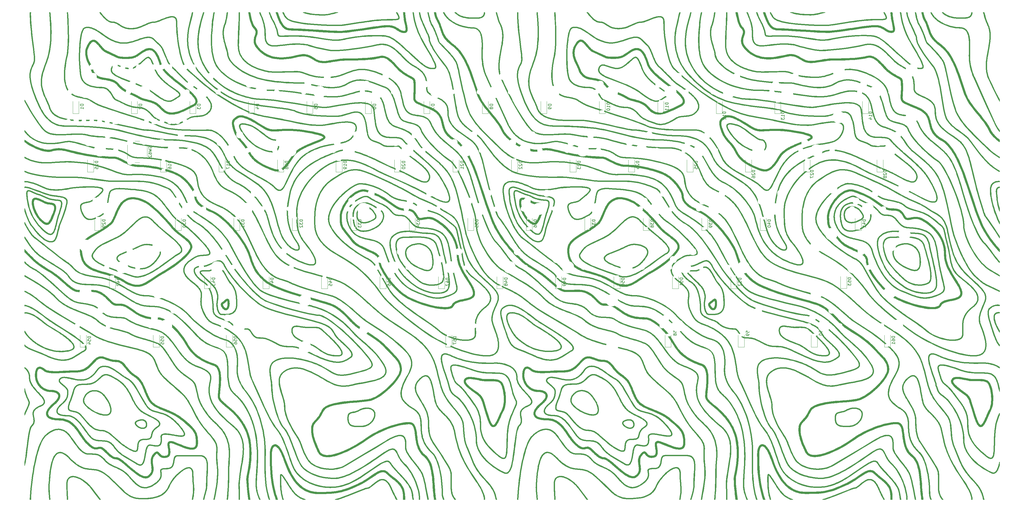
<source format=gbr>
%TF.GenerationSoftware,KiCad,Pcbnew,6.0.6-3a73a75311~116~ubuntu21.10.1*%
%TF.CreationDate,2022-11-06T15:30:45+01:00*%
%TF.ProjectId,Keyboard,4b657962-6f61-4726-942e-6b696361645f,v1*%
%TF.SameCoordinates,Original*%
%TF.FileFunction,Legend,Bot*%
%TF.FilePolarity,Positive*%
%FSLAX46Y46*%
G04 Gerber Fmt 4.6, Leading zero omitted, Abs format (unit mm)*
G04 Created by KiCad (PCBNEW 6.0.6-3a73a75311~116~ubuntu21.10.1) date 2022-11-06 15:30:45*
%MOMM*%
%LPD*%
G01*
G04 APERTURE LIST*
%ADD10C,0.200000*%
%ADD11C,0.150000*%
%ADD12C,0.120000*%
%ADD13C,2.000000*%
%ADD14C,1.750000*%
%ADD15C,3.987800*%
%ADD16C,2.300000*%
%ADD17C,3.000000*%
%ADD18O,1.700000X1.700000*%
%ADD19R,1.700000X1.700000*%
%ADD20C,4.000000*%
%ADD21R,1.200000X0.900000*%
G04 APERTURE END LIST*
D10*
G36*
X64149243Y-112553133D02*
G01*
X64509888Y-113138948D01*
X64877957Y-113720112D01*
X65253397Y-114296544D01*
X65636167Y-114868187D01*
X65852270Y-115179499D01*
X66066465Y-115478867D01*
X66279451Y-115766932D01*
X66491925Y-116044340D01*
X66704585Y-116311732D01*
X66918129Y-116569754D01*
X67133254Y-116819047D01*
X67350658Y-117060255D01*
X67571038Y-117294022D01*
X67795093Y-117520991D01*
X68023520Y-117741806D01*
X68257018Y-117957109D01*
X68496282Y-118167544D01*
X68742012Y-118373756D01*
X68994905Y-118576385D01*
X69255658Y-118776077D01*
X69567493Y-119006746D01*
X69876104Y-119226406D01*
X70208527Y-119452826D01*
X70591800Y-119703772D01*
X71619047Y-120350307D01*
X73174146Y-121308144D01*
X73997991Y-121812835D01*
X74344306Y-122028470D01*
X74669034Y-122234184D01*
X75046733Y-122477246D01*
X75405111Y-122712590D01*
X75744443Y-122940624D01*
X76065005Y-123161756D01*
X76367071Y-123376392D01*
X76650917Y-123584939D01*
X76916818Y-123787804D01*
X77165050Y-123985395D01*
X77395887Y-124178117D01*
X77609604Y-124366378D01*
X77806478Y-124550586D01*
X77986783Y-124731146D01*
X78150794Y-124908466D01*
X78298787Y-125082954D01*
X78431037Y-125255015D01*
X78547818Y-125425057D01*
X78692207Y-125639193D01*
X78840720Y-125842225D01*
X78993513Y-126034397D01*
X79150739Y-126215954D01*
X79312554Y-126387140D01*
X79479113Y-126548198D01*
X79650571Y-126699373D01*
X79827083Y-126840909D01*
X80008804Y-126973050D01*
X80195889Y-127096041D01*
X80388493Y-127210125D01*
X80586771Y-127315547D01*
X80790879Y-127412551D01*
X81000970Y-127501381D01*
X81217201Y-127582281D01*
X81439725Y-127655495D01*
X81790559Y-127754086D01*
X82146448Y-127835036D01*
X82522119Y-127900544D01*
X82932300Y-127952813D01*
X83391718Y-127994045D01*
X83915101Y-128026441D01*
X84517178Y-128052203D01*
X85212674Y-128073532D01*
X86388567Y-128115620D01*
X86923495Y-128143496D01*
X87427444Y-128177088D01*
X87903690Y-128217269D01*
X88355506Y-128264910D01*
X88786169Y-128320885D01*
X89198953Y-128386065D01*
X89597133Y-128461321D01*
X89983985Y-128547527D01*
X90362783Y-128645554D01*
X90736802Y-128756275D01*
X91109317Y-128880560D01*
X91483604Y-129019283D01*
X91862938Y-129173315D01*
X92250592Y-129343529D01*
X92543608Y-129479495D01*
X92833586Y-129617662D01*
X93120960Y-129758249D01*
X93406163Y-129901470D01*
X93689630Y-130047545D01*
X93971794Y-130196688D01*
X94253089Y-130349118D01*
X94533948Y-130505051D01*
X95050775Y-130808111D01*
X95702911Y-131206111D01*
X97190367Y-132136864D01*
X98550823Y-132997173D01*
X99338788Y-133486901D01*
X99705360Y-133695288D01*
X100065739Y-133888967D01*
X100421173Y-134068113D01*
X100772910Y-134232898D01*
X101122197Y-134383499D01*
X101470283Y-134520089D01*
X101818415Y-134642843D01*
X102167842Y-134751935D01*
X102519812Y-134847540D01*
X102875572Y-134929831D01*
X103236370Y-134998984D01*
X103603455Y-135055172D01*
X103978075Y-135098570D01*
X104361477Y-135129353D01*
X104754909Y-135147695D01*
X105159620Y-135153771D01*
X106091023Y-135177930D01*
X106983786Y-135253656D01*
X107846210Y-135385821D01*
X108686597Y-135579296D01*
X109513248Y-135838953D01*
X110334465Y-136169664D01*
X111158550Y-136576300D01*
X111993805Y-137063734D01*
X112848532Y-137636837D01*
X113731032Y-138300482D01*
X114649608Y-139059539D01*
X115612560Y-139918880D01*
X116628192Y-140883378D01*
X117704804Y-141957904D01*
X118850699Y-143147330D01*
X120074178Y-144456528D01*
X120311985Y-144709634D01*
X120549254Y-144953159D01*
X120786127Y-145187320D01*
X121022749Y-145412334D01*
X121259262Y-145628419D01*
X121495811Y-145835792D01*
X121732537Y-146034669D01*
X121969586Y-146225267D01*
X122207099Y-146407803D01*
X122445221Y-146582495D01*
X122684096Y-146749560D01*
X122923865Y-146909214D01*
X123164674Y-147061674D01*
X123406664Y-147207159D01*
X123649980Y-147345883D01*
X123894765Y-147478066D01*
X124091282Y-147578792D01*
X124289374Y-147676288D01*
X124488999Y-147770536D01*
X124690118Y-147861519D01*
X124892690Y-147949219D01*
X125096676Y-148033618D01*
X125302034Y-148114699D01*
X125508725Y-148192444D01*
X125851355Y-148316140D01*
X126037061Y-148381461D01*
X126241620Y-148451744D01*
X126851966Y-148675793D01*
X127402935Y-148907907D01*
X127897287Y-149153299D01*
X128337782Y-149417182D01*
X128538696Y-149557687D01*
X128727180Y-149704769D01*
X128903579Y-149859081D01*
X129068239Y-150021273D01*
X129221504Y-150191998D01*
X129363719Y-150371907D01*
X129495230Y-150561651D01*
X129616381Y-150761883D01*
X129727517Y-150973254D01*
X129828983Y-151196414D01*
X129921123Y-151432018D01*
X130004284Y-151680714D01*
X130145046Y-152219995D01*
X130254026Y-152819471D01*
X130333984Y-153484353D01*
X130387681Y-154219854D01*
X130417876Y-155031189D01*
X130427327Y-155923569D01*
X130433016Y-156764008D01*
X130450633Y-157536071D01*
X130481010Y-158244185D01*
X130524975Y-158892775D01*
X130583358Y-159486267D01*
X130656987Y-160029088D01*
X130746694Y-160525664D01*
X130797835Y-160757993D01*
X130853306Y-160980420D01*
X130913211Y-161193499D01*
X130977654Y-161397784D01*
X131046738Y-161593826D01*
X131120566Y-161782180D01*
X131199243Y-161963398D01*
X131282873Y-162138035D01*
X131371558Y-162306643D01*
X131465403Y-162469776D01*
X131564512Y-162627986D01*
X131668987Y-162781827D01*
X131778933Y-162931853D01*
X131894453Y-163078617D01*
X132142631Y-163364569D01*
X132414350Y-163644112D01*
X132624862Y-163844415D01*
X132923678Y-164125331D01*
X133385381Y-164556946D01*
X133536232Y-164700960D01*
X133685125Y-164846957D01*
X133832042Y-164994915D01*
X133976963Y-165144815D01*
X134119870Y-165296636D01*
X134260743Y-165450359D01*
X134399564Y-165605963D01*
X134536313Y-165763428D01*
X134889942Y-166194475D01*
X135239075Y-166653955D01*
X135584672Y-167144503D01*
X135927696Y-167668755D01*
X136269108Y-168229346D01*
X136609868Y-168828912D01*
X136950938Y-169470088D01*
X137293279Y-170155510D01*
X137463837Y-170513938D01*
X137628348Y-170874846D01*
X137786969Y-171238234D01*
X137939853Y-171604103D01*
X138087156Y-171972453D01*
X138229033Y-172343283D01*
X138365639Y-172716593D01*
X138497129Y-173092384D01*
X138815926Y-174097410D01*
X139096369Y-175116945D01*
X139339543Y-176152107D01*
X139546533Y-177204012D01*
X139718424Y-178273776D01*
X139856301Y-179362516D01*
X139961249Y-180471347D01*
X140034353Y-181601387D01*
X140070640Y-182450317D01*
X140090495Y-183290007D01*
X140094351Y-184137510D01*
X140082642Y-185009880D01*
X140055802Y-185924170D01*
X140014265Y-186897432D01*
X139888837Y-189089089D01*
X139780398Y-190799836D01*
X139744983Y-191396634D01*
X139719832Y-191868881D01*
X139703238Y-192252451D01*
X139693496Y-192583217D01*
X139688902Y-192897054D01*
X139687749Y-193229836D01*
X139691572Y-193565061D01*
X139703205Y-193888346D01*
X139722892Y-194201516D01*
X139750877Y-194506397D01*
X139787404Y-194804813D01*
X139832717Y-195098592D01*
X139887061Y-195389556D01*
X139950679Y-195679533D01*
X140023816Y-195970347D01*
X140106716Y-196263824D01*
X140199623Y-196561789D01*
X140302782Y-196866068D01*
X140416436Y-197178485D01*
X140540829Y-197500866D01*
X140822812Y-198182823D01*
X140854566Y-198256905D01*
X140576757Y-198256905D01*
X140574117Y-198256874D01*
X140271700Y-197492187D01*
X140140729Y-197138151D01*
X140022583Y-196800177D01*
X139916762Y-196476155D01*
X139822765Y-196163977D01*
X139740094Y-195861535D01*
X139668247Y-195566721D01*
X139606726Y-195277426D01*
X139555029Y-194991541D01*
X139512658Y-194706959D01*
X139479111Y-194421571D01*
X139453890Y-194133268D01*
X139436494Y-193839943D01*
X139426423Y-193539486D01*
X139423177Y-193229790D01*
X139428924Y-192578428D01*
X139455259Y-191860584D01*
X139515826Y-190787533D01*
X139624265Y-189070549D01*
X139693782Y-187932049D01*
X139749317Y-186886503D01*
X139790528Y-185916982D01*
X139817074Y-185006558D01*
X139828613Y-184138300D01*
X139824805Y-183295281D01*
X139805308Y-182460571D01*
X139769780Y-181617241D01*
X139696915Y-180495261D01*
X139592672Y-179394705D01*
X139455936Y-178314425D01*
X139285589Y-177253275D01*
X139080516Y-176210107D01*
X138839600Y-175183774D01*
X138561723Y-174173129D01*
X138245771Y-173177025D01*
X138116896Y-172805657D01*
X137982267Y-172436412D01*
X137841909Y-172069358D01*
X137695851Y-171704561D01*
X137544118Y-171342088D01*
X137386740Y-170982006D01*
X137223741Y-170624381D01*
X137055150Y-170269280D01*
X136716788Y-169591675D01*
X136379760Y-168958100D01*
X136211465Y-168657010D01*
X136043166Y-168365950D01*
X135874751Y-168084595D01*
X135706107Y-167812619D01*
X135537123Y-167549698D01*
X135367685Y-167295504D01*
X135197681Y-167049713D01*
X135026999Y-166811999D01*
X134855526Y-166582037D01*
X134683151Y-166359500D01*
X134509760Y-166144064D01*
X134335241Y-165935402D01*
X134200703Y-165780352D01*
X134064123Y-165627133D01*
X133925519Y-165475768D01*
X133784910Y-165326274D01*
X133642317Y-165178673D01*
X133497757Y-165032983D01*
X133351251Y-164889226D01*
X133202817Y-164747421D01*
X132741450Y-164316483D01*
X132440446Y-164034909D01*
X132226506Y-163831963D01*
X131944770Y-163541416D01*
X131687362Y-163244289D01*
X131453433Y-162936171D01*
X131242134Y-162612649D01*
X131052617Y-162269316D01*
X130884033Y-161901758D01*
X130735533Y-161505567D01*
X130606268Y-161076331D01*
X130495390Y-160609640D01*
X130402049Y-160101084D01*
X130325397Y-159546250D01*
X130264585Y-158940730D01*
X130218765Y-158280113D01*
X130187087Y-157559987D01*
X130168702Y-156775943D01*
X130162763Y-155923569D01*
X130159469Y-155434166D01*
X130149559Y-154968649D01*
X130132991Y-154526409D01*
X130109721Y-154106838D01*
X130079708Y-153709327D01*
X130042908Y-153333269D01*
X129999279Y-152978054D01*
X129948778Y-152643074D01*
X129891363Y-152327721D01*
X129826992Y-152031386D01*
X129755620Y-151753460D01*
X129677207Y-151493336D01*
X129591709Y-151250405D01*
X129499083Y-151024058D01*
X129399288Y-150813687D01*
X129292279Y-150618683D01*
X129199244Y-150468833D01*
X129102131Y-150328354D01*
X129000088Y-150196511D01*
X128892263Y-150072567D01*
X128777802Y-149955785D01*
X128655853Y-149845428D01*
X128525564Y-149740762D01*
X128386081Y-149641049D01*
X128236552Y-149545552D01*
X128076125Y-149453536D01*
X127903946Y-149364264D01*
X127719164Y-149276999D01*
X127520925Y-149191006D01*
X127308377Y-149105547D01*
X127080667Y-149019887D01*
X126836942Y-148933289D01*
X126237291Y-148728359D01*
X125847735Y-148593628D01*
X125597580Y-148505034D01*
X125416135Y-148438515D01*
X125197609Y-148355597D01*
X124984075Y-148271252D01*
X124774821Y-148185045D01*
X124569132Y-148096544D01*
X124366296Y-148005315D01*
X124165600Y-147910922D01*
X123966330Y-147812934D01*
X123767774Y-147710915D01*
X123518962Y-147576189D01*
X123271511Y-147434801D01*
X123025292Y-147286538D01*
X122780178Y-147131186D01*
X122536040Y-146968532D01*
X122292751Y-146798364D01*
X122050182Y-146620467D01*
X121808207Y-146434629D01*
X121566696Y-146240636D01*
X121325523Y-146038275D01*
X121084558Y-145827334D01*
X120843676Y-145607598D01*
X120602746Y-145378856D01*
X120361642Y-145140892D01*
X120120236Y-144893495D01*
X119878400Y-144636452D01*
X118663513Y-143336491D01*
X117526551Y-142155902D01*
X116459245Y-141089787D01*
X115453322Y-140133246D01*
X114500513Y-139281381D01*
X113592546Y-138529293D01*
X112721150Y-137872083D01*
X111878056Y-137304852D01*
X111054991Y-136822701D01*
X110648385Y-136611999D01*
X110243685Y-136420730D01*
X109839858Y-136248282D01*
X109435868Y-136094042D01*
X109030683Y-135957398D01*
X108623268Y-135837738D01*
X108212590Y-135734448D01*
X107797615Y-135646917D01*
X106950638Y-135516682D01*
X106074065Y-135442134D01*
X105159627Y-135418373D01*
X104745554Y-135412144D01*
X104342886Y-135393346D01*
X103950381Y-135361813D01*
X103566794Y-135317377D01*
X103190881Y-135259872D01*
X102821398Y-135189131D01*
X102457101Y-135104988D01*
X102096745Y-135007277D01*
X101739086Y-134895829D01*
X101382881Y-134770480D01*
X101026886Y-134631061D01*
X100669855Y-134477407D01*
X100310545Y-134309351D01*
X99947713Y-134126726D01*
X99580113Y-133929365D01*
X99206502Y-133717102D01*
X98414116Y-133224400D01*
X97052463Y-132363099D01*
X95567285Y-131433335D01*
X94917669Y-131036572D01*
X94404325Y-130735245D01*
X94126753Y-130580714D01*
X93847549Y-130429203D01*
X93566739Y-130280726D01*
X93284347Y-130135297D01*
X93000399Y-129992928D01*
X92714921Y-129853632D01*
X92427939Y-129717422D01*
X92139478Y-129584313D01*
X91759612Y-129417856D01*
X91387784Y-129267174D01*
X91020746Y-129131420D01*
X90655251Y-129009752D01*
X90288050Y-128901323D01*
X89915896Y-128805288D01*
X89535541Y-128720803D01*
X89143737Y-128647023D01*
X88737236Y-128583103D01*
X88312790Y-128528198D01*
X87397073Y-128442053D01*
X86370602Y-128381829D01*
X85207395Y-128340767D01*
X84502534Y-128318439D01*
X83891962Y-128291614D01*
X83360578Y-128258030D01*
X83119863Y-128237995D01*
X82893283Y-128215422D01*
X82678950Y-128190027D01*
X82474976Y-128161528D01*
X82279475Y-128129642D01*
X82090558Y-128094085D01*
X81906339Y-128054576D01*
X81724929Y-128010830D01*
X81544442Y-127962566D01*
X81362989Y-127909500D01*
X81129182Y-127833003D01*
X80901926Y-127748223D01*
X80681072Y-127654940D01*
X80466473Y-127552932D01*
X80257982Y-127441979D01*
X80055451Y-127321860D01*
X79858734Y-127192354D01*
X79667684Y-127053240D01*
X79482152Y-126904297D01*
X79301992Y-126745304D01*
X79127056Y-126576041D01*
X78957197Y-126396286D01*
X78792269Y-126205818D01*
X78632123Y-126004418D01*
X78476612Y-125791862D01*
X78325589Y-125567932D01*
X78213739Y-125405961D01*
X78086369Y-125241283D01*
X77943214Y-125073550D01*
X77784011Y-124902412D01*
X77608493Y-124727520D01*
X77416397Y-124548524D01*
X77207458Y-124365074D01*
X76981412Y-124176822D01*
X76476938Y-123784510D01*
X75900859Y-123368792D01*
X75251058Y-122926873D01*
X74525418Y-122455956D01*
X73783033Y-121989887D01*
X73036573Y-121530388D01*
X71475193Y-120570532D01*
X70906832Y-120216146D01*
X70443645Y-119921724D01*
X70058345Y-119669471D01*
X69723648Y-119441589D01*
X69412268Y-119220280D01*
X69096921Y-118987747D01*
X68831272Y-118784117D01*
X68573614Y-118577602D01*
X68323258Y-118367553D01*
X68079513Y-118153318D01*
X67841691Y-117934247D01*
X67609100Y-117709687D01*
X67381052Y-117478988D01*
X67156856Y-117241498D01*
X66935823Y-116996567D01*
X66717262Y-116743544D01*
X66500485Y-116481777D01*
X66284801Y-116210615D01*
X66069520Y-115929407D01*
X65853954Y-115637502D01*
X65419202Y-115018997D01*
X65137796Y-114602485D01*
X64840757Y-114149510D01*
X64515439Y-113640475D01*
X64149243Y-113055859D01*
X64149198Y-113055786D01*
X64149228Y-112553108D01*
X64149243Y-112553133D01*
G37*
X64149243Y-112553133D02*
X64509888Y-113138948D01*
X64877957Y-113720112D01*
X65253397Y-114296544D01*
X65636167Y-114868187D01*
X65852270Y-115179499D01*
X66066465Y-115478867D01*
X66279451Y-115766932D01*
X66491925Y-116044340D01*
X66704585Y-116311732D01*
X66918129Y-116569754D01*
X67133254Y-116819047D01*
X67350658Y-117060255D01*
X67571038Y-117294022D01*
X67795093Y-117520991D01*
X68023520Y-117741806D01*
X68257018Y-117957109D01*
X68496282Y-118167544D01*
X68742012Y-118373756D01*
X68994905Y-118576385D01*
X69255658Y-118776077D01*
X69567493Y-119006746D01*
X69876104Y-119226406D01*
X70208527Y-119452826D01*
X70591800Y-119703772D01*
X71619047Y-120350307D01*
X73174146Y-121308144D01*
X73997991Y-121812835D01*
X74344306Y-122028470D01*
X74669034Y-122234184D01*
X75046733Y-122477246D01*
X75405111Y-122712590D01*
X75744443Y-122940624D01*
X76065005Y-123161756D01*
X76367071Y-123376392D01*
X76650917Y-123584939D01*
X76916818Y-123787804D01*
X77165050Y-123985395D01*
X77395887Y-124178117D01*
X77609604Y-124366378D01*
X77806478Y-124550586D01*
X77986783Y-124731146D01*
X78150794Y-124908466D01*
X78298787Y-125082954D01*
X78431037Y-125255015D01*
X78547818Y-125425057D01*
X78692207Y-125639193D01*
X78840720Y-125842225D01*
X78993513Y-126034397D01*
X79150739Y-126215954D01*
X79312554Y-126387140D01*
X79479113Y-126548198D01*
X79650571Y-126699373D01*
X79827083Y-126840909D01*
X80008804Y-126973050D01*
X80195889Y-127096041D01*
X80388493Y-127210125D01*
X80586771Y-127315547D01*
X80790879Y-127412551D01*
X81000970Y-127501381D01*
X81217201Y-127582281D01*
X81439725Y-127655495D01*
X81790559Y-127754086D01*
X82146448Y-127835036D01*
X82522119Y-127900544D01*
X82932300Y-127952813D01*
X83391718Y-127994045D01*
X83915101Y-128026441D01*
X84517178Y-128052203D01*
X85212674Y-128073532D01*
X86388567Y-128115620D01*
X86923495Y-128143496D01*
X87427444Y-128177088D01*
X87903690Y-128217269D01*
X88355506Y-128264910D01*
X88786169Y-128320885D01*
X89198953Y-128386065D01*
X89597133Y-128461321D01*
X89983985Y-128547527D01*
X90362783Y-128645554D01*
X90736802Y-128756275D01*
X91109317Y-128880560D01*
X91483604Y-129019283D01*
X91862938Y-129173315D01*
X92250592Y-129343529D01*
X92543608Y-129479495D01*
X92833586Y-129617662D01*
X93120960Y-129758249D01*
X93406163Y-129901470D01*
X93689630Y-130047545D01*
X93971794Y-130196688D01*
X94253089Y-130349118D01*
X94533948Y-130505051D01*
X95050775Y-130808111D01*
X95702911Y-131206111D01*
X97190367Y-132136864D01*
X98550823Y-132997173D01*
X99338788Y-133486901D01*
X99705360Y-133695288D01*
X100065739Y-133888967D01*
X100421173Y-134068113D01*
X100772910Y-134232898D01*
X101122197Y-134383499D01*
X101470283Y-134520089D01*
X101818415Y-134642843D01*
X102167842Y-134751935D01*
X102519812Y-134847540D01*
X102875572Y-134929831D01*
X103236370Y-134998984D01*
X103603455Y-135055172D01*
X103978075Y-135098570D01*
X104361477Y-135129353D01*
X104754909Y-135147695D01*
X105159620Y-135153771D01*
X106091023Y-135177930D01*
X106983786Y-135253656D01*
X107846210Y-135385821D01*
X108686597Y-135579296D01*
X109513248Y-135838953D01*
X110334465Y-136169664D01*
X111158550Y-136576300D01*
X111993805Y-137063734D01*
X112848532Y-137636837D01*
X113731032Y-138300482D01*
X114649608Y-139059539D01*
X115612560Y-139918880D01*
X116628192Y-140883378D01*
X117704804Y-141957904D01*
X118850699Y-143147330D01*
X120074178Y-144456528D01*
X120311985Y-144709634D01*
X120549254Y-144953159D01*
X120786127Y-145187320D01*
X121022749Y-145412334D01*
X121259262Y-145628419D01*
X121495811Y-145835792D01*
X121732537Y-146034669D01*
X121969586Y-146225267D01*
X122207099Y-146407803D01*
X122445221Y-146582495D01*
X122684096Y-146749560D01*
X122923865Y-146909214D01*
X123164674Y-147061674D01*
X123406664Y-147207159D01*
X123649980Y-147345883D01*
X123894765Y-147478066D01*
X124091282Y-147578792D01*
X124289374Y-147676288D01*
X124488999Y-147770536D01*
X124690118Y-147861519D01*
X124892690Y-147949219D01*
X125096676Y-148033618D01*
X125302034Y-148114699D01*
X125508725Y-148192444D01*
X125851355Y-148316140D01*
X126037061Y-148381461D01*
X126241620Y-148451744D01*
X126851966Y-148675793D01*
X127402935Y-148907907D01*
X127897287Y-149153299D01*
X128337782Y-149417182D01*
X128538696Y-149557687D01*
X128727180Y-149704769D01*
X128903579Y-149859081D01*
X129068239Y-150021273D01*
X129221504Y-150191998D01*
X129363719Y-150371907D01*
X129495230Y-150561651D01*
X129616381Y-150761883D01*
X129727517Y-150973254D01*
X129828983Y-151196414D01*
X129921123Y-151432018D01*
X130004284Y-151680714D01*
X130145046Y-152219995D01*
X130254026Y-152819471D01*
X130333984Y-153484353D01*
X130387681Y-154219854D01*
X130417876Y-155031189D01*
X130427327Y-155923569D01*
X130433016Y-156764008D01*
X130450633Y-157536071D01*
X130481010Y-158244185D01*
X130524975Y-158892775D01*
X130583358Y-159486267D01*
X130656987Y-160029088D01*
X130746694Y-160525664D01*
X130797835Y-160757993D01*
X130853306Y-160980420D01*
X130913211Y-161193499D01*
X130977654Y-161397784D01*
X131046738Y-161593826D01*
X131120566Y-161782180D01*
X131199243Y-161963398D01*
X131282873Y-162138035D01*
X131371558Y-162306643D01*
X131465403Y-162469776D01*
X131564512Y-162627986D01*
X131668987Y-162781827D01*
X131778933Y-162931853D01*
X131894453Y-163078617D01*
X132142631Y-163364569D01*
X132414350Y-163644112D01*
X132624862Y-163844415D01*
X132923678Y-164125331D01*
X133385381Y-164556946D01*
X133536232Y-164700960D01*
X133685125Y-164846957D01*
X133832042Y-164994915D01*
X133976963Y-165144815D01*
X134119870Y-165296636D01*
X134260743Y-165450359D01*
X134399564Y-165605963D01*
X134536313Y-165763428D01*
X134889942Y-166194475D01*
X135239075Y-166653955D01*
X135584672Y-167144503D01*
X135927696Y-167668755D01*
X136269108Y-168229346D01*
X136609868Y-168828912D01*
X136950938Y-169470088D01*
X137293279Y-170155510D01*
X137463837Y-170513938D01*
X137628348Y-170874846D01*
X137786969Y-171238234D01*
X137939853Y-171604103D01*
X138087156Y-171972453D01*
X138229033Y-172343283D01*
X138365639Y-172716593D01*
X138497129Y-173092384D01*
X138815926Y-174097410D01*
X139096369Y-175116945D01*
X139339543Y-176152107D01*
X139546533Y-177204012D01*
X139718424Y-178273776D01*
X139856301Y-179362516D01*
X139961249Y-180471347D01*
X140034353Y-181601387D01*
X140070640Y-182450317D01*
X140090495Y-183290007D01*
X140094351Y-184137510D01*
X140082642Y-185009880D01*
X140055802Y-185924170D01*
X140014265Y-186897432D01*
X139888837Y-189089089D01*
X139780398Y-190799836D01*
X139744983Y-191396634D01*
X139719832Y-191868881D01*
X139703238Y-192252451D01*
X139693496Y-192583217D01*
X139688902Y-192897054D01*
X139687749Y-193229836D01*
X139691572Y-193565061D01*
X139703205Y-193888346D01*
X139722892Y-194201516D01*
X139750877Y-194506397D01*
X139787404Y-194804813D01*
X139832717Y-195098592D01*
X139887061Y-195389556D01*
X139950679Y-195679533D01*
X140023816Y-195970347D01*
X140106716Y-196263824D01*
X140199623Y-196561789D01*
X140302782Y-196866068D01*
X140416436Y-197178485D01*
X140540829Y-197500866D01*
X140822812Y-198182823D01*
X140854566Y-198256905D01*
X140576757Y-198256905D01*
X140574117Y-198256874D01*
X140271700Y-197492187D01*
X140140729Y-197138151D01*
X140022583Y-196800177D01*
X139916762Y-196476155D01*
X139822765Y-196163977D01*
X139740094Y-195861535D01*
X139668247Y-195566721D01*
X139606726Y-195277426D01*
X139555029Y-194991541D01*
X139512658Y-194706959D01*
X139479111Y-194421571D01*
X139453890Y-194133268D01*
X139436494Y-193839943D01*
X139426423Y-193539486D01*
X139423177Y-193229790D01*
X139428924Y-192578428D01*
X139455259Y-191860584D01*
X139515826Y-190787533D01*
X139624265Y-189070549D01*
X139693782Y-187932049D01*
X139749317Y-186886503D01*
X139790528Y-185916982D01*
X139817074Y-185006558D01*
X139828613Y-184138300D01*
X139824805Y-183295281D01*
X139805308Y-182460571D01*
X139769780Y-181617241D01*
X139696915Y-180495261D01*
X139592672Y-179394705D01*
X139455936Y-178314425D01*
X139285589Y-177253275D01*
X139080516Y-176210107D01*
X138839600Y-175183774D01*
X138561723Y-174173129D01*
X138245771Y-173177025D01*
X138116896Y-172805657D01*
X137982267Y-172436412D01*
X137841909Y-172069358D01*
X137695851Y-171704561D01*
X137544118Y-171342088D01*
X137386740Y-170982006D01*
X137223741Y-170624381D01*
X137055150Y-170269280D01*
X136716788Y-169591675D01*
X136379760Y-168958100D01*
X136211465Y-168657010D01*
X136043166Y-168365950D01*
X135874751Y-168084595D01*
X135706107Y-167812619D01*
X135537123Y-167549698D01*
X135367685Y-167295504D01*
X135197681Y-167049713D01*
X135026999Y-166811999D01*
X134855526Y-166582037D01*
X134683151Y-166359500D01*
X134509760Y-166144064D01*
X134335241Y-165935402D01*
X134200703Y-165780352D01*
X134064123Y-165627133D01*
X133925519Y-165475768D01*
X133784910Y-165326274D01*
X133642317Y-165178673D01*
X133497757Y-165032983D01*
X133351251Y-164889226D01*
X133202817Y-164747421D01*
X132741450Y-164316483D01*
X132440446Y-164034909D01*
X132226506Y-163831963D01*
X131944770Y-163541416D01*
X131687362Y-163244289D01*
X131453433Y-162936171D01*
X131242134Y-162612649D01*
X131052617Y-162269316D01*
X130884033Y-161901758D01*
X130735533Y-161505567D01*
X130606268Y-161076331D01*
X130495390Y-160609640D01*
X130402049Y-160101084D01*
X130325397Y-159546250D01*
X130264585Y-158940730D01*
X130218765Y-158280113D01*
X130187087Y-157559987D01*
X130168702Y-156775943D01*
X130162763Y-155923569D01*
X130159469Y-155434166D01*
X130149559Y-154968649D01*
X130132991Y-154526409D01*
X130109721Y-154106838D01*
X130079708Y-153709327D01*
X130042908Y-153333269D01*
X129999279Y-152978054D01*
X129948778Y-152643074D01*
X129891363Y-152327721D01*
X129826992Y-152031386D01*
X129755620Y-151753460D01*
X129677207Y-151493336D01*
X129591709Y-151250405D01*
X129499083Y-151024058D01*
X129399288Y-150813687D01*
X129292279Y-150618683D01*
X129199244Y-150468833D01*
X129102131Y-150328354D01*
X129000088Y-150196511D01*
X128892263Y-150072567D01*
X128777802Y-149955785D01*
X128655853Y-149845428D01*
X128525564Y-149740762D01*
X128386081Y-149641049D01*
X128236552Y-149545552D01*
X128076125Y-149453536D01*
X127903946Y-149364264D01*
X127719164Y-149276999D01*
X127520925Y-149191006D01*
X127308377Y-149105547D01*
X127080667Y-149019887D01*
X126836942Y-148933289D01*
X126237291Y-148728359D01*
X125847735Y-148593628D01*
X125597580Y-148505034D01*
X125416135Y-148438515D01*
X125197609Y-148355597D01*
X124984075Y-148271252D01*
X124774821Y-148185045D01*
X124569132Y-148096544D01*
X124366296Y-148005315D01*
X124165600Y-147910922D01*
X123966330Y-147812934D01*
X123767774Y-147710915D01*
X123518962Y-147576189D01*
X123271511Y-147434801D01*
X123025292Y-147286538D01*
X122780178Y-147131186D01*
X122536040Y-146968532D01*
X122292751Y-146798364D01*
X122050182Y-146620467D01*
X121808207Y-146434629D01*
X121566696Y-146240636D01*
X121325523Y-146038275D01*
X121084558Y-145827334D01*
X120843676Y-145607598D01*
X120602746Y-145378856D01*
X120361642Y-145140892D01*
X120120236Y-144893495D01*
X119878400Y-144636452D01*
X118663513Y-143336491D01*
X117526551Y-142155902D01*
X116459245Y-141089787D01*
X115453322Y-140133246D01*
X114500513Y-139281381D01*
X113592546Y-138529293D01*
X112721150Y-137872083D01*
X111878056Y-137304852D01*
X111054991Y-136822701D01*
X110648385Y-136611999D01*
X110243685Y-136420730D01*
X109839858Y-136248282D01*
X109435868Y-136094042D01*
X109030683Y-135957398D01*
X108623268Y-135837738D01*
X108212590Y-135734448D01*
X107797615Y-135646917D01*
X106950638Y-135516682D01*
X106074065Y-135442134D01*
X105159627Y-135418373D01*
X104745554Y-135412144D01*
X104342886Y-135393346D01*
X103950381Y-135361813D01*
X103566794Y-135317377D01*
X103190881Y-135259872D01*
X102821398Y-135189131D01*
X102457101Y-135104988D01*
X102096745Y-135007277D01*
X101739086Y-134895829D01*
X101382881Y-134770480D01*
X101026886Y-134631061D01*
X100669855Y-134477407D01*
X100310545Y-134309351D01*
X99947713Y-134126726D01*
X99580113Y-133929365D01*
X99206502Y-133717102D01*
X98414116Y-133224400D01*
X97052463Y-132363099D01*
X95567285Y-131433335D01*
X94917669Y-131036572D01*
X94404325Y-130735245D01*
X94126753Y-130580714D01*
X93847549Y-130429203D01*
X93566739Y-130280726D01*
X93284347Y-130135297D01*
X93000399Y-129992928D01*
X92714921Y-129853632D01*
X92427939Y-129717422D01*
X92139478Y-129584313D01*
X91759612Y-129417856D01*
X91387784Y-129267174D01*
X91020746Y-129131420D01*
X90655251Y-129009752D01*
X90288050Y-128901323D01*
X89915896Y-128805288D01*
X89535541Y-128720803D01*
X89143737Y-128647023D01*
X88737236Y-128583103D01*
X88312790Y-128528198D01*
X87397073Y-128442053D01*
X86370602Y-128381829D01*
X85207395Y-128340767D01*
X84502534Y-128318439D01*
X83891962Y-128291614D01*
X83360578Y-128258030D01*
X83119863Y-128237995D01*
X82893283Y-128215422D01*
X82678950Y-128190027D01*
X82474976Y-128161528D01*
X82279475Y-128129642D01*
X82090558Y-128094085D01*
X81906339Y-128054576D01*
X81724929Y-128010830D01*
X81544442Y-127962566D01*
X81362989Y-127909500D01*
X81129182Y-127833003D01*
X80901926Y-127748223D01*
X80681072Y-127654940D01*
X80466473Y-127552932D01*
X80257982Y-127441979D01*
X80055451Y-127321860D01*
X79858734Y-127192354D01*
X79667684Y-127053240D01*
X79482152Y-126904297D01*
X79301992Y-126745304D01*
X79127056Y-126576041D01*
X78957197Y-126396286D01*
X78792269Y-126205818D01*
X78632123Y-126004418D01*
X78476612Y-125791862D01*
X78325589Y-125567932D01*
X78213739Y-125405961D01*
X78086369Y-125241283D01*
X77943214Y-125073550D01*
X77784011Y-124902412D01*
X77608493Y-124727520D01*
X77416397Y-124548524D01*
X77207458Y-124365074D01*
X76981412Y-124176822D01*
X76476938Y-123784510D01*
X75900859Y-123368792D01*
X75251058Y-122926873D01*
X74525418Y-122455956D01*
X73783033Y-121989887D01*
X73036573Y-121530388D01*
X71475193Y-120570532D01*
X70906832Y-120216146D01*
X70443645Y-119921724D01*
X70058345Y-119669471D01*
X69723648Y-119441589D01*
X69412268Y-119220280D01*
X69096921Y-118987747D01*
X68831272Y-118784117D01*
X68573614Y-118577602D01*
X68323258Y-118367553D01*
X68079513Y-118153318D01*
X67841691Y-117934247D01*
X67609100Y-117709687D01*
X67381052Y-117478988D01*
X67156856Y-117241498D01*
X66935823Y-116996567D01*
X66717262Y-116743544D01*
X66500485Y-116481777D01*
X66284801Y-116210615D01*
X66069520Y-115929407D01*
X65853954Y-115637502D01*
X65419202Y-115018997D01*
X65137796Y-114602485D01*
X64840757Y-114149510D01*
X64515439Y-113640475D01*
X64149243Y-113055859D01*
X64149198Y-113055786D01*
X64149228Y-112553108D01*
X64149243Y-112553133D01*
G36*
X218563884Y-148632904D02*
G01*
X218536803Y-148825013D01*
X218502524Y-149011028D01*
X218461005Y-149190901D01*
X218412201Y-149364585D01*
X218356069Y-149532034D01*
X218292566Y-149693201D01*
X218221647Y-149848037D01*
X218143270Y-149996498D01*
X218057390Y-150138534D01*
X217963964Y-150274100D01*
X217862948Y-150403149D01*
X217754299Y-150525633D01*
X217637974Y-150641505D01*
X217513927Y-150750719D01*
X217382117Y-150853228D01*
X217242499Y-150948984D01*
X217095030Y-151037940D01*
X216939666Y-151120050D01*
X216776364Y-151195267D01*
X216605079Y-151263543D01*
X216425769Y-151324831D01*
X216238389Y-151379085D01*
X216042897Y-151426258D01*
X215839248Y-151466302D01*
X215627399Y-151499171D01*
X215407306Y-151524818D01*
X215178926Y-151543195D01*
X214697130Y-151557953D01*
X213784861Y-151527605D01*
X212826485Y-151438575D01*
X211827120Y-151293882D01*
X210791881Y-151096544D01*
X209725884Y-150849582D01*
X208634245Y-150556014D01*
X207522081Y-150218859D01*
X206394506Y-149841137D01*
X205256638Y-149425867D01*
X204113592Y-148976068D01*
X202970484Y-148494760D01*
X201832429Y-147984961D01*
X200704545Y-147449691D01*
X199591947Y-146891969D01*
X198499751Y-146314814D01*
X197433072Y-145721245D01*
X196506448Y-145164147D01*
X195466323Y-144489444D01*
X194332708Y-143712670D01*
X193125613Y-142849358D01*
X190571025Y-140925259D01*
X187962641Y-138841417D01*
X185460546Y-136722106D01*
X184299383Y-135687984D01*
X183224823Y-134691596D01*
X182256876Y-133748476D01*
X181415554Y-132874159D01*
X180720866Y-132084177D01*
X180192823Y-131394066D01*
X179496487Y-130406442D01*
X178794040Y-129455258D01*
X178081725Y-128538320D01*
X177355786Y-127653434D01*
X176612469Y-126798407D01*
X175848018Y-125971045D01*
X175058676Y-125169155D01*
X174240689Y-124390542D01*
X173390301Y-123633014D01*
X172503757Y-122894375D01*
X171577300Y-122172433D01*
X170607175Y-121464995D01*
X169589627Y-120769866D01*
X168520900Y-120084852D01*
X167397238Y-119407760D01*
X166214887Y-118736397D01*
X165571994Y-118371356D01*
X164960627Y-118003474D01*
X164380312Y-117632701D01*
X163830576Y-117258986D01*
X163310948Y-116882280D01*
X162820953Y-116502531D01*
X162360119Y-116119689D01*
X161927973Y-115733705D01*
X161524043Y-115344526D01*
X161147855Y-114952104D01*
X160798937Y-114556388D01*
X160476816Y-114157326D01*
X160181019Y-113754870D01*
X159911073Y-113348968D01*
X159666505Y-112939571D01*
X159446843Y-112526627D01*
X159304231Y-112231961D01*
X159175594Y-111943945D01*
X159060274Y-111660611D01*
X158957613Y-111379990D01*
X158866950Y-111100114D01*
X158787629Y-110819012D01*
X158718988Y-110534717D01*
X158660371Y-110245259D01*
X158611117Y-109948670D01*
X158570568Y-109642981D01*
X158538065Y-109326223D01*
X158512950Y-108996427D01*
X158482244Y-108289845D01*
X158473180Y-107507485D01*
X158737760Y-107507485D01*
X158746658Y-108275942D01*
X158758723Y-108630750D01*
X158776703Y-108968560D01*
X158801225Y-109291332D01*
X158832916Y-109601028D01*
X158872406Y-109899608D01*
X158920322Y-110189034D01*
X158977291Y-110471266D01*
X159043942Y-110748266D01*
X159120902Y-111021995D01*
X159208800Y-111294414D01*
X159308263Y-111567484D01*
X159419918Y-111843166D01*
X159544395Y-112123421D01*
X159682321Y-112410210D01*
X159896870Y-112813418D01*
X160136030Y-113213443D01*
X160400290Y-113610330D01*
X160690137Y-114004119D01*
X161006059Y-114394854D01*
X161348547Y-114782577D01*
X161718086Y-115167332D01*
X162115167Y-115549160D01*
X162540277Y-115928105D01*
X162993904Y-116304209D01*
X163476538Y-116677515D01*
X163988665Y-117048065D01*
X164530776Y-117415902D01*
X165103357Y-117781069D01*
X165706898Y-118143608D01*
X166341886Y-118503563D01*
X167531555Y-119178988D01*
X168662291Y-119860324D01*
X169737851Y-120549759D01*
X170761997Y-121249485D01*
X171738486Y-121961690D01*
X172671079Y-122688565D01*
X173563534Y-123432299D01*
X174419613Y-124195082D01*
X175243073Y-124979104D01*
X176037674Y-125786555D01*
X176807176Y-126619625D01*
X177555339Y-127480503D01*
X178285921Y-128371379D01*
X179002682Y-129294443D01*
X179709382Y-130251886D01*
X180409780Y-131245895D01*
X180933296Y-131928751D01*
X181623337Y-132711836D01*
X182459897Y-133579607D01*
X183422969Y-134516517D01*
X184492545Y-135507020D01*
X185648620Y-136535572D01*
X188140241Y-138644637D01*
X190737777Y-140719349D01*
X193281178Y-142635341D01*
X195610389Y-144268251D01*
X196644658Y-144939686D01*
X197565360Y-145493714D01*
X198625089Y-146083408D01*
X199710304Y-146656883D01*
X200815859Y-147211126D01*
X201936607Y-147743126D01*
X203067401Y-148249872D01*
X204203094Y-148728352D01*
X205338539Y-149175554D01*
X206468589Y-149588469D01*
X207588097Y-149964083D01*
X208691916Y-150299386D01*
X209774899Y-150591365D01*
X210831899Y-150837011D01*
X211857769Y-151033310D01*
X212847362Y-151177253D01*
X213795532Y-151265827D01*
X214697130Y-151296021D01*
X214928661Y-151292677D01*
X215152003Y-151282664D01*
X215367216Y-151266009D01*
X215574358Y-151242742D01*
X215773490Y-151212890D01*
X215964669Y-151176481D01*
X216147955Y-151133543D01*
X216323408Y-151084105D01*
X216491086Y-151028195D01*
X216651048Y-150965839D01*
X216803354Y-150897068D01*
X216948063Y-150821909D01*
X217085232Y-150740389D01*
X217214923Y-150652537D01*
X217337194Y-150558382D01*
X217452104Y-150457951D01*
X217559712Y-150351272D01*
X217660077Y-150238373D01*
X217753259Y-150119283D01*
X217839315Y-149994030D01*
X217918307Y-149862642D01*
X217990292Y-149725146D01*
X218055330Y-149581571D01*
X218113480Y-149431946D01*
X218164800Y-149276297D01*
X218209351Y-149114654D01*
X218247191Y-148947044D01*
X218278379Y-148773495D01*
X218302975Y-148594036D01*
X218321037Y-148408695D01*
X218332624Y-148217499D01*
X218337797Y-148020478D01*
X218334517Y-147711655D01*
X218317762Y-147394864D01*
X218287573Y-147069329D01*
X218243994Y-146734275D01*
X218187066Y-146388927D01*
X218116834Y-146032510D01*
X218033338Y-145664248D01*
X217936622Y-145283367D01*
X217703701Y-144480646D01*
X217418411Y-143618146D01*
X217081093Y-142689666D01*
X216692089Y-141689003D01*
X216551801Y-141312622D01*
X216436337Y-140945976D01*
X216345406Y-140586834D01*
X216278719Y-140232964D01*
X216235983Y-139882132D01*
X216216908Y-139532106D01*
X216221205Y-139180655D01*
X216248581Y-138825544D01*
X216298746Y-138464543D01*
X216371411Y-138095418D01*
X216466283Y-137715938D01*
X216583072Y-137323869D01*
X216721488Y-136916979D01*
X216881240Y-136493036D01*
X217062037Y-136049807D01*
X217263589Y-135585060D01*
X217543799Y-134948512D01*
X217768942Y-134418747D01*
X217862570Y-134187746D01*
X217944477Y-133976046D01*
X218015346Y-133781182D01*
X218075859Y-133600689D01*
X218126698Y-133432102D01*
X218168546Y-133272957D01*
X218202084Y-133120787D01*
X218227995Y-132973129D01*
X218246960Y-132827518D01*
X218259662Y-132681488D01*
X218266783Y-132532574D01*
X218269005Y-132378311D01*
X218263520Y-132225583D01*
X218247074Y-132070912D01*
X218219682Y-131914157D01*
X218181362Y-131755174D01*
X218132127Y-131593819D01*
X218071994Y-131429949D01*
X218000977Y-131263420D01*
X217919093Y-131094089D01*
X217826357Y-130921812D01*
X217722785Y-130746447D01*
X217608391Y-130567849D01*
X217483192Y-130385875D01*
X217347203Y-130200382D01*
X217200439Y-130011227D01*
X217042917Y-129818265D01*
X216874651Y-129621353D01*
X216635006Y-129351095D01*
X216409067Y-129105331D01*
X216168368Y-128856467D01*
X215884448Y-128576907D01*
X215528841Y-128239057D01*
X215073086Y-127815320D01*
X213747276Y-126599808D01*
X213264422Y-126155674D01*
X212828262Y-125747973D01*
X212433403Y-125370720D01*
X212074448Y-125017930D01*
X211746003Y-124683620D01*
X211442673Y-124361806D01*
X211159062Y-124046503D01*
X210889776Y-123731728D01*
X210433257Y-123169511D01*
X210013019Y-122619580D01*
X209625778Y-122074005D01*
X209268253Y-121524857D01*
X208937160Y-120964205D01*
X208629217Y-120384121D01*
X208341141Y-119776673D01*
X208069649Y-119133933D01*
X207811459Y-118447971D01*
X207563287Y-117710857D01*
X207321852Y-116914660D01*
X207083869Y-116051453D01*
X206605133Y-114092284D01*
X206100818Y-111769913D01*
X205946916Y-111065956D01*
X205789607Y-110419037D01*
X205627097Y-109825425D01*
X205457591Y-109281388D01*
X205279295Y-108783192D01*
X205186290Y-108550119D01*
X205090414Y-108327106D01*
X204991444Y-108113688D01*
X204889155Y-107909397D01*
X204783322Y-107713768D01*
X204673721Y-107526334D01*
X204560129Y-107346628D01*
X204442320Y-107174183D01*
X204320071Y-107008533D01*
X204193157Y-106849213D01*
X204061353Y-106695754D01*
X203924436Y-106547690D01*
X203782181Y-106404556D01*
X203634364Y-106265884D01*
X203480761Y-106131208D01*
X203321146Y-106000061D01*
X202982988Y-105746489D01*
X202618095Y-105501436D01*
X202224673Y-105261170D01*
X200981107Y-104554718D01*
X200797133Y-104447834D01*
X200614289Y-104339059D01*
X200432590Y-104228402D01*
X200252051Y-104115872D01*
X200072688Y-104001479D01*
X199894515Y-103885231D01*
X199717547Y-103767138D01*
X199541799Y-103647209D01*
X199541791Y-103647209D01*
X199164237Y-103388439D01*
X198780937Y-103138598D01*
X198392052Y-102897776D01*
X197997741Y-102666066D01*
X197598165Y-102443559D01*
X197193483Y-102230346D01*
X196783856Y-102026519D01*
X196369443Y-101832169D01*
X196200274Y-101754530D01*
X196024161Y-101675403D01*
X195838126Y-101593300D01*
X195639192Y-101506733D01*
X194482921Y-101009293D01*
X193877144Y-100742757D01*
X193275573Y-100467133D01*
X192678311Y-100182473D01*
X192085457Y-99888828D01*
X191497112Y-99586249D01*
X190913377Y-99274786D01*
X190334353Y-98954492D01*
X189760141Y-98625416D01*
X189016278Y-98196068D01*
X188268162Y-97774334D01*
X187515849Y-97360241D01*
X186759393Y-96953821D01*
X185998850Y-96555101D01*
X185234276Y-96164112D01*
X184465725Y-95780882D01*
X183693254Y-95405441D01*
X183064207Y-95106133D01*
X182407380Y-94796902D01*
X179119601Y-93315894D01*
X176806150Y-92283360D01*
X175903740Y-91894653D01*
X175055936Y-91569713D01*
X174253905Y-91309739D01*
X173488813Y-91115927D01*
X173117359Y-91044206D01*
X172751827Y-90989475D01*
X172391115Y-90951884D01*
X172034116Y-90931582D01*
X171679728Y-90928718D01*
X171326846Y-90943443D01*
X170974367Y-90975906D01*
X170621185Y-91026258D01*
X170266197Y-91094647D01*
X169908299Y-91181223D01*
X169546387Y-91286136D01*
X169179356Y-91409536D01*
X168425523Y-91712395D01*
X167637967Y-92090998D01*
X166807856Y-92546542D01*
X165926356Y-93080224D01*
X164984634Y-93693243D01*
X163973859Y-94386795D01*
X163598163Y-94661728D01*
X163237915Y-94949640D01*
X162892938Y-95250365D01*
X162563052Y-95563737D01*
X162248081Y-95889588D01*
X161947845Y-96227753D01*
X161662166Y-96578065D01*
X161390866Y-96940356D01*
X161133767Y-97314460D01*
X160890690Y-97700211D01*
X160661457Y-98097442D01*
X160445890Y-98505986D01*
X160243810Y-98925677D01*
X160055040Y-99356348D01*
X159879401Y-99797832D01*
X159716714Y-100249962D01*
X159576659Y-100678452D01*
X159449797Y-101101915D01*
X159335554Y-101522146D01*
X159233356Y-101940939D01*
X159142631Y-102360088D01*
X159062804Y-102781389D01*
X158993302Y-103206635D01*
X158933552Y-103637621D01*
X158841009Y-104523990D01*
X158780589Y-105454854D01*
X158747702Y-106444566D01*
X158737760Y-107507485D01*
X158473180Y-107507485D01*
X158483153Y-106433982D01*
X158516257Y-105434181D01*
X158577265Y-104493478D01*
X158619726Y-104040724D01*
X158670953Y-103597268D01*
X158731545Y-103161284D01*
X158802097Y-102730948D01*
X158883207Y-102304433D01*
X158975471Y-101879914D01*
X159079487Y-101455566D01*
X159195851Y-101029563D01*
X159325160Y-100600080D01*
X159468011Y-100165291D01*
X159633859Y-99703768D01*
X159813033Y-99252969D01*
X160005709Y-98813076D01*
X160212067Y-98384272D01*
X160432285Y-97966738D01*
X160666540Y-97560657D01*
X160915012Y-97166211D01*
X161177878Y-96783583D01*
X161455318Y-96412953D01*
X161747508Y-96054506D01*
X162054628Y-95708421D01*
X162376855Y-95374883D01*
X162714368Y-95054072D01*
X163067345Y-94746172D01*
X163435965Y-94451364D01*
X163820405Y-94169830D01*
X164844848Y-93467697D01*
X165800765Y-92846822D01*
X166696956Y-92306050D01*
X167542224Y-91844227D01*
X168345371Y-91460198D01*
X168733900Y-91296995D01*
X169115198Y-91152807D01*
X169490368Y-91027490D01*
X169860508Y-90920900D01*
X170226719Y-90832892D01*
X170590101Y-90763322D01*
X170951755Y-90712045D01*
X171312780Y-90678918D01*
X171674277Y-90663795D01*
X172037346Y-90666532D01*
X172403087Y-90686985D01*
X172772602Y-90725010D01*
X173146988Y-90780462D01*
X173527348Y-90853198D01*
X174310387Y-91049939D01*
X175130521Y-91314079D01*
X175996551Y-91644463D01*
X176917279Y-92039936D01*
X182518541Y-94558788D01*
X183460481Y-94998624D01*
X184396858Y-95449917D01*
X185327569Y-95912614D01*
X186252509Y-96386660D01*
X187171573Y-96872000D01*
X188084658Y-97368581D01*
X188991659Y-97876347D01*
X189892472Y-98395245D01*
X190463138Y-98722478D01*
X191038586Y-99040983D01*
X191618718Y-99350709D01*
X192203434Y-99651605D01*
X192792635Y-99943623D01*
X193386221Y-100226710D01*
X193984093Y-100500818D01*
X194586152Y-100765896D01*
X195742381Y-101263313D01*
X196130988Y-101433310D01*
X196308300Y-101512602D01*
X196477922Y-101591397D01*
X196892884Y-101786201D01*
X197295319Y-101985502D01*
X197689569Y-102192059D01*
X198079974Y-102408630D01*
X198470875Y-102637976D01*
X198866613Y-102882855D01*
X199271529Y-103146027D01*
X199689964Y-103430252D01*
X199689956Y-103427593D01*
X199863782Y-103545803D01*
X200038812Y-103662196D01*
X200215029Y-103776763D01*
X200392420Y-103889497D01*
X200570970Y-104000386D01*
X200750663Y-104109422D01*
X200931486Y-104216596D01*
X201113424Y-104321900D01*
X202356963Y-105030976D01*
X202763003Y-105278958D01*
X203139940Y-105532258D01*
X203489552Y-105794581D01*
X203813620Y-106069631D01*
X204113921Y-106361115D01*
X204392236Y-106672737D01*
X204650342Y-107008203D01*
X204890020Y-107371217D01*
X205113047Y-107765485D01*
X205321202Y-108194712D01*
X205516266Y-108662604D01*
X205700017Y-109172865D01*
X205874233Y-109729201D01*
X206040693Y-110335317D01*
X206201178Y-110994917D01*
X206357465Y-111711708D01*
X206613373Y-112915312D01*
X206859398Y-114020182D01*
X207098803Y-115034243D01*
X207334852Y-115965422D01*
X207570808Y-116821644D01*
X207809934Y-117610836D01*
X208055494Y-118340922D01*
X208310751Y-119019830D01*
X208578968Y-119655484D01*
X208863410Y-120255811D01*
X209167338Y-120828737D01*
X209494017Y-121382186D01*
X209846710Y-121924086D01*
X210228680Y-122462362D01*
X210643191Y-123004940D01*
X211093506Y-123559746D01*
X211358942Y-123870677D01*
X211638919Y-124182384D01*
X211938803Y-124500850D01*
X212263956Y-124832060D01*
X212619743Y-125181997D01*
X213011528Y-125556646D01*
X213444675Y-125961991D01*
X213924547Y-126404015D01*
X215257013Y-127623953D01*
X215715368Y-128049266D01*
X216073294Y-128388724D01*
X216223540Y-128534987D01*
X216359411Y-128670262D01*
X216484484Y-128798041D01*
X216602337Y-128921817D01*
X216716546Y-129045081D01*
X216830690Y-129171326D01*
X217073088Y-129446724D01*
X217248638Y-129651701D01*
X217413114Y-129852995D01*
X217566482Y-130050771D01*
X217708708Y-130245190D01*
X217839756Y-130436415D01*
X217959592Y-130624609D01*
X218068180Y-130809935D01*
X218165486Y-130992556D01*
X218251475Y-131172634D01*
X218326112Y-131350332D01*
X218389362Y-131525814D01*
X218441191Y-131699241D01*
X218481562Y-131870777D01*
X218510442Y-132040584D01*
X218527796Y-132208825D01*
X218533588Y-132375664D01*
X218531332Y-132539398D01*
X218524095Y-132696950D01*
X218511177Y-132850882D01*
X218491875Y-133003757D01*
X218465488Y-133158135D01*
X218431315Y-133316579D01*
X218388654Y-133481650D01*
X218336804Y-133655912D01*
X218275063Y-133841924D01*
X218202730Y-134042250D01*
X218023480Y-134496089D01*
X217793442Y-135037923D01*
X217507005Y-135688248D01*
X217309755Y-136142480D01*
X217132904Y-136574984D01*
X216976694Y-136987971D01*
X216841371Y-137383648D01*
X216727178Y-137764226D01*
X216634360Y-138131913D01*
X216563161Y-138488918D01*
X216513825Y-138837451D01*
X216486596Y-139179721D01*
X216481718Y-139517937D01*
X216499436Y-139854308D01*
X216539994Y-140191043D01*
X216603635Y-140530351D01*
X216690605Y-140874442D01*
X216801147Y-141225525D01*
X216935505Y-141585808D01*
X217329977Y-142598176D01*
X217671832Y-143538146D01*
X217822941Y-143983006D01*
X217960791Y-144412196D01*
X218085348Y-144826527D01*
X218196575Y-145226809D01*
X218294440Y-145613850D01*
X218378905Y-145988463D01*
X218449938Y-146351455D01*
X218507502Y-146703639D01*
X218551563Y-147045823D01*
X218582087Y-147378817D01*
X218599037Y-147703432D01*
X218602380Y-148020478D01*
X218583811Y-148434747D01*
X218563884Y-148632904D01*
G37*
X218563884Y-148632904D02*
X218536803Y-148825013D01*
X218502524Y-149011028D01*
X218461005Y-149190901D01*
X218412201Y-149364585D01*
X218356069Y-149532034D01*
X218292566Y-149693201D01*
X218221647Y-149848037D01*
X218143270Y-149996498D01*
X218057390Y-150138534D01*
X217963964Y-150274100D01*
X217862948Y-150403149D01*
X217754299Y-150525633D01*
X217637974Y-150641505D01*
X217513927Y-150750719D01*
X217382117Y-150853228D01*
X217242499Y-150948984D01*
X217095030Y-151037940D01*
X216939666Y-151120050D01*
X216776364Y-151195267D01*
X216605079Y-151263543D01*
X216425769Y-151324831D01*
X216238389Y-151379085D01*
X216042897Y-151426258D01*
X215839248Y-151466302D01*
X215627399Y-151499171D01*
X215407306Y-151524818D01*
X215178926Y-151543195D01*
X214697130Y-151557953D01*
X213784861Y-151527605D01*
X212826485Y-151438575D01*
X211827120Y-151293882D01*
X210791881Y-151096544D01*
X209725884Y-150849582D01*
X208634245Y-150556014D01*
X207522081Y-150218859D01*
X206394506Y-149841137D01*
X205256638Y-149425867D01*
X204113592Y-148976068D01*
X202970484Y-148494760D01*
X201832429Y-147984961D01*
X200704545Y-147449691D01*
X199591947Y-146891969D01*
X198499751Y-146314814D01*
X197433072Y-145721245D01*
X196506448Y-145164147D01*
X195466323Y-144489444D01*
X194332708Y-143712670D01*
X193125613Y-142849358D01*
X190571025Y-140925259D01*
X187962641Y-138841417D01*
X185460546Y-136722106D01*
X184299383Y-135687984D01*
X183224823Y-134691596D01*
X182256876Y-133748476D01*
X181415554Y-132874159D01*
X180720866Y-132084177D01*
X180192823Y-131394066D01*
X179496487Y-130406442D01*
X178794040Y-129455258D01*
X178081725Y-128538320D01*
X177355786Y-127653434D01*
X176612469Y-126798407D01*
X175848018Y-125971045D01*
X175058676Y-125169155D01*
X174240689Y-124390542D01*
X173390301Y-123633014D01*
X172503757Y-122894375D01*
X171577300Y-122172433D01*
X170607175Y-121464995D01*
X169589627Y-120769866D01*
X168520900Y-120084852D01*
X167397238Y-119407760D01*
X166214887Y-118736397D01*
X165571994Y-118371356D01*
X164960627Y-118003474D01*
X164380312Y-117632701D01*
X163830576Y-117258986D01*
X163310948Y-116882280D01*
X162820953Y-116502531D01*
X162360119Y-116119689D01*
X161927973Y-115733705D01*
X161524043Y-115344526D01*
X161147855Y-114952104D01*
X160798937Y-114556388D01*
X160476816Y-114157326D01*
X160181019Y-113754870D01*
X159911073Y-113348968D01*
X159666505Y-112939571D01*
X159446843Y-112526627D01*
X159304231Y-112231961D01*
X159175594Y-111943945D01*
X159060274Y-111660611D01*
X158957613Y-111379990D01*
X158866950Y-111100114D01*
X158787629Y-110819012D01*
X158718988Y-110534717D01*
X158660371Y-110245259D01*
X158611117Y-109948670D01*
X158570568Y-109642981D01*
X158538065Y-109326223D01*
X158512950Y-108996427D01*
X158482244Y-108289845D01*
X158473180Y-107507485D01*
X158737760Y-107507485D01*
X158746658Y-108275942D01*
X158758723Y-108630750D01*
X158776703Y-108968560D01*
X158801225Y-109291332D01*
X158832916Y-109601028D01*
X158872406Y-109899608D01*
X158920322Y-110189034D01*
X158977291Y-110471266D01*
X159043942Y-110748266D01*
X159120902Y-111021995D01*
X159208800Y-111294414D01*
X159308263Y-111567484D01*
X159419918Y-111843166D01*
X159544395Y-112123421D01*
X159682321Y-112410210D01*
X159896870Y-112813418D01*
X160136030Y-113213443D01*
X160400290Y-113610330D01*
X160690137Y-114004119D01*
X161006059Y-114394854D01*
X161348547Y-114782577D01*
X161718086Y-115167332D01*
X162115167Y-115549160D01*
X162540277Y-115928105D01*
X162993904Y-116304209D01*
X163476538Y-116677515D01*
X163988665Y-117048065D01*
X164530776Y-117415902D01*
X165103357Y-117781069D01*
X165706898Y-118143608D01*
X166341886Y-118503563D01*
X167531555Y-119178988D01*
X168662291Y-119860324D01*
X169737851Y-120549759D01*
X170761997Y-121249485D01*
X171738486Y-121961690D01*
X172671079Y-122688565D01*
X173563534Y-123432299D01*
X174419613Y-124195082D01*
X175243073Y-124979104D01*
X176037674Y-125786555D01*
X176807176Y-126619625D01*
X177555339Y-127480503D01*
X178285921Y-128371379D01*
X179002682Y-129294443D01*
X179709382Y-130251886D01*
X180409780Y-131245895D01*
X180933296Y-131928751D01*
X181623337Y-132711836D01*
X182459897Y-133579607D01*
X183422969Y-134516517D01*
X184492545Y-135507020D01*
X185648620Y-136535572D01*
X188140241Y-138644637D01*
X190737777Y-140719349D01*
X193281178Y-142635341D01*
X195610389Y-144268251D01*
X196644658Y-144939686D01*
X197565360Y-145493714D01*
X198625089Y-146083408D01*
X199710304Y-146656883D01*
X200815859Y-147211126D01*
X201936607Y-147743126D01*
X203067401Y-148249872D01*
X204203094Y-148728352D01*
X205338539Y-149175554D01*
X206468589Y-149588469D01*
X207588097Y-149964083D01*
X208691916Y-150299386D01*
X209774899Y-150591365D01*
X210831899Y-150837011D01*
X211857769Y-151033310D01*
X212847362Y-151177253D01*
X213795532Y-151265827D01*
X214697130Y-151296021D01*
X214928661Y-151292677D01*
X215152003Y-151282664D01*
X215367216Y-151266009D01*
X215574358Y-151242742D01*
X215773490Y-151212890D01*
X215964669Y-151176481D01*
X216147955Y-151133543D01*
X216323408Y-151084105D01*
X216491086Y-151028195D01*
X216651048Y-150965839D01*
X216803354Y-150897068D01*
X216948063Y-150821909D01*
X217085232Y-150740389D01*
X217214923Y-150652537D01*
X217337194Y-150558382D01*
X217452104Y-150457951D01*
X217559712Y-150351272D01*
X217660077Y-150238373D01*
X217753259Y-150119283D01*
X217839315Y-149994030D01*
X217918307Y-149862642D01*
X217990292Y-149725146D01*
X218055330Y-149581571D01*
X218113480Y-149431946D01*
X218164800Y-149276297D01*
X218209351Y-149114654D01*
X218247191Y-148947044D01*
X218278379Y-148773495D01*
X218302975Y-148594036D01*
X218321037Y-148408695D01*
X218332624Y-148217499D01*
X218337797Y-148020478D01*
X218334517Y-147711655D01*
X218317762Y-147394864D01*
X218287573Y-147069329D01*
X218243994Y-146734275D01*
X218187066Y-146388927D01*
X218116834Y-146032510D01*
X218033338Y-145664248D01*
X217936622Y-145283367D01*
X217703701Y-144480646D01*
X217418411Y-143618146D01*
X217081093Y-142689666D01*
X216692089Y-141689003D01*
X216551801Y-141312622D01*
X216436337Y-140945976D01*
X216345406Y-140586834D01*
X216278719Y-140232964D01*
X216235983Y-139882132D01*
X216216908Y-139532106D01*
X216221205Y-139180655D01*
X216248581Y-138825544D01*
X216298746Y-138464543D01*
X216371411Y-138095418D01*
X216466283Y-137715938D01*
X216583072Y-137323869D01*
X216721488Y-136916979D01*
X216881240Y-136493036D01*
X217062037Y-136049807D01*
X217263589Y-135585060D01*
X217543799Y-134948512D01*
X217768942Y-134418747D01*
X217862570Y-134187746D01*
X217944477Y-133976046D01*
X218015346Y-133781182D01*
X218075859Y-133600689D01*
X218126698Y-133432102D01*
X218168546Y-133272957D01*
X218202084Y-133120787D01*
X218227995Y-132973129D01*
X218246960Y-132827518D01*
X218259662Y-132681488D01*
X218266783Y-132532574D01*
X218269005Y-132378311D01*
X218263520Y-132225583D01*
X218247074Y-132070912D01*
X218219682Y-131914157D01*
X218181362Y-131755174D01*
X218132127Y-131593819D01*
X218071994Y-131429949D01*
X218000977Y-131263420D01*
X217919093Y-131094089D01*
X217826357Y-130921812D01*
X217722785Y-130746447D01*
X217608391Y-130567849D01*
X217483192Y-130385875D01*
X217347203Y-130200382D01*
X217200439Y-130011227D01*
X217042917Y-129818265D01*
X216874651Y-129621353D01*
X216635006Y-129351095D01*
X216409067Y-129105331D01*
X216168368Y-128856467D01*
X215884448Y-128576907D01*
X215528841Y-128239057D01*
X215073086Y-127815320D01*
X213747276Y-126599808D01*
X213264422Y-126155674D01*
X212828262Y-125747973D01*
X212433403Y-125370720D01*
X212074448Y-125017930D01*
X211746003Y-124683620D01*
X211442673Y-124361806D01*
X211159062Y-124046503D01*
X210889776Y-123731728D01*
X210433257Y-123169511D01*
X210013019Y-122619580D01*
X209625778Y-122074005D01*
X209268253Y-121524857D01*
X208937160Y-120964205D01*
X208629217Y-120384121D01*
X208341141Y-119776673D01*
X208069649Y-119133933D01*
X207811459Y-118447971D01*
X207563287Y-117710857D01*
X207321852Y-116914660D01*
X207083869Y-116051453D01*
X206605133Y-114092284D01*
X206100818Y-111769913D01*
X205946916Y-111065956D01*
X205789607Y-110419037D01*
X205627097Y-109825425D01*
X205457591Y-109281388D01*
X205279295Y-108783192D01*
X205186290Y-108550119D01*
X205090414Y-108327106D01*
X204991444Y-108113688D01*
X204889155Y-107909397D01*
X204783322Y-107713768D01*
X204673721Y-107526334D01*
X204560129Y-107346628D01*
X204442320Y-107174183D01*
X204320071Y-107008533D01*
X204193157Y-106849213D01*
X204061353Y-106695754D01*
X203924436Y-106547690D01*
X203782181Y-106404556D01*
X203634364Y-106265884D01*
X203480761Y-106131208D01*
X203321146Y-106000061D01*
X202982988Y-105746489D01*
X202618095Y-105501436D01*
X202224673Y-105261170D01*
X200981107Y-104554718D01*
X200797133Y-104447834D01*
X200614289Y-104339059D01*
X200432590Y-104228402D01*
X200252051Y-104115872D01*
X200072688Y-104001479D01*
X199894515Y-103885231D01*
X199717547Y-103767138D01*
X199541799Y-103647209D01*
X199541791Y-103647209D01*
X199164237Y-103388439D01*
X198780937Y-103138598D01*
X198392052Y-102897776D01*
X197997741Y-102666066D01*
X197598165Y-102443559D01*
X197193483Y-102230346D01*
X196783856Y-102026519D01*
X196369443Y-101832169D01*
X196200274Y-101754530D01*
X196024161Y-101675403D01*
X195838126Y-101593300D01*
X195639192Y-101506733D01*
X194482921Y-101009293D01*
X193877144Y-100742757D01*
X193275573Y-100467133D01*
X192678311Y-100182473D01*
X192085457Y-99888828D01*
X191497112Y-99586249D01*
X190913377Y-99274786D01*
X190334353Y-98954492D01*
X189760141Y-98625416D01*
X189016278Y-98196068D01*
X188268162Y-97774334D01*
X187515849Y-97360241D01*
X186759393Y-96953821D01*
X185998850Y-96555101D01*
X185234276Y-96164112D01*
X184465725Y-95780882D01*
X183693254Y-95405441D01*
X183064207Y-95106133D01*
X182407380Y-94796902D01*
X179119601Y-93315894D01*
X176806150Y-92283360D01*
X175903740Y-91894653D01*
X175055936Y-91569713D01*
X174253905Y-91309739D01*
X173488813Y-91115927D01*
X173117359Y-91044206D01*
X172751827Y-90989475D01*
X172391115Y-90951884D01*
X172034116Y-90931582D01*
X171679728Y-90928718D01*
X171326846Y-90943443D01*
X170974367Y-90975906D01*
X170621185Y-91026258D01*
X170266197Y-91094647D01*
X169908299Y-91181223D01*
X169546387Y-91286136D01*
X169179356Y-91409536D01*
X168425523Y-91712395D01*
X167637967Y-92090998D01*
X166807856Y-92546542D01*
X165926356Y-93080224D01*
X164984634Y-93693243D01*
X163973859Y-94386795D01*
X163598163Y-94661728D01*
X163237915Y-94949640D01*
X162892938Y-95250365D01*
X162563052Y-95563737D01*
X162248081Y-95889588D01*
X161947845Y-96227753D01*
X161662166Y-96578065D01*
X161390866Y-96940356D01*
X161133767Y-97314460D01*
X160890690Y-97700211D01*
X160661457Y-98097442D01*
X160445890Y-98505986D01*
X160243810Y-98925677D01*
X160055040Y-99356348D01*
X159879401Y-99797832D01*
X159716714Y-100249962D01*
X159576659Y-100678452D01*
X159449797Y-101101915D01*
X159335554Y-101522146D01*
X159233356Y-101940939D01*
X159142631Y-102360088D01*
X159062804Y-102781389D01*
X158993302Y-103206635D01*
X158933552Y-103637621D01*
X158841009Y-104523990D01*
X158780589Y-105454854D01*
X158747702Y-106444566D01*
X158737760Y-107507485D01*
X158473180Y-107507485D01*
X158483153Y-106433982D01*
X158516257Y-105434181D01*
X158577265Y-104493478D01*
X158619726Y-104040724D01*
X158670953Y-103597268D01*
X158731545Y-103161284D01*
X158802097Y-102730948D01*
X158883207Y-102304433D01*
X158975471Y-101879914D01*
X159079487Y-101455566D01*
X159195851Y-101029563D01*
X159325160Y-100600080D01*
X159468011Y-100165291D01*
X159633859Y-99703768D01*
X159813033Y-99252969D01*
X160005709Y-98813076D01*
X160212067Y-98384272D01*
X160432285Y-97966738D01*
X160666540Y-97560657D01*
X160915012Y-97166211D01*
X161177878Y-96783583D01*
X161455318Y-96412953D01*
X161747508Y-96054506D01*
X162054628Y-95708421D01*
X162376855Y-95374883D01*
X162714368Y-95054072D01*
X163067345Y-94746172D01*
X163435965Y-94451364D01*
X163820405Y-94169830D01*
X164844848Y-93467697D01*
X165800765Y-92846822D01*
X166696956Y-92306050D01*
X167542224Y-91844227D01*
X168345371Y-91460198D01*
X168733900Y-91296995D01*
X169115198Y-91152807D01*
X169490368Y-91027490D01*
X169860508Y-90920900D01*
X170226719Y-90832892D01*
X170590101Y-90763322D01*
X170951755Y-90712045D01*
X171312780Y-90678918D01*
X171674277Y-90663795D01*
X172037346Y-90666532D01*
X172403087Y-90686985D01*
X172772602Y-90725010D01*
X173146988Y-90780462D01*
X173527348Y-90853198D01*
X174310387Y-91049939D01*
X175130521Y-91314079D01*
X175996551Y-91644463D01*
X176917279Y-92039936D01*
X182518541Y-94558788D01*
X183460481Y-94998624D01*
X184396858Y-95449917D01*
X185327569Y-95912614D01*
X186252509Y-96386660D01*
X187171573Y-96872000D01*
X188084658Y-97368581D01*
X188991659Y-97876347D01*
X189892472Y-98395245D01*
X190463138Y-98722478D01*
X191038586Y-99040983D01*
X191618718Y-99350709D01*
X192203434Y-99651605D01*
X192792635Y-99943623D01*
X193386221Y-100226710D01*
X193984093Y-100500818D01*
X194586152Y-100765896D01*
X195742381Y-101263313D01*
X196130988Y-101433310D01*
X196308300Y-101512602D01*
X196477922Y-101591397D01*
X196892884Y-101786201D01*
X197295319Y-101985502D01*
X197689569Y-102192059D01*
X198079974Y-102408630D01*
X198470875Y-102637976D01*
X198866613Y-102882855D01*
X199271529Y-103146027D01*
X199689964Y-103430252D01*
X199689956Y-103427593D01*
X199863782Y-103545803D01*
X200038812Y-103662196D01*
X200215029Y-103776763D01*
X200392420Y-103889497D01*
X200570970Y-104000386D01*
X200750663Y-104109422D01*
X200931486Y-104216596D01*
X201113424Y-104321900D01*
X202356963Y-105030976D01*
X202763003Y-105278958D01*
X203139940Y-105532258D01*
X203489552Y-105794581D01*
X203813620Y-106069631D01*
X204113921Y-106361115D01*
X204392236Y-106672737D01*
X204650342Y-107008203D01*
X204890020Y-107371217D01*
X205113047Y-107765485D01*
X205321202Y-108194712D01*
X205516266Y-108662604D01*
X205700017Y-109172865D01*
X205874233Y-109729201D01*
X206040693Y-110335317D01*
X206201178Y-110994917D01*
X206357465Y-111711708D01*
X206613373Y-112915312D01*
X206859398Y-114020182D01*
X207098803Y-115034243D01*
X207334852Y-115965422D01*
X207570808Y-116821644D01*
X207809934Y-117610836D01*
X208055494Y-118340922D01*
X208310751Y-119019830D01*
X208578968Y-119655484D01*
X208863410Y-120255811D01*
X209167338Y-120828737D01*
X209494017Y-121382186D01*
X209846710Y-121924086D01*
X210228680Y-122462362D01*
X210643191Y-123004940D01*
X211093506Y-123559746D01*
X211358942Y-123870677D01*
X211638919Y-124182384D01*
X211938803Y-124500850D01*
X212263956Y-124832060D01*
X212619743Y-125181997D01*
X213011528Y-125556646D01*
X213444675Y-125961991D01*
X213924547Y-126404015D01*
X215257013Y-127623953D01*
X215715368Y-128049266D01*
X216073294Y-128388724D01*
X216223540Y-128534987D01*
X216359411Y-128670262D01*
X216484484Y-128798041D01*
X216602337Y-128921817D01*
X216716546Y-129045081D01*
X216830690Y-129171326D01*
X217073088Y-129446724D01*
X217248638Y-129651701D01*
X217413114Y-129852995D01*
X217566482Y-130050771D01*
X217708708Y-130245190D01*
X217839756Y-130436415D01*
X217959592Y-130624609D01*
X218068180Y-130809935D01*
X218165486Y-130992556D01*
X218251475Y-131172634D01*
X218326112Y-131350332D01*
X218389362Y-131525814D01*
X218441191Y-131699241D01*
X218481562Y-131870777D01*
X218510442Y-132040584D01*
X218527796Y-132208825D01*
X218533588Y-132375664D01*
X218531332Y-132539398D01*
X218524095Y-132696950D01*
X218511177Y-132850882D01*
X218491875Y-133003757D01*
X218465488Y-133158135D01*
X218431315Y-133316579D01*
X218388654Y-133481650D01*
X218336804Y-133655912D01*
X218275063Y-133841924D01*
X218202730Y-134042250D01*
X218023480Y-134496089D01*
X217793442Y-135037923D01*
X217507005Y-135688248D01*
X217309755Y-136142480D01*
X217132904Y-136574984D01*
X216976694Y-136987971D01*
X216841371Y-137383648D01*
X216727178Y-137764226D01*
X216634360Y-138131913D01*
X216563161Y-138488918D01*
X216513825Y-138837451D01*
X216486596Y-139179721D01*
X216481718Y-139517937D01*
X216499436Y-139854308D01*
X216539994Y-140191043D01*
X216603635Y-140530351D01*
X216690605Y-140874442D01*
X216801147Y-141225525D01*
X216935505Y-141585808D01*
X217329977Y-142598176D01*
X217671832Y-143538146D01*
X217822941Y-143983006D01*
X217960791Y-144412196D01*
X218085348Y-144826527D01*
X218196575Y-145226809D01*
X218294440Y-145613850D01*
X218378905Y-145988463D01*
X218449938Y-146351455D01*
X218507502Y-146703639D01*
X218551563Y-147045823D01*
X218582087Y-147378817D01*
X218599037Y-147703432D01*
X218602380Y-148020478D01*
X218583811Y-148434747D01*
X218563884Y-148632904D01*
G36*
X204699165Y-39639945D02*
G01*
X204840931Y-39767199D01*
X204988813Y-39888740D01*
X205142737Y-40004626D01*
X205302630Y-40114916D01*
X205468417Y-40219667D01*
X205640027Y-40318938D01*
X205817383Y-40412787D01*
X206000414Y-40501272D01*
X206189045Y-40584451D01*
X206383204Y-40662382D01*
X206582815Y-40735124D01*
X206787806Y-40802734D01*
X206998102Y-40865271D01*
X207213631Y-40922793D01*
X207434319Y-40975357D01*
X207816032Y-41053451D01*
X208194086Y-41115917D01*
X208575737Y-41163997D01*
X208968240Y-41198930D01*
X209378851Y-41221957D01*
X209814824Y-41234318D01*
X210283416Y-41237254D01*
X210791881Y-41232003D01*
X211257547Y-41226712D01*
X211498792Y-41223209D01*
X211728371Y-41212454D01*
X211946214Y-41194080D01*
X212050713Y-41181920D01*
X212152252Y-41167718D01*
X212250822Y-41151426D01*
X212346414Y-41133000D01*
X212439020Y-41112392D01*
X212528632Y-41089557D01*
X212615239Y-41064449D01*
X212698835Y-41037022D01*
X212779409Y-41007230D01*
X212856953Y-40975027D01*
X212931459Y-40940366D01*
X213002917Y-40903202D01*
X213071319Y-40863489D01*
X213136657Y-40821181D01*
X213198921Y-40776231D01*
X213258103Y-40728594D01*
X213314194Y-40678224D01*
X213367185Y-40625074D01*
X213417068Y-40569099D01*
X213463834Y-40510252D01*
X213507475Y-40448488D01*
X213547980Y-40383761D01*
X213585343Y-40316023D01*
X213619554Y-40245231D01*
X213650604Y-40171337D01*
X213678484Y-40094295D01*
X213699072Y-40027818D01*
X213717180Y-39959357D01*
X213732806Y-39888912D01*
X213745953Y-39816483D01*
X213756619Y-39742068D01*
X213764805Y-39665670D01*
X213770510Y-39587287D01*
X213773734Y-39506920D01*
X214035671Y-39506921D01*
X214033455Y-39592021D01*
X214028065Y-39676890D01*
X214019514Y-39761439D01*
X214007816Y-39845580D01*
X213992986Y-39929227D01*
X213975037Y-40012290D01*
X213953983Y-40094683D01*
X213929838Y-40176316D01*
X213861370Y-40353719D01*
X213821949Y-40436782D01*
X213779093Y-40516166D01*
X213732820Y-40591932D01*
X213683149Y-40664141D01*
X213630097Y-40732853D01*
X213573682Y-40798128D01*
X213513922Y-40860028D01*
X213450835Y-40918612D01*
X213314752Y-41026078D01*
X213165575Y-41121010D01*
X213003448Y-41203892D01*
X212828513Y-41275208D01*
X212640915Y-41335445D01*
X212440796Y-41385084D01*
X212228299Y-41424612D01*
X212003568Y-41454513D01*
X211766746Y-41475271D01*
X211517976Y-41487371D01*
X211257401Y-41491297D01*
X211025945Y-41494224D01*
X210794526Y-41499232D01*
X210279105Y-41503599D01*
X209803496Y-41499935D01*
X209360381Y-41486907D01*
X208942443Y-41463183D01*
X208542364Y-41427428D01*
X208152827Y-41378309D01*
X207766514Y-41314494D01*
X207376109Y-41234649D01*
X207127673Y-41175045D01*
X206885462Y-41109298D01*
X206649560Y-41037341D01*
X206420054Y-40959110D01*
X206197027Y-40874539D01*
X205980566Y-40783560D01*
X205770756Y-40686110D01*
X205567682Y-40582120D01*
X205371429Y-40471527D01*
X205182083Y-40354264D01*
X204999729Y-40230264D01*
X204824451Y-40099463D01*
X204656336Y-39961793D01*
X204495469Y-39817190D01*
X204341934Y-39665588D01*
X204195817Y-39506920D01*
X204563588Y-39506920D01*
X204699165Y-39639945D01*
G37*
X204699165Y-39639945D02*
X204840931Y-39767199D01*
X204988813Y-39888740D01*
X205142737Y-40004626D01*
X205302630Y-40114916D01*
X205468417Y-40219667D01*
X205640027Y-40318938D01*
X205817383Y-40412787D01*
X206000414Y-40501272D01*
X206189045Y-40584451D01*
X206383204Y-40662382D01*
X206582815Y-40735124D01*
X206787806Y-40802734D01*
X206998102Y-40865271D01*
X207213631Y-40922793D01*
X207434319Y-40975357D01*
X207816032Y-41053451D01*
X208194086Y-41115917D01*
X208575737Y-41163997D01*
X208968240Y-41198930D01*
X209378851Y-41221957D01*
X209814824Y-41234318D01*
X210283416Y-41237254D01*
X210791881Y-41232003D01*
X211257547Y-41226712D01*
X211498792Y-41223209D01*
X211728371Y-41212454D01*
X211946214Y-41194080D01*
X212050713Y-41181920D01*
X212152252Y-41167718D01*
X212250822Y-41151426D01*
X212346414Y-41133000D01*
X212439020Y-41112392D01*
X212528632Y-41089557D01*
X212615239Y-41064449D01*
X212698835Y-41037022D01*
X212779409Y-41007230D01*
X212856953Y-40975027D01*
X212931459Y-40940366D01*
X213002917Y-40903202D01*
X213071319Y-40863489D01*
X213136657Y-40821181D01*
X213198921Y-40776231D01*
X213258103Y-40728594D01*
X213314194Y-40678224D01*
X213367185Y-40625074D01*
X213417068Y-40569099D01*
X213463834Y-40510252D01*
X213507475Y-40448488D01*
X213547980Y-40383761D01*
X213585343Y-40316023D01*
X213619554Y-40245231D01*
X213650604Y-40171337D01*
X213678484Y-40094295D01*
X213699072Y-40027818D01*
X213717180Y-39959357D01*
X213732806Y-39888912D01*
X213745953Y-39816483D01*
X213756619Y-39742068D01*
X213764805Y-39665670D01*
X213770510Y-39587287D01*
X213773734Y-39506920D01*
X214035671Y-39506921D01*
X214033455Y-39592021D01*
X214028065Y-39676890D01*
X214019514Y-39761439D01*
X214007816Y-39845580D01*
X213992986Y-39929227D01*
X213975037Y-40012290D01*
X213953983Y-40094683D01*
X213929838Y-40176316D01*
X213861370Y-40353719D01*
X213821949Y-40436782D01*
X213779093Y-40516166D01*
X213732820Y-40591932D01*
X213683149Y-40664141D01*
X213630097Y-40732853D01*
X213573682Y-40798128D01*
X213513922Y-40860028D01*
X213450835Y-40918612D01*
X213314752Y-41026078D01*
X213165575Y-41121010D01*
X213003448Y-41203892D01*
X212828513Y-41275208D01*
X212640915Y-41335445D01*
X212440796Y-41385084D01*
X212228299Y-41424612D01*
X212003568Y-41454513D01*
X211766746Y-41475271D01*
X211517976Y-41487371D01*
X211257401Y-41491297D01*
X211025945Y-41494224D01*
X210794526Y-41499232D01*
X210279105Y-41503599D01*
X209803496Y-41499935D01*
X209360381Y-41486907D01*
X208942443Y-41463183D01*
X208542364Y-41427428D01*
X208152827Y-41378309D01*
X207766514Y-41314494D01*
X207376109Y-41234649D01*
X207127673Y-41175045D01*
X206885462Y-41109298D01*
X206649560Y-41037341D01*
X206420054Y-40959110D01*
X206197027Y-40874539D01*
X205980566Y-40783560D01*
X205770756Y-40686110D01*
X205567682Y-40582120D01*
X205371429Y-40471527D01*
X205182083Y-40354264D01*
X204999729Y-40230264D01*
X204824451Y-40099463D01*
X204656336Y-39961793D01*
X204495469Y-39817190D01*
X204341934Y-39665588D01*
X204195817Y-39506920D01*
X204563588Y-39506920D01*
X204699165Y-39639945D01*
G36*
X148534868Y-39705251D02*
G01*
X148617571Y-39896374D01*
X148704189Y-40080210D01*
X148794755Y-40256683D01*
X148889306Y-40425714D01*
X148987876Y-40587226D01*
X149090500Y-40741142D01*
X149197212Y-40887383D01*
X149308049Y-41025874D01*
X149423043Y-41156535D01*
X149542232Y-41279290D01*
X149665649Y-41394060D01*
X149793329Y-41500770D01*
X149925307Y-41599340D01*
X150061619Y-41689693D01*
X150202298Y-41771753D01*
X150687947Y-41997304D01*
X151283690Y-42207685D01*
X151980620Y-42402982D01*
X152769831Y-42583280D01*
X154589471Y-42899219D01*
X156671359Y-43156185D01*
X158944243Y-43354861D01*
X161336872Y-43495927D01*
X163777994Y-43580066D01*
X166196359Y-43607961D01*
X166895892Y-43601347D01*
X167271595Y-43573917D01*
X167794111Y-43513373D01*
X169668147Y-43241844D01*
X173295129Y-42684566D01*
X174260239Y-42536854D01*
X175146222Y-42405761D01*
X175975154Y-42289055D01*
X176769109Y-42184503D01*
X177580807Y-42085564D01*
X178359794Y-41999212D01*
X179107340Y-41925635D01*
X179824718Y-41865019D01*
X180513198Y-41817549D01*
X181174052Y-41783411D01*
X181808551Y-41762792D01*
X182417966Y-41755878D01*
X183050040Y-41755155D01*
X183574772Y-41752571D01*
X184006610Y-41747507D01*
X184360005Y-41739342D01*
X184649403Y-41727456D01*
X184889255Y-41711230D01*
X185094008Y-41690042D01*
X185278112Y-41663274D01*
X185368285Y-41646753D01*
X185450447Y-41628837D01*
X185488598Y-41619307D01*
X185524835Y-41609370D01*
X185559187Y-41599007D01*
X185591684Y-41588199D01*
X185622356Y-41576925D01*
X185651231Y-41565166D01*
X185678341Y-41552904D01*
X185703713Y-41540119D01*
X185727378Y-41526791D01*
X185749366Y-41512901D01*
X185769705Y-41498429D01*
X185788426Y-41483357D01*
X185805558Y-41467665D01*
X185821130Y-41451334D01*
X185835173Y-41434343D01*
X185847714Y-41416674D01*
X185858786Y-41398308D01*
X185868416Y-41379224D01*
X185876634Y-41359404D01*
X185883470Y-41338829D01*
X185888953Y-41317478D01*
X185893113Y-41295333D01*
X185895980Y-41272373D01*
X185897583Y-41248581D01*
X185897951Y-41223936D01*
X185897115Y-41198419D01*
X185895103Y-41172010D01*
X185891946Y-41144691D01*
X185883599Y-41089992D01*
X185872175Y-41033406D01*
X185857262Y-40973974D01*
X185838451Y-40910741D01*
X185787487Y-40769039D01*
X185715998Y-40600641D01*
X185620696Y-40397889D01*
X185498294Y-40153123D01*
X185345507Y-39858687D01*
X185159047Y-39506920D01*
X185458021Y-39506920D01*
X185633556Y-39839845D01*
X185777341Y-40119471D01*
X185838335Y-40241710D01*
X185892600Y-40353519D01*
X185940540Y-40455864D01*
X185982558Y-40549709D01*
X186019057Y-40636019D01*
X186050440Y-40715760D01*
X186077110Y-40789897D01*
X186099471Y-40859395D01*
X186117924Y-40925219D01*
X186132874Y-40988333D01*
X186144723Y-41049703D01*
X186153875Y-41110294D01*
X186158625Y-41153062D01*
X186161462Y-41194557D01*
X186162378Y-41234796D01*
X186161364Y-41273794D01*
X186158415Y-41311564D01*
X186153523Y-41348123D01*
X186146679Y-41383485D01*
X186137879Y-41417666D01*
X186127113Y-41450680D01*
X186114375Y-41482542D01*
X186099657Y-41513268D01*
X186082953Y-41542873D01*
X186064254Y-41571371D01*
X186043554Y-41598777D01*
X186020846Y-41625107D01*
X185996121Y-41650375D01*
X185969373Y-41674597D01*
X185940595Y-41697788D01*
X185909780Y-41719962D01*
X185876919Y-41741135D01*
X185842006Y-41761321D01*
X185805034Y-41780536D01*
X185724881Y-41816112D01*
X185636404Y-41847983D01*
X185539543Y-41876268D01*
X185434241Y-41901089D01*
X185320440Y-41922565D01*
X185130069Y-41951080D01*
X184920133Y-41973580D01*
X184675781Y-41990747D01*
X184382161Y-42003263D01*
X183587708Y-42017071D01*
X182417962Y-42020461D01*
X181813275Y-42027375D01*
X181183102Y-42047994D01*
X180526263Y-42082132D01*
X179841581Y-42129602D01*
X179127878Y-42190218D01*
X178383975Y-42263795D01*
X177608695Y-42350146D01*
X176800859Y-42449086D01*
X176010374Y-42552852D01*
X175183922Y-42668029D01*
X174299429Y-42798088D01*
X173334817Y-42946503D01*
X169688982Y-43506427D01*
X168577014Y-43672040D01*
X168155779Y-43731902D01*
X167808002Y-43778617D01*
X167521398Y-43813799D01*
X167283688Y-43839058D01*
X167082587Y-43856008D01*
X166905814Y-43866261D01*
X166741087Y-43871428D01*
X166576124Y-43873123D01*
X166196359Y-43872545D01*
X163757459Y-43844588D01*
X161299583Y-43760014D01*
X158892805Y-43617769D01*
X156607198Y-43416800D01*
X155531732Y-43293963D01*
X154512835Y-43156051D01*
X153559268Y-43002930D01*
X152679790Y-42834468D01*
X151883160Y-42650535D01*
X151178136Y-42450998D01*
X150573479Y-42235726D01*
X150077947Y-42004586D01*
X149920921Y-41913226D01*
X149769283Y-41812836D01*
X149622962Y-41703500D01*
X149481890Y-41585304D01*
X149345995Y-41458334D01*
X149215208Y-41322674D01*
X149089459Y-41178411D01*
X148968680Y-41025628D01*
X148852799Y-40864412D01*
X148741747Y-40694847D01*
X148635455Y-40517020D01*
X148533852Y-40331014D01*
X148436869Y-40136916D01*
X148344436Y-39934811D01*
X148256483Y-39724784D01*
X148172940Y-39506920D01*
X148456044Y-39506920D01*
X148534868Y-39705251D01*
G37*
X148534868Y-39705251D02*
X148617571Y-39896374D01*
X148704189Y-40080210D01*
X148794755Y-40256683D01*
X148889306Y-40425714D01*
X148987876Y-40587226D01*
X149090500Y-40741142D01*
X149197212Y-40887383D01*
X149308049Y-41025874D01*
X149423043Y-41156535D01*
X149542232Y-41279290D01*
X149665649Y-41394060D01*
X149793329Y-41500770D01*
X149925307Y-41599340D01*
X150061619Y-41689693D01*
X150202298Y-41771753D01*
X150687947Y-41997304D01*
X151283690Y-42207685D01*
X151980620Y-42402982D01*
X152769831Y-42583280D01*
X154589471Y-42899219D01*
X156671359Y-43156185D01*
X158944243Y-43354861D01*
X161336872Y-43495927D01*
X163777994Y-43580066D01*
X166196359Y-43607961D01*
X166895892Y-43601347D01*
X167271595Y-43573917D01*
X167794111Y-43513373D01*
X169668147Y-43241844D01*
X173295129Y-42684566D01*
X174260239Y-42536854D01*
X175146222Y-42405761D01*
X175975154Y-42289055D01*
X176769109Y-42184503D01*
X177580807Y-42085564D01*
X178359794Y-41999212D01*
X179107340Y-41925635D01*
X179824718Y-41865019D01*
X180513198Y-41817549D01*
X181174052Y-41783411D01*
X181808551Y-41762792D01*
X182417966Y-41755878D01*
X183050040Y-41755155D01*
X183574772Y-41752571D01*
X184006610Y-41747507D01*
X184360005Y-41739342D01*
X184649403Y-41727456D01*
X184889255Y-41711230D01*
X185094008Y-41690042D01*
X185278112Y-41663274D01*
X185368285Y-41646753D01*
X185450447Y-41628837D01*
X185488598Y-41619307D01*
X185524835Y-41609370D01*
X185559187Y-41599007D01*
X185591684Y-41588199D01*
X185622356Y-41576925D01*
X185651231Y-41565166D01*
X185678341Y-41552904D01*
X185703713Y-41540119D01*
X185727378Y-41526791D01*
X185749366Y-41512901D01*
X185769705Y-41498429D01*
X185788426Y-41483357D01*
X185805558Y-41467665D01*
X185821130Y-41451334D01*
X185835173Y-41434343D01*
X185847714Y-41416674D01*
X185858786Y-41398308D01*
X185868416Y-41379224D01*
X185876634Y-41359404D01*
X185883470Y-41338829D01*
X185888953Y-41317478D01*
X185893113Y-41295333D01*
X185895980Y-41272373D01*
X185897583Y-41248581D01*
X185897951Y-41223936D01*
X185897115Y-41198419D01*
X185895103Y-41172010D01*
X185891946Y-41144691D01*
X185883599Y-41089992D01*
X185872175Y-41033406D01*
X185857262Y-40973974D01*
X185838451Y-40910741D01*
X185787487Y-40769039D01*
X185715998Y-40600641D01*
X185620696Y-40397889D01*
X185498294Y-40153123D01*
X185345507Y-39858687D01*
X185159047Y-39506920D01*
X185458021Y-39506920D01*
X185633556Y-39839845D01*
X185777341Y-40119471D01*
X185838335Y-40241710D01*
X185892600Y-40353519D01*
X185940540Y-40455864D01*
X185982558Y-40549709D01*
X186019057Y-40636019D01*
X186050440Y-40715760D01*
X186077110Y-40789897D01*
X186099471Y-40859395D01*
X186117924Y-40925219D01*
X186132874Y-40988333D01*
X186144723Y-41049703D01*
X186153875Y-41110294D01*
X186158625Y-41153062D01*
X186161462Y-41194557D01*
X186162378Y-41234796D01*
X186161364Y-41273794D01*
X186158415Y-41311564D01*
X186153523Y-41348123D01*
X186146679Y-41383485D01*
X186137879Y-41417666D01*
X186127113Y-41450680D01*
X186114375Y-41482542D01*
X186099657Y-41513268D01*
X186082953Y-41542873D01*
X186064254Y-41571371D01*
X186043554Y-41598777D01*
X186020846Y-41625107D01*
X185996121Y-41650375D01*
X185969373Y-41674597D01*
X185940595Y-41697788D01*
X185909780Y-41719962D01*
X185876919Y-41741135D01*
X185842006Y-41761321D01*
X185805034Y-41780536D01*
X185724881Y-41816112D01*
X185636404Y-41847983D01*
X185539543Y-41876268D01*
X185434241Y-41901089D01*
X185320440Y-41922565D01*
X185130069Y-41951080D01*
X184920133Y-41973580D01*
X184675781Y-41990747D01*
X184382161Y-42003263D01*
X183587708Y-42017071D01*
X182417962Y-42020461D01*
X181813275Y-42027375D01*
X181183102Y-42047994D01*
X180526263Y-42082132D01*
X179841581Y-42129602D01*
X179127878Y-42190218D01*
X178383975Y-42263795D01*
X177608695Y-42350146D01*
X176800859Y-42449086D01*
X176010374Y-42552852D01*
X175183922Y-42668029D01*
X174299429Y-42798088D01*
X173334817Y-42946503D01*
X169688982Y-43506427D01*
X168577014Y-43672040D01*
X168155779Y-43731902D01*
X167808002Y-43778617D01*
X167521398Y-43813799D01*
X167283688Y-43839058D01*
X167082587Y-43856008D01*
X166905814Y-43866261D01*
X166741087Y-43871428D01*
X166576124Y-43873123D01*
X166196359Y-43872545D01*
X163757459Y-43844588D01*
X161299583Y-43760014D01*
X158892805Y-43617769D01*
X156607198Y-43416800D01*
X155531732Y-43293963D01*
X154512835Y-43156051D01*
X153559268Y-43002930D01*
X152679790Y-42834468D01*
X151883160Y-42650535D01*
X151178136Y-42450998D01*
X150573479Y-42235726D01*
X150077947Y-42004586D01*
X149920921Y-41913226D01*
X149769283Y-41812836D01*
X149622962Y-41703500D01*
X149481890Y-41585304D01*
X149345995Y-41458334D01*
X149215208Y-41322674D01*
X149089459Y-41178411D01*
X148968680Y-41025628D01*
X148852799Y-40864412D01*
X148741747Y-40694847D01*
X148635455Y-40517020D01*
X148533852Y-40331014D01*
X148436869Y-40136916D01*
X148344436Y-39934811D01*
X148256483Y-39724784D01*
X148172940Y-39506920D01*
X148456044Y-39506920D01*
X148534868Y-39705251D01*
G36*
X202547866Y-127909680D02*
G01*
X202536217Y-128176066D01*
X202515576Y-128428127D01*
X202485812Y-128665949D01*
X202446792Y-128889617D01*
X202398386Y-129099216D01*
X202340460Y-129294831D01*
X202272884Y-129476549D01*
X202195525Y-129644453D01*
X202108253Y-129798630D01*
X201966698Y-129997668D01*
X201801252Y-130180625D01*
X201613046Y-130347618D01*
X201403211Y-130498767D01*
X201172876Y-130634190D01*
X200923174Y-130754006D01*
X200655234Y-130858333D01*
X200370188Y-130947291D01*
X199753300Y-131079572D01*
X199081554Y-131151800D01*
X198363997Y-131164922D01*
X197609675Y-131119889D01*
X196827634Y-131017649D01*
X196026919Y-130859154D01*
X195216577Y-130645352D01*
X194405654Y-130377193D01*
X193603195Y-130055626D01*
X192818247Y-129681602D01*
X192059855Y-129256068D01*
X191337066Y-128779976D01*
X190734531Y-128341427D01*
X190171634Y-127915397D01*
X189646152Y-127499832D01*
X189155866Y-127092677D01*
X188698555Y-126691878D01*
X188271997Y-126295381D01*
X187873973Y-125901133D01*
X187502261Y-125507078D01*
X187154641Y-125111164D01*
X186828891Y-124711334D01*
X186522791Y-124305537D01*
X186234121Y-123891717D01*
X185960659Y-123467820D01*
X185700185Y-123031792D01*
X185450478Y-122581579D01*
X185209317Y-122115128D01*
X184869101Y-121410637D01*
X184550464Y-120701945D01*
X184255701Y-119993283D01*
X183987108Y-119288884D01*
X183746978Y-118592981D01*
X183537605Y-117909805D01*
X183361285Y-117243590D01*
X183220312Y-116598567D01*
X183116980Y-115978969D01*
X183053584Y-115389028D01*
X183035184Y-114905675D01*
X183299646Y-114905675D01*
X183326849Y-115444360D01*
X183394173Y-116017516D01*
X183499448Y-116620728D01*
X183640504Y-117249582D01*
X183815171Y-117899663D01*
X184021277Y-118566557D01*
X184256653Y-119245850D01*
X184519127Y-119933127D01*
X184806531Y-120623974D01*
X185116693Y-121313976D01*
X185447442Y-121998718D01*
X185684543Y-122457356D01*
X185930008Y-122899995D01*
X186186061Y-123328681D01*
X186454927Y-123745462D01*
X186738831Y-124152382D01*
X187039998Y-124551489D01*
X187360651Y-124944829D01*
X187703017Y-125334448D01*
X188069319Y-125722393D01*
X188461782Y-126110710D01*
X188882631Y-126501446D01*
X189334090Y-126896647D01*
X189818385Y-127298359D01*
X190337740Y-127708628D01*
X190894379Y-128129502D01*
X191490527Y-128563027D01*
X191836810Y-128800555D01*
X192192790Y-129025913D01*
X192557360Y-129239005D01*
X192929411Y-129439739D01*
X193307836Y-129628021D01*
X193691527Y-129803755D01*
X194470273Y-130117208D01*
X195256787Y-130379346D01*
X196042203Y-130589417D01*
X196817659Y-130746670D01*
X197574291Y-130850352D01*
X198303234Y-130899712D01*
X198654552Y-130903787D01*
X198995625Y-130893998D01*
X199325344Y-130870253D01*
X199642600Y-130832458D01*
X199946287Y-130780518D01*
X200235296Y-130714339D01*
X200508519Y-130633829D01*
X200764848Y-130538891D01*
X201003176Y-130429434D01*
X201222393Y-130305362D01*
X201421393Y-130166581D01*
X201599067Y-130012998D01*
X201754308Y-129844519D01*
X201886006Y-129661049D01*
X201965362Y-129519501D01*
X202035796Y-129363725D01*
X202097377Y-129193694D01*
X202150176Y-129009382D01*
X202194263Y-128810761D01*
X202229706Y-128597803D01*
X202256576Y-128370483D01*
X202274943Y-128128772D01*
X202284877Y-127872644D01*
X202286447Y-127602071D01*
X202279722Y-127317026D01*
X202264774Y-127017482D01*
X202241670Y-126703412D01*
X202210482Y-126374789D01*
X202124131Y-125673775D01*
X202043243Y-125117820D01*
X201950293Y-124552934D01*
X201840661Y-123954811D01*
X201709729Y-123299140D01*
X201365482Y-121717923D01*
X200880592Y-119614815D01*
X200848840Y-119482529D01*
X200569787Y-118278339D01*
X200350761Y-117312277D01*
X200172416Y-116494052D01*
X200015403Y-115733376D01*
X199943542Y-115394905D01*
X199866786Y-115074724D01*
X199785015Y-114772394D01*
X199698109Y-114487478D01*
X199605947Y-114219538D01*
X199508410Y-113968135D01*
X199405377Y-113732832D01*
X199296728Y-113513191D01*
X199182343Y-113308774D01*
X199062101Y-113119143D01*
X198999747Y-113029735D01*
X198935884Y-112943860D01*
X198870496Y-112861462D01*
X198803569Y-112782487D01*
X198735088Y-112706879D01*
X198665039Y-112634585D01*
X198593404Y-112565550D01*
X198520171Y-112499718D01*
X198445323Y-112437036D01*
X198368846Y-112377447D01*
X198290725Y-112320898D01*
X198210944Y-112267334D01*
X198081205Y-112187733D01*
X197949911Y-112115329D01*
X197815509Y-112049691D01*
X197676444Y-111990391D01*
X197531163Y-111936996D01*
X197378111Y-111889078D01*
X197215734Y-111846207D01*
X197042477Y-111807951D01*
X196856788Y-111773881D01*
X196657111Y-111743567D01*
X196209577Y-111692485D01*
X195687444Y-111651264D01*
X195078277Y-111616463D01*
X194581025Y-111590419D01*
X194148266Y-111564870D01*
X193767100Y-111538329D01*
X193424631Y-111509307D01*
X193107958Y-111476317D01*
X192804183Y-111437870D01*
X192500408Y-111392478D01*
X192183734Y-111338654D01*
X192183732Y-111338654D01*
X191416800Y-111213689D01*
X190686134Y-111117684D01*
X189990976Y-111050762D01*
X189330573Y-111013049D01*
X188704167Y-111004667D01*
X188111004Y-111025740D01*
X187550327Y-111076394D01*
X187281935Y-111112852D01*
X187021381Y-111156751D01*
X186768570Y-111208107D01*
X186523409Y-111266936D01*
X186285803Y-111333252D01*
X186055657Y-111407072D01*
X185832876Y-111488411D01*
X185617368Y-111577284D01*
X185409036Y-111673707D01*
X185207786Y-111777696D01*
X185013525Y-111889265D01*
X184826156Y-112008431D01*
X184645587Y-112135209D01*
X184471723Y-112269614D01*
X184304468Y-112411663D01*
X184143729Y-112561369D01*
X183989412Y-112718750D01*
X183841420Y-112883820D01*
X183731932Y-113026533D01*
X183635459Y-113183934D01*
X183551730Y-113355470D01*
X183480472Y-113540591D01*
X183374287Y-113949376D01*
X183314736Y-114405876D01*
X183299646Y-114905675D01*
X183035184Y-114905675D01*
X183032417Y-114832976D01*
X183038387Y-114568981D01*
X183055775Y-114315046D01*
X183084868Y-114071699D01*
X183125952Y-113839470D01*
X183179314Y-113618888D01*
X183245242Y-113410481D01*
X183324021Y-113214779D01*
X183415940Y-113032310D01*
X183521284Y-112863604D01*
X183640340Y-112709191D01*
X183956284Y-112371661D01*
X184298367Y-112066386D01*
X184667301Y-111793187D01*
X185063798Y-111551885D01*
X185488573Y-111342302D01*
X185942339Y-111164259D01*
X186425808Y-111017579D01*
X186939694Y-110902083D01*
X187484710Y-110817594D01*
X188061569Y-110763931D01*
X188670983Y-110740919D01*
X189313668Y-110748377D01*
X189990334Y-110786127D01*
X190701696Y-110853993D01*
X191448466Y-110951794D01*
X192231359Y-111079353D01*
X192231355Y-111079346D01*
X192543294Y-111131427D01*
X192842708Y-111175508D01*
X193142369Y-111213016D01*
X193455053Y-111245376D01*
X193793533Y-111274015D01*
X194170585Y-111300359D01*
X195091501Y-111351868D01*
X195717742Y-111387949D01*
X195996952Y-111408435D01*
X196255709Y-111431161D01*
X196495631Y-111456585D01*
X196718332Y-111485164D01*
X196925430Y-111517354D01*
X197118540Y-111553615D01*
X197299279Y-111594402D01*
X197469263Y-111640173D01*
X197630108Y-111691386D01*
X197783430Y-111748497D01*
X197930845Y-111811964D01*
X198073970Y-111882244D01*
X198214420Y-111959796D01*
X198353812Y-112045075D01*
X198524649Y-112163803D01*
X198688010Y-112295043D01*
X198844045Y-112439212D01*
X198992906Y-112596730D01*
X199134745Y-112768014D01*
X199269712Y-112953484D01*
X199397958Y-113153557D01*
X199519634Y-113368652D01*
X199634893Y-113599189D01*
X199743884Y-113845585D01*
X199846760Y-114108259D01*
X199943670Y-114387630D01*
X200034767Y-114684116D01*
X200120202Y-114998136D01*
X200200125Y-115330108D01*
X200274688Y-115680451D01*
X200431289Y-116439518D01*
X200608725Y-117256379D01*
X200826841Y-118220579D01*
X201105479Y-119421662D01*
X201137231Y-119556603D01*
X201624106Y-121664877D01*
X201812493Y-122510795D01*
X201970339Y-123250517D01*
X202102264Y-123908508D01*
X202212887Y-124509231D01*
X202306830Y-125077149D01*
X202388711Y-125636726D01*
X202436314Y-126005772D01*
X202475848Y-126359897D01*
X202507181Y-126699185D01*
X202530181Y-127023722D01*
X202544716Y-127333593D01*
X202550116Y-127602071D01*
X202550655Y-127628884D01*
X202547866Y-127909680D01*
G37*
X202547866Y-127909680D02*
X202536217Y-128176066D01*
X202515576Y-128428127D01*
X202485812Y-128665949D01*
X202446792Y-128889617D01*
X202398386Y-129099216D01*
X202340460Y-129294831D01*
X202272884Y-129476549D01*
X202195525Y-129644453D01*
X202108253Y-129798630D01*
X201966698Y-129997668D01*
X201801252Y-130180625D01*
X201613046Y-130347618D01*
X201403211Y-130498767D01*
X201172876Y-130634190D01*
X200923174Y-130754006D01*
X200655234Y-130858333D01*
X200370188Y-130947291D01*
X199753300Y-131079572D01*
X199081554Y-131151800D01*
X198363997Y-131164922D01*
X197609675Y-131119889D01*
X196827634Y-131017649D01*
X196026919Y-130859154D01*
X195216577Y-130645352D01*
X194405654Y-130377193D01*
X193603195Y-130055626D01*
X192818247Y-129681602D01*
X192059855Y-129256068D01*
X191337066Y-128779976D01*
X190734531Y-128341427D01*
X190171634Y-127915397D01*
X189646152Y-127499832D01*
X189155866Y-127092677D01*
X188698555Y-126691878D01*
X188271997Y-126295381D01*
X187873973Y-125901133D01*
X187502261Y-125507078D01*
X187154641Y-125111164D01*
X186828891Y-124711334D01*
X186522791Y-124305537D01*
X186234121Y-123891717D01*
X185960659Y-123467820D01*
X185700185Y-123031792D01*
X185450478Y-122581579D01*
X185209317Y-122115128D01*
X184869101Y-121410637D01*
X184550464Y-120701945D01*
X184255701Y-119993283D01*
X183987108Y-119288884D01*
X183746978Y-118592981D01*
X183537605Y-117909805D01*
X183361285Y-117243590D01*
X183220312Y-116598567D01*
X183116980Y-115978969D01*
X183053584Y-115389028D01*
X183035184Y-114905675D01*
X183299646Y-114905675D01*
X183326849Y-115444360D01*
X183394173Y-116017516D01*
X183499448Y-116620728D01*
X183640504Y-117249582D01*
X183815171Y-117899663D01*
X184021277Y-118566557D01*
X184256653Y-119245850D01*
X184519127Y-119933127D01*
X184806531Y-120623974D01*
X185116693Y-121313976D01*
X185447442Y-121998718D01*
X185684543Y-122457356D01*
X185930008Y-122899995D01*
X186186061Y-123328681D01*
X186454927Y-123745462D01*
X186738831Y-124152382D01*
X187039998Y-124551489D01*
X187360651Y-124944829D01*
X187703017Y-125334448D01*
X188069319Y-125722393D01*
X188461782Y-126110710D01*
X188882631Y-126501446D01*
X189334090Y-126896647D01*
X189818385Y-127298359D01*
X190337740Y-127708628D01*
X190894379Y-128129502D01*
X191490527Y-128563027D01*
X191836810Y-128800555D01*
X192192790Y-129025913D01*
X192557360Y-129239005D01*
X192929411Y-129439739D01*
X193307836Y-129628021D01*
X193691527Y-129803755D01*
X194470273Y-130117208D01*
X195256787Y-130379346D01*
X196042203Y-130589417D01*
X196817659Y-130746670D01*
X197574291Y-130850352D01*
X198303234Y-130899712D01*
X198654552Y-130903787D01*
X198995625Y-130893998D01*
X199325344Y-130870253D01*
X199642600Y-130832458D01*
X199946287Y-130780518D01*
X200235296Y-130714339D01*
X200508519Y-130633829D01*
X200764848Y-130538891D01*
X201003176Y-130429434D01*
X201222393Y-130305362D01*
X201421393Y-130166581D01*
X201599067Y-130012998D01*
X201754308Y-129844519D01*
X201886006Y-129661049D01*
X201965362Y-129519501D01*
X202035796Y-129363725D01*
X202097377Y-129193694D01*
X202150176Y-129009382D01*
X202194263Y-128810761D01*
X202229706Y-128597803D01*
X202256576Y-128370483D01*
X202274943Y-128128772D01*
X202284877Y-127872644D01*
X202286447Y-127602071D01*
X202279722Y-127317026D01*
X202264774Y-127017482D01*
X202241670Y-126703412D01*
X202210482Y-126374789D01*
X202124131Y-125673775D01*
X202043243Y-125117820D01*
X201950293Y-124552934D01*
X201840661Y-123954811D01*
X201709729Y-123299140D01*
X201365482Y-121717923D01*
X200880592Y-119614815D01*
X200848840Y-119482529D01*
X200569787Y-118278339D01*
X200350761Y-117312277D01*
X200172416Y-116494052D01*
X200015403Y-115733376D01*
X199943542Y-115394905D01*
X199866786Y-115074724D01*
X199785015Y-114772394D01*
X199698109Y-114487478D01*
X199605947Y-114219538D01*
X199508410Y-113968135D01*
X199405377Y-113732832D01*
X199296728Y-113513191D01*
X199182343Y-113308774D01*
X199062101Y-113119143D01*
X198999747Y-113029735D01*
X198935884Y-112943860D01*
X198870496Y-112861462D01*
X198803569Y-112782487D01*
X198735088Y-112706879D01*
X198665039Y-112634585D01*
X198593404Y-112565550D01*
X198520171Y-112499718D01*
X198445323Y-112437036D01*
X198368846Y-112377447D01*
X198290725Y-112320898D01*
X198210944Y-112267334D01*
X198081205Y-112187733D01*
X197949911Y-112115329D01*
X197815509Y-112049691D01*
X197676444Y-111990391D01*
X197531163Y-111936996D01*
X197378111Y-111889078D01*
X197215734Y-111846207D01*
X197042477Y-111807951D01*
X196856788Y-111773881D01*
X196657111Y-111743567D01*
X196209577Y-111692485D01*
X195687444Y-111651264D01*
X195078277Y-111616463D01*
X194581025Y-111590419D01*
X194148266Y-111564870D01*
X193767100Y-111538329D01*
X193424631Y-111509307D01*
X193107958Y-111476317D01*
X192804183Y-111437870D01*
X192500408Y-111392478D01*
X192183734Y-111338654D01*
X192183732Y-111338654D01*
X191416800Y-111213689D01*
X190686134Y-111117684D01*
X189990976Y-111050762D01*
X189330573Y-111013049D01*
X188704167Y-111004667D01*
X188111004Y-111025740D01*
X187550327Y-111076394D01*
X187281935Y-111112852D01*
X187021381Y-111156751D01*
X186768570Y-111208107D01*
X186523409Y-111266936D01*
X186285803Y-111333252D01*
X186055657Y-111407072D01*
X185832876Y-111488411D01*
X185617368Y-111577284D01*
X185409036Y-111673707D01*
X185207786Y-111777696D01*
X185013525Y-111889265D01*
X184826156Y-112008431D01*
X184645587Y-112135209D01*
X184471723Y-112269614D01*
X184304468Y-112411663D01*
X184143729Y-112561369D01*
X183989412Y-112718750D01*
X183841420Y-112883820D01*
X183731932Y-113026533D01*
X183635459Y-113183934D01*
X183551730Y-113355470D01*
X183480472Y-113540591D01*
X183374287Y-113949376D01*
X183314736Y-114405876D01*
X183299646Y-114905675D01*
X183035184Y-114905675D01*
X183032417Y-114832976D01*
X183038387Y-114568981D01*
X183055775Y-114315046D01*
X183084868Y-114071699D01*
X183125952Y-113839470D01*
X183179314Y-113618888D01*
X183245242Y-113410481D01*
X183324021Y-113214779D01*
X183415940Y-113032310D01*
X183521284Y-112863604D01*
X183640340Y-112709191D01*
X183956284Y-112371661D01*
X184298367Y-112066386D01*
X184667301Y-111793187D01*
X185063798Y-111551885D01*
X185488573Y-111342302D01*
X185942339Y-111164259D01*
X186425808Y-111017579D01*
X186939694Y-110902083D01*
X187484710Y-110817594D01*
X188061569Y-110763931D01*
X188670983Y-110740919D01*
X189313668Y-110748377D01*
X189990334Y-110786127D01*
X190701696Y-110853993D01*
X191448466Y-110951794D01*
X192231359Y-111079353D01*
X192231355Y-111079346D01*
X192543294Y-111131427D01*
X192842708Y-111175508D01*
X193142369Y-111213016D01*
X193455053Y-111245376D01*
X193793533Y-111274015D01*
X194170585Y-111300359D01*
X195091501Y-111351868D01*
X195717742Y-111387949D01*
X195996952Y-111408435D01*
X196255709Y-111431161D01*
X196495631Y-111456585D01*
X196718332Y-111485164D01*
X196925430Y-111517354D01*
X197118540Y-111553615D01*
X197299279Y-111594402D01*
X197469263Y-111640173D01*
X197630108Y-111691386D01*
X197783430Y-111748497D01*
X197930845Y-111811964D01*
X198073970Y-111882244D01*
X198214420Y-111959796D01*
X198353812Y-112045075D01*
X198524649Y-112163803D01*
X198688010Y-112295043D01*
X198844045Y-112439212D01*
X198992906Y-112596730D01*
X199134745Y-112768014D01*
X199269712Y-112953484D01*
X199397958Y-113153557D01*
X199519634Y-113368652D01*
X199634893Y-113599189D01*
X199743884Y-113845585D01*
X199846760Y-114108259D01*
X199943670Y-114387630D01*
X200034767Y-114684116D01*
X200120202Y-114998136D01*
X200200125Y-115330108D01*
X200274688Y-115680451D01*
X200431289Y-116439518D01*
X200608725Y-117256379D01*
X200826841Y-118220579D01*
X201105479Y-119421662D01*
X201137231Y-119556603D01*
X201624106Y-121664877D01*
X201812493Y-122510795D01*
X201970339Y-123250517D01*
X202102264Y-123908508D01*
X202212887Y-124509231D01*
X202306830Y-125077149D01*
X202388711Y-125636726D01*
X202436314Y-126005772D01*
X202475848Y-126359897D01*
X202507181Y-126699185D01*
X202530181Y-127023722D01*
X202544716Y-127333593D01*
X202550116Y-127602071D01*
X202550655Y-127628884D01*
X202547866Y-127909680D01*
G36*
X146791300Y-40290141D02*
G01*
X147046805Y-40995305D01*
X147294233Y-41626209D01*
X147536708Y-42186653D01*
X147657063Y-42441639D01*
X147777352Y-42680434D01*
X147897965Y-42903513D01*
X148019292Y-43111351D01*
X148141723Y-43304422D01*
X148265650Y-43483202D01*
X148391461Y-43648164D01*
X148519550Y-43799784D01*
X148650304Y-43938537D01*
X148784116Y-44064897D01*
X148921375Y-44179340D01*
X149062471Y-44282339D01*
X149207797Y-44374370D01*
X149357741Y-44455907D01*
X149512695Y-44527426D01*
X149673049Y-44589400D01*
X149839193Y-44642306D01*
X150011518Y-44686617D01*
X150190414Y-44722808D01*
X150376272Y-44751354D01*
X150569483Y-44772730D01*
X150770436Y-44787411D01*
X151197133Y-44798587D01*
X152208461Y-44816694D01*
X153622370Y-44879946D01*
X158819783Y-45195461D01*
X159227239Y-45221920D01*
X161950916Y-45390302D01*
X164038355Y-45505355D01*
X164882784Y-45544200D01*
X165615313Y-45571294D01*
X166251661Y-45587164D01*
X166807550Y-45592336D01*
X167359164Y-45580234D01*
X167992387Y-45543140D01*
X168722596Y-45479878D01*
X169565170Y-45389269D01*
X171648930Y-45121295D01*
X174366696Y-44729795D01*
X174771508Y-44668941D01*
X177870523Y-44214643D01*
X179031248Y-44053025D01*
X179981815Y-43929761D01*
X180758998Y-43840852D01*
X181399569Y-43782297D01*
X181940300Y-43750097D01*
X182417966Y-43740253D01*
X182655009Y-43743803D01*
X182882579Y-43754516D01*
X183101623Y-43772484D01*
X183313085Y-43797800D01*
X183517913Y-43830558D01*
X183717050Y-43870850D01*
X183911444Y-43918769D01*
X184102040Y-43974409D01*
X184289783Y-44037863D01*
X184475620Y-44109223D01*
X184660495Y-44188582D01*
X184845355Y-44276034D01*
X185031145Y-44371672D01*
X185218812Y-44475588D01*
X185409299Y-44587876D01*
X185603555Y-44708628D01*
X185866814Y-44878292D01*
X186059712Y-45001447D01*
X186201513Y-45089628D01*
X186306409Y-45153265D01*
X186408042Y-45212262D01*
X186506807Y-45266693D01*
X186603099Y-45316633D01*
X186697314Y-45362154D01*
X186789847Y-45403330D01*
X186881093Y-45440235D01*
X186971448Y-45472943D01*
X187061306Y-45501527D01*
X187151064Y-45526061D01*
X187241117Y-45546619D01*
X187331859Y-45563274D01*
X187423687Y-45576099D01*
X187516995Y-45585169D01*
X187612179Y-45590557D01*
X187709634Y-45592336D01*
X187787847Y-45590681D01*
X187858963Y-45585546D01*
X187891949Y-45581593D01*
X187923266Y-45576675D01*
X187952951Y-45570758D01*
X187981039Y-45563811D01*
X188007564Y-45555802D01*
X188032563Y-45546700D01*
X188056071Y-45536471D01*
X188078124Y-45525085D01*
X188098755Y-45512508D01*
X188118002Y-45498710D01*
X188135899Y-45483658D01*
X188152481Y-45467321D01*
X188167785Y-45449665D01*
X188181845Y-45430660D01*
X188194696Y-45410273D01*
X188206375Y-45388473D01*
X188216916Y-45365227D01*
X188226355Y-45340503D01*
X188234728Y-45314269D01*
X188242069Y-45286494D01*
X188248413Y-45257146D01*
X188253797Y-45226192D01*
X188261825Y-45159339D01*
X188266434Y-45085681D01*
X188267907Y-45004961D01*
X188261995Y-44880876D01*
X188253318Y-44757000D01*
X188241884Y-44633380D01*
X188227698Y-44510061D01*
X188210766Y-44387089D01*
X188191094Y-44264509D01*
X188168687Y-44142368D01*
X188143552Y-44020712D01*
X188005968Y-43331141D01*
X187860444Y-42615774D01*
X187782945Y-42200797D01*
X187713229Y-41797757D01*
X187651388Y-41404453D01*
X187597516Y-41018683D01*
X187551705Y-40638247D01*
X187514048Y-40260941D01*
X187484639Y-39884566D01*
X187463571Y-39506920D01*
X187992738Y-39506920D01*
X188013682Y-39871017D01*
X188042719Y-40234400D01*
X188079755Y-40599086D01*
X188124698Y-40967089D01*
X188177455Y-41340426D01*
X188237932Y-41721111D01*
X188306037Y-42111159D01*
X188381677Y-42512587D01*
X188664781Y-43920170D01*
X188696293Y-44092992D01*
X188723403Y-44253008D01*
X188746172Y-44401304D01*
X188764662Y-44538964D01*
X188778935Y-44667075D01*
X188789054Y-44786722D01*
X188795080Y-44898989D01*
X188797074Y-45004962D01*
X188793001Y-45137842D01*
X188787896Y-45201240D01*
X188780734Y-45262600D01*
X188771507Y-45321912D01*
X188760205Y-45379171D01*
X188746819Y-45434368D01*
X188731342Y-45487495D01*
X188713764Y-45538545D01*
X188694077Y-45587510D01*
X188672272Y-45634382D01*
X188648339Y-45679153D01*
X188622272Y-45721816D01*
X188594060Y-45762362D01*
X188563695Y-45800785D01*
X188531168Y-45837076D01*
X188496471Y-45871228D01*
X188459595Y-45903232D01*
X188420531Y-45933082D01*
X188379270Y-45960769D01*
X188335804Y-45986285D01*
X188290124Y-46009624D01*
X188242221Y-46030776D01*
X188192087Y-46049735D01*
X188139713Y-46066492D01*
X188085089Y-46081040D01*
X188028209Y-46093372D01*
X187969061Y-46103478D01*
X187907639Y-46111352D01*
X187843933Y-46116987D01*
X187777934Y-46120373D01*
X187709634Y-46121503D01*
X187591154Y-46119356D01*
X187475546Y-46112883D01*
X187362394Y-46102039D01*
X187251286Y-46086776D01*
X187141805Y-46067049D01*
X187033537Y-46042810D01*
X186926067Y-46014013D01*
X186818981Y-45980612D01*
X186711864Y-45942560D01*
X186604302Y-45899811D01*
X186495879Y-45852318D01*
X186386180Y-45800034D01*
X186274793Y-45742913D01*
X186161300Y-45680910D01*
X186045289Y-45613976D01*
X185926343Y-45542065D01*
X185863297Y-45503215D01*
X185779168Y-45450040D01*
X185582383Y-45323784D01*
X185317800Y-45153128D01*
X185138585Y-45041611D01*
X184963459Y-44938159D01*
X184791488Y-44842653D01*
X184621738Y-44754972D01*
X184453275Y-44674995D01*
X184285164Y-44602604D01*
X184116472Y-44537677D01*
X183946265Y-44480094D01*
X183773608Y-44429736D01*
X183597568Y-44386482D01*
X183417210Y-44350213D01*
X183231601Y-44320807D01*
X183039806Y-44298145D01*
X182840891Y-44282106D01*
X182633922Y-44272571D01*
X182417966Y-44269420D01*
X181953151Y-44279362D01*
X181422016Y-44311753D01*
X180788995Y-44370437D01*
X180018525Y-44459258D01*
X177922983Y-44742693D01*
X174850881Y-45192815D01*
X174443425Y-45253669D01*
X172986817Y-45467197D01*
X171705857Y-45648230D01*
X170584453Y-45798009D01*
X169606513Y-45917774D01*
X168755944Y-46008766D01*
X168016656Y-46072224D01*
X167372555Y-46109390D01*
X166807550Y-46121503D01*
X165605473Y-46100460D01*
X164021157Y-46034521D01*
X161926361Y-45919469D01*
X159192842Y-45751086D01*
X158788030Y-45724628D01*
X155707742Y-45530903D01*
X153606496Y-45409112D01*
X152833639Y-45371006D01*
X152198293Y-45345860D01*
X151664708Y-45332001D01*
X151197133Y-45327753D01*
X150710420Y-45314530D01*
X150261023Y-45272325D01*
X149845516Y-45197331D01*
X149460472Y-45085742D01*
X149278303Y-45015035D01*
X149102465Y-44933753D01*
X148932530Y-44841418D01*
X148768069Y-44737557D01*
X148608654Y-44621692D01*
X148453858Y-44493348D01*
X148303251Y-44352050D01*
X148156406Y-44197321D01*
X147872286Y-43845669D01*
X147598072Y-43434587D01*
X147330339Y-42960269D01*
X147065660Y-42418908D01*
X146800609Y-41806698D01*
X146531759Y-41119835D01*
X146255686Y-40354510D01*
X145968961Y-39506920D01*
X146524595Y-39506920D01*
X146791300Y-40290141D01*
G37*
X146791300Y-40290141D02*
X147046805Y-40995305D01*
X147294233Y-41626209D01*
X147536708Y-42186653D01*
X147657063Y-42441639D01*
X147777352Y-42680434D01*
X147897965Y-42903513D01*
X148019292Y-43111351D01*
X148141723Y-43304422D01*
X148265650Y-43483202D01*
X148391461Y-43648164D01*
X148519550Y-43799784D01*
X148650304Y-43938537D01*
X148784116Y-44064897D01*
X148921375Y-44179340D01*
X149062471Y-44282339D01*
X149207797Y-44374370D01*
X149357741Y-44455907D01*
X149512695Y-44527426D01*
X149673049Y-44589400D01*
X149839193Y-44642306D01*
X150011518Y-44686617D01*
X150190414Y-44722808D01*
X150376272Y-44751354D01*
X150569483Y-44772730D01*
X150770436Y-44787411D01*
X151197133Y-44798587D01*
X152208461Y-44816694D01*
X153622370Y-44879946D01*
X158819783Y-45195461D01*
X159227239Y-45221920D01*
X161950916Y-45390302D01*
X164038355Y-45505355D01*
X164882784Y-45544200D01*
X165615313Y-45571294D01*
X166251661Y-45587164D01*
X166807550Y-45592336D01*
X167359164Y-45580234D01*
X167992387Y-45543140D01*
X168722596Y-45479878D01*
X169565170Y-45389269D01*
X171648930Y-45121295D01*
X174366696Y-44729795D01*
X174771508Y-44668941D01*
X177870523Y-44214643D01*
X179031248Y-44053025D01*
X179981815Y-43929761D01*
X180758998Y-43840852D01*
X181399569Y-43782297D01*
X181940300Y-43750097D01*
X182417966Y-43740253D01*
X182655009Y-43743803D01*
X182882579Y-43754516D01*
X183101623Y-43772484D01*
X183313085Y-43797800D01*
X183517913Y-43830558D01*
X183717050Y-43870850D01*
X183911444Y-43918769D01*
X184102040Y-43974409D01*
X184289783Y-44037863D01*
X184475620Y-44109223D01*
X184660495Y-44188582D01*
X184845355Y-44276034D01*
X185031145Y-44371672D01*
X185218812Y-44475588D01*
X185409299Y-44587876D01*
X185603555Y-44708628D01*
X185866814Y-44878292D01*
X186059712Y-45001447D01*
X186201513Y-45089628D01*
X186306409Y-45153265D01*
X186408042Y-45212262D01*
X186506807Y-45266693D01*
X186603099Y-45316633D01*
X186697314Y-45362154D01*
X186789847Y-45403330D01*
X186881093Y-45440235D01*
X186971448Y-45472943D01*
X187061306Y-45501527D01*
X187151064Y-45526061D01*
X187241117Y-45546619D01*
X187331859Y-45563274D01*
X187423687Y-45576099D01*
X187516995Y-45585169D01*
X187612179Y-45590557D01*
X187709634Y-45592336D01*
X187787847Y-45590681D01*
X187858963Y-45585546D01*
X187891949Y-45581593D01*
X187923266Y-45576675D01*
X187952951Y-45570758D01*
X187981039Y-45563811D01*
X188007564Y-45555802D01*
X188032563Y-45546700D01*
X188056071Y-45536471D01*
X188078124Y-45525085D01*
X188098755Y-45512508D01*
X188118002Y-45498710D01*
X188135899Y-45483658D01*
X188152481Y-45467321D01*
X188167785Y-45449665D01*
X188181845Y-45430660D01*
X188194696Y-45410273D01*
X188206375Y-45388473D01*
X188216916Y-45365227D01*
X188226355Y-45340503D01*
X188234728Y-45314269D01*
X188242069Y-45286494D01*
X188248413Y-45257146D01*
X188253797Y-45226192D01*
X188261825Y-45159339D01*
X188266434Y-45085681D01*
X188267907Y-45004961D01*
X188261995Y-44880876D01*
X188253318Y-44757000D01*
X188241884Y-44633380D01*
X188227698Y-44510061D01*
X188210766Y-44387089D01*
X188191094Y-44264509D01*
X188168687Y-44142368D01*
X188143552Y-44020712D01*
X188005968Y-43331141D01*
X187860444Y-42615774D01*
X187782945Y-42200797D01*
X187713229Y-41797757D01*
X187651388Y-41404453D01*
X187597516Y-41018683D01*
X187551705Y-40638247D01*
X187514048Y-40260941D01*
X187484639Y-39884566D01*
X187463571Y-39506920D01*
X187992738Y-39506920D01*
X188013682Y-39871017D01*
X188042719Y-40234400D01*
X188079755Y-40599086D01*
X188124698Y-40967089D01*
X188177455Y-41340426D01*
X188237932Y-41721111D01*
X188306037Y-42111159D01*
X188381677Y-42512587D01*
X188664781Y-43920170D01*
X188696293Y-44092992D01*
X188723403Y-44253008D01*
X188746172Y-44401304D01*
X188764662Y-44538964D01*
X188778935Y-44667075D01*
X188789054Y-44786722D01*
X188795080Y-44898989D01*
X188797074Y-45004962D01*
X188793001Y-45137842D01*
X188787896Y-45201240D01*
X188780734Y-45262600D01*
X188771507Y-45321912D01*
X188760205Y-45379171D01*
X188746819Y-45434368D01*
X188731342Y-45487495D01*
X188713764Y-45538545D01*
X188694077Y-45587510D01*
X188672272Y-45634382D01*
X188648339Y-45679153D01*
X188622272Y-45721816D01*
X188594060Y-45762362D01*
X188563695Y-45800785D01*
X188531168Y-45837076D01*
X188496471Y-45871228D01*
X188459595Y-45903232D01*
X188420531Y-45933082D01*
X188379270Y-45960769D01*
X188335804Y-45986285D01*
X188290124Y-46009624D01*
X188242221Y-46030776D01*
X188192087Y-46049735D01*
X188139713Y-46066492D01*
X188085089Y-46081040D01*
X188028209Y-46093372D01*
X187969061Y-46103478D01*
X187907639Y-46111352D01*
X187843933Y-46116987D01*
X187777934Y-46120373D01*
X187709634Y-46121503D01*
X187591154Y-46119356D01*
X187475546Y-46112883D01*
X187362394Y-46102039D01*
X187251286Y-46086776D01*
X187141805Y-46067049D01*
X187033537Y-46042810D01*
X186926067Y-46014013D01*
X186818981Y-45980612D01*
X186711864Y-45942560D01*
X186604302Y-45899811D01*
X186495879Y-45852318D01*
X186386180Y-45800034D01*
X186274793Y-45742913D01*
X186161300Y-45680910D01*
X186045289Y-45613976D01*
X185926343Y-45542065D01*
X185863297Y-45503215D01*
X185779168Y-45450040D01*
X185582383Y-45323784D01*
X185317800Y-45153128D01*
X185138585Y-45041611D01*
X184963459Y-44938159D01*
X184791488Y-44842653D01*
X184621738Y-44754972D01*
X184453275Y-44674995D01*
X184285164Y-44602604D01*
X184116472Y-44537677D01*
X183946265Y-44480094D01*
X183773608Y-44429736D01*
X183597568Y-44386482D01*
X183417210Y-44350213D01*
X183231601Y-44320807D01*
X183039806Y-44298145D01*
X182840891Y-44282106D01*
X182633922Y-44272571D01*
X182417966Y-44269420D01*
X181953151Y-44279362D01*
X181422016Y-44311753D01*
X180788995Y-44370437D01*
X180018525Y-44459258D01*
X177922983Y-44742693D01*
X174850881Y-45192815D01*
X174443425Y-45253669D01*
X172986817Y-45467197D01*
X171705857Y-45648230D01*
X170584453Y-45798009D01*
X169606513Y-45917774D01*
X168755944Y-46008766D01*
X168016656Y-46072224D01*
X167372555Y-46109390D01*
X166807550Y-46121503D01*
X165605473Y-46100460D01*
X164021157Y-46034521D01*
X161926361Y-45919469D01*
X159192842Y-45751086D01*
X158788030Y-45724628D01*
X155707742Y-45530903D01*
X153606496Y-45409112D01*
X152833639Y-45371006D01*
X152198293Y-45345860D01*
X151664708Y-45332001D01*
X151197133Y-45327753D01*
X150710420Y-45314530D01*
X150261023Y-45272325D01*
X149845516Y-45197331D01*
X149460472Y-45085742D01*
X149278303Y-45015035D01*
X149102465Y-44933753D01*
X148932530Y-44841418D01*
X148768069Y-44737557D01*
X148608654Y-44621692D01*
X148453858Y-44493348D01*
X148303251Y-44352050D01*
X148156406Y-44197321D01*
X147872286Y-43845669D01*
X147598072Y-43434587D01*
X147330339Y-42960269D01*
X147065660Y-42418908D01*
X146800609Y-41806698D01*
X146531759Y-41119835D01*
X146255686Y-40354510D01*
X145968961Y-39506920D01*
X146524595Y-39506920D01*
X146791300Y-40290141D01*
G36*
X118931180Y-39507004D02*
G01*
X118715522Y-40511889D01*
X118486201Y-41513656D01*
X118243243Y-42512204D01*
X117986669Y-43507435D01*
X117822308Y-44192160D01*
X117683198Y-44870133D01*
X117568978Y-45541300D01*
X117479288Y-46205607D01*
X117413767Y-46862999D01*
X117372055Y-47513424D01*
X117353790Y-48156825D01*
X117358614Y-48793149D01*
X117386165Y-49422342D01*
X117436083Y-50044350D01*
X117508007Y-50659117D01*
X117601578Y-51266591D01*
X117716433Y-51866716D01*
X117852214Y-52459439D01*
X118008560Y-53044705D01*
X118185109Y-53622460D01*
X118306651Y-53989556D01*
X118436953Y-54353207D01*
X118575936Y-54713263D01*
X118723516Y-55069574D01*
X118879611Y-55421991D01*
X119044139Y-55770365D01*
X119217019Y-56114545D01*
X119398169Y-56454382D01*
X119587505Y-56789726D01*
X119784947Y-57120429D01*
X119990412Y-57446340D01*
X120203818Y-57767309D01*
X120425083Y-58083187D01*
X120654126Y-58393825D01*
X120890863Y-58699073D01*
X121135213Y-58998781D01*
X121715933Y-59668448D01*
X122312538Y-60323469D01*
X122924747Y-60963569D01*
X123552275Y-61588472D01*
X124194839Y-62197905D01*
X124852157Y-62791591D01*
X125523945Y-63369255D01*
X126209920Y-63930622D01*
X126768664Y-64366190D01*
X127331617Y-64785619D01*
X127898710Y-65188521D01*
X128469872Y-65574511D01*
X129045034Y-65943199D01*
X129624126Y-66294198D01*
X130207078Y-66627120D01*
X130793821Y-66941579D01*
X131384284Y-67237186D01*
X131978398Y-67513554D01*
X132576094Y-67770296D01*
X133177301Y-68007023D01*
X133781950Y-68223348D01*
X134389971Y-68418884D01*
X135001294Y-68593242D01*
X135615850Y-68746037D01*
X136321568Y-68903645D01*
X137033394Y-69053408D01*
X137753716Y-69195916D01*
X138484922Y-69331758D01*
X139989533Y-69585800D01*
X141566327Y-69820246D01*
X142849554Y-69990901D01*
X144283597Y-70169495D01*
X146770673Y-70465828D01*
X147857335Y-70604688D01*
X148815819Y-70739796D01*
X149658589Y-70874594D01*
X150040476Y-70942953D01*
X150398110Y-71012524D01*
X150733047Y-71083738D01*
X151046845Y-71157027D01*
X151341064Y-71232818D01*
X151617260Y-71311544D01*
X151876993Y-71393634D01*
X152121820Y-71479518D01*
X152353299Y-71569627D01*
X152572988Y-71664391D01*
X153054570Y-71862612D01*
X153594315Y-72046641D01*
X154189057Y-72216671D01*
X154835629Y-72372895D01*
X155530865Y-72515508D01*
X156271598Y-72644703D01*
X157876890Y-72863614D01*
X159626174Y-73031180D01*
X161494117Y-73148951D01*
X163455388Y-73218476D01*
X165484655Y-73241307D01*
X165615499Y-73239829D01*
X165748080Y-73235437D01*
X165882397Y-73228192D01*
X166018451Y-73218157D01*
X166156242Y-73205393D01*
X166295770Y-73189963D01*
X166437035Y-73171927D01*
X166580037Y-73151348D01*
X166882882Y-73095796D01*
X167184585Y-73034722D01*
X167485068Y-72968145D01*
X167784258Y-72896086D01*
X168082078Y-72818562D01*
X168378454Y-72735592D01*
X168673309Y-72647195D01*
X168966569Y-72553391D01*
X169647076Y-72350742D01*
X170218629Y-72187316D01*
X170469341Y-72119390D01*
X170699768Y-72060166D01*
X170912226Y-72009274D01*
X171109035Y-71966347D01*
X171292511Y-71931017D01*
X171464972Y-71902914D01*
X171628736Y-71881672D01*
X171786120Y-71866922D01*
X171939443Y-71858295D01*
X172091022Y-71855424D01*
X172243174Y-71857940D01*
X172398217Y-71865475D01*
X172607674Y-71884302D01*
X172809453Y-71916128D01*
X173003627Y-71961179D01*
X173190271Y-72019678D01*
X173280792Y-72054041D01*
X173369458Y-72091851D01*
X173456278Y-72133135D01*
X173541262Y-72177921D01*
X173624418Y-72226239D01*
X173705756Y-72278116D01*
X173785285Y-72333579D01*
X173863014Y-72392658D01*
X173938953Y-72455380D01*
X174013110Y-72521773D01*
X174085496Y-72591865D01*
X174156118Y-72665685D01*
X174292110Y-72824620D01*
X174421161Y-72998802D01*
X174543344Y-73188456D01*
X174658733Y-73393807D01*
X174767402Y-73615079D01*
X174869424Y-73852497D01*
X175042317Y-74306392D01*
X175187460Y-74734800D01*
X175310093Y-75157627D01*
X175415457Y-75594779D01*
X175508790Y-76066161D01*
X175595333Y-76591680D01*
X175680325Y-77191239D01*
X175769006Y-77884747D01*
X175823497Y-78295127D01*
X175882973Y-78671319D01*
X175949192Y-79015289D01*
X176023914Y-79329000D01*
X176065014Y-79475124D01*
X176108900Y-79614419D01*
X176155791Y-79747133D01*
X176205908Y-79873510D01*
X176259471Y-79993796D01*
X176316698Y-80108238D01*
X176377812Y-80217080D01*
X176443030Y-80320568D01*
X176512574Y-80418948D01*
X176586664Y-80512465D01*
X176665518Y-80601365D01*
X176749358Y-80685894D01*
X176838403Y-80766297D01*
X176932873Y-80842820D01*
X177032988Y-80915708D01*
X177138968Y-80985208D01*
X177251033Y-81051565D01*
X177369402Y-81115023D01*
X177494297Y-81175830D01*
X177625936Y-81234231D01*
X177764540Y-81290470D01*
X177910329Y-81344795D01*
X178224340Y-81448681D01*
X178461389Y-81520155D01*
X178696657Y-81596980D01*
X178930054Y-81679121D01*
X179161490Y-81766544D01*
X179390877Y-81859214D01*
X179618123Y-81957095D01*
X179843141Y-82060152D01*
X180065839Y-82168350D01*
X180192508Y-82236771D01*
X180253363Y-82270719D01*
X180313224Y-82304945D01*
X180372590Y-82339791D01*
X180431956Y-82375598D01*
X180491817Y-82412707D01*
X180552671Y-82451458D01*
X180899274Y-82673706D01*
X180984631Y-82722628D01*
X181071890Y-82767298D01*
X181162335Y-82807867D01*
X181257249Y-82844487D01*
X181357915Y-82877309D01*
X181465614Y-82906484D01*
X181581631Y-82932162D01*
X181707248Y-82954497D01*
X181843748Y-82973637D01*
X181992414Y-82989735D01*
X182154529Y-83002942D01*
X182331376Y-83013408D01*
X182734395Y-83026725D01*
X183211736Y-83030895D01*
X183544719Y-83024632D01*
X183922473Y-83008571D01*
X184716554Y-82963427D01*
X185085007Y-82942529D01*
X185402486Y-82928204D01*
X185645055Y-82924546D01*
X185730768Y-82927995D01*
X185788778Y-82935646D01*
X185916857Y-82963101D01*
X185970133Y-82976172D01*
X186021156Y-82993068D01*
X186073621Y-83016987D01*
X186131222Y-83051126D01*
X186197651Y-83098683D01*
X186276603Y-83162856D01*
X186371772Y-83246841D01*
X186486850Y-83353837D01*
X186791509Y-83649649D01*
X187802262Y-84658085D01*
X187998855Y-84843608D01*
X188198219Y-85026077D01*
X188400319Y-85205463D01*
X188605120Y-85381736D01*
X188812585Y-85554863D01*
X189022679Y-85724817D01*
X189235367Y-85891566D01*
X189450612Y-86055081D01*
X190572446Y-86908032D01*
X191551404Y-87647873D01*
X192027385Y-88015230D01*
X192467028Y-88361255D01*
X192873184Y-88688925D01*
X193248706Y-89001216D01*
X193596447Y-89301105D01*
X193919260Y-89591568D01*
X194219997Y-89875582D01*
X194501510Y-90156124D01*
X194747102Y-90413740D01*
X194973749Y-90666760D01*
X195181235Y-90915299D01*
X195369343Y-91159474D01*
X195537854Y-91399402D01*
X195686553Y-91635197D01*
X195815223Y-91866978D01*
X195923645Y-92094859D01*
X196011604Y-92318958D01*
X196047841Y-92429625D01*
X196078881Y-92539390D01*
X196104697Y-92648268D01*
X196125261Y-92756273D01*
X196140546Y-92863419D01*
X196150526Y-92969721D01*
X196155172Y-93075194D01*
X196154459Y-93179851D01*
X196148357Y-93283709D01*
X196136842Y-93386781D01*
X196119885Y-93489081D01*
X196097460Y-93590625D01*
X196069538Y-93691426D01*
X196036094Y-93791500D01*
X195953698Y-93993395D01*
X195908358Y-94086571D01*
X195860244Y-94174614D01*
X195809346Y-94257557D01*
X195755652Y-94335438D01*
X195699154Y-94408290D01*
X195639840Y-94476150D01*
X195577700Y-94539054D01*
X195512725Y-94597035D01*
X195444904Y-94650130D01*
X195374228Y-94698374D01*
X195300685Y-94741803D01*
X195224266Y-94780451D01*
X195144960Y-94814354D01*
X195062758Y-94843548D01*
X194977649Y-94868068D01*
X194889623Y-94887949D01*
X194798670Y-94903227D01*
X194704779Y-94913936D01*
X194607941Y-94920113D01*
X194508145Y-94921793D01*
X194299640Y-94911802D01*
X194079182Y-94884245D01*
X193846690Y-94839407D01*
X193602082Y-94777570D01*
X193345277Y-94699017D01*
X193076400Y-94599577D01*
X192809552Y-94495033D01*
X192544803Y-94385417D01*
X192282225Y-94270763D01*
X192021892Y-94151101D01*
X191763874Y-94026464D01*
X191508244Y-93896884D01*
X191255073Y-93762394D01*
X188775926Y-92450054D01*
X188381793Y-92243441D01*
X187984763Y-92042600D01*
X187584901Y-91847561D01*
X187182270Y-91658354D01*
X186776936Y-91475010D01*
X186368964Y-91297559D01*
X185958417Y-91126030D01*
X185545362Y-90960453D01*
X185246072Y-90843225D01*
X184932024Y-90715175D01*
X184250226Y-90423017D01*
X183481115Y-90076785D01*
X182605840Y-89669285D01*
X179166257Y-88023579D01*
X178326123Y-87629349D01*
X177543040Y-87268853D01*
X176803612Y-86937131D01*
X176094445Y-86629223D01*
X175271210Y-86286083D01*
X174478054Y-85972286D01*
X173714610Y-85688216D01*
X172980508Y-85434257D01*
X172275382Y-85210792D01*
X171598861Y-85018205D01*
X170950580Y-84856879D01*
X170330169Y-84727199D01*
X169737260Y-84629548D01*
X169171485Y-84564309D01*
X168632475Y-84531867D01*
X168119864Y-84532606D01*
X167633281Y-84566908D01*
X167172360Y-84635158D01*
X166736732Y-84737738D01*
X166326028Y-84875034D01*
X164889344Y-85425369D01*
X164453029Y-85595198D01*
X164049953Y-85754113D01*
X163301843Y-86055077D01*
X162833701Y-86249809D01*
X162378985Y-86443642D01*
X161936485Y-86637413D01*
X161504992Y-86831959D01*
X161083297Y-87028118D01*
X160670190Y-87226726D01*
X160264464Y-87428621D01*
X159864907Y-87634640D01*
X158986090Y-88114761D01*
X158146789Y-88613144D01*
X157347456Y-89130688D01*
X156588538Y-89668294D01*
X155870486Y-90226859D01*
X155193750Y-90807284D01*
X154558778Y-91410467D01*
X153966021Y-92037307D01*
X153415928Y-92688704D01*
X152908949Y-93365556D01*
X152445533Y-94068764D01*
X152026130Y-94799226D01*
X151651189Y-95557841D01*
X151321159Y-96345508D01*
X151036492Y-97163127D01*
X150797635Y-98011597D01*
X150486829Y-99348373D01*
X150238508Y-100625676D01*
X150051903Y-101847160D01*
X149926249Y-103016482D01*
X149860777Y-104137294D01*
X149854720Y-105213253D01*
X149907310Y-106248013D01*
X150017780Y-107245228D01*
X150185364Y-108208554D01*
X150409292Y-109141645D01*
X150688799Y-110048156D01*
X151023116Y-110931742D01*
X151411476Y-111796057D01*
X151853111Y-112644757D01*
X152347255Y-113481496D01*
X152893140Y-114309929D01*
X152997450Y-114464810D01*
X153094113Y-114616812D01*
X153183169Y-114765786D01*
X153264662Y-114911583D01*
X153338631Y-115054053D01*
X153405119Y-115193045D01*
X153464168Y-115328411D01*
X153515819Y-115460000D01*
X153560114Y-115587663D01*
X153597094Y-115711251D01*
X153626802Y-115830612D01*
X153649279Y-115945599D01*
X153664566Y-116056061D01*
X153672705Y-116161848D01*
X153673738Y-116262811D01*
X153667707Y-116358799D01*
X153654652Y-116449664D01*
X153634617Y-116535256D01*
X153607642Y-116615424D01*
X153573770Y-116690019D01*
X153533041Y-116758892D01*
X153485497Y-116821893D01*
X153431181Y-116878872D01*
X153370133Y-116929679D01*
X153302396Y-116974165D01*
X153228011Y-117012180D01*
X153147020Y-117043574D01*
X153059465Y-117068197D01*
X152965386Y-117085901D01*
X152864826Y-117096534D01*
X152757827Y-117099948D01*
X152644429Y-117095993D01*
X152414811Y-117067046D01*
X152175221Y-117010391D01*
X151926848Y-116926660D01*
X151670883Y-116816485D01*
X151408516Y-116680498D01*
X151140936Y-116519330D01*
X150869333Y-116333613D01*
X150594896Y-116123979D01*
X150318817Y-115891059D01*
X150042284Y-115635486D01*
X149766488Y-115357891D01*
X149492618Y-115058906D01*
X149221864Y-114739162D01*
X148955417Y-114399292D01*
X148694464Y-114039926D01*
X148440198Y-113661697D01*
X148138844Y-113162085D01*
X147996820Y-112900238D01*
X147859475Y-112627962D01*
X147595547Y-112044913D01*
X147340518Y-111398518D01*
X147087846Y-110674360D01*
X146830989Y-109858023D01*
X146563403Y-108935087D01*
X146278547Y-107891136D01*
X145831403Y-106211029D01*
X145581696Y-105304503D01*
X145464907Y-104893530D01*
X145349858Y-104499176D01*
X145103737Y-103705415D01*
X144849697Y-102946682D01*
X144586456Y-102221979D01*
X144312731Y-101530304D01*
X144027240Y-100870659D01*
X143728699Y-100242043D01*
X143415825Y-99643456D01*
X143087337Y-99073899D01*
X142741950Y-98532370D01*
X142378382Y-98017871D01*
X141995351Y-97529401D01*
X141591573Y-97065961D01*
X141165765Y-96626550D01*
X140716645Y-96210168D01*
X140242930Y-95815816D01*
X139743337Y-95442494D01*
X138932107Y-94882228D01*
X137961446Y-94233595D01*
X135842712Y-92851561D01*
X133988893Y-91657051D01*
X133001752Y-91010723D01*
X132669427Y-90766810D01*
X132354318Y-90522153D01*
X132055285Y-90275140D01*
X131771190Y-90024158D01*
X131500892Y-89767595D01*
X131243252Y-89503838D01*
X130997131Y-89231276D01*
X130761389Y-88948295D01*
X130534887Y-88653285D01*
X130316485Y-88344631D01*
X130105044Y-88020723D01*
X129899424Y-87679948D01*
X129698487Y-87320693D01*
X129501092Y-86941347D01*
X129306099Y-86540296D01*
X129112371Y-86115929D01*
X128721618Y-85306572D01*
X128295290Y-84559348D01*
X127831607Y-83872887D01*
X127328791Y-83245821D01*
X126785062Y-82676783D01*
X126198643Y-82164404D01*
X125567753Y-81707317D01*
X124890614Y-81304152D01*
X124165447Y-80953542D01*
X123390473Y-80654119D01*
X122563912Y-80404515D01*
X121683987Y-80203361D01*
X120748919Y-80049290D01*
X119756927Y-79940933D01*
X118706234Y-79876922D01*
X117595059Y-79855889D01*
X116667350Y-79841678D01*
X115747005Y-79798761D01*
X114821298Y-79726706D01*
X113877501Y-79625085D01*
X112902886Y-79493467D01*
X111884728Y-79331422D01*
X110810297Y-79138521D01*
X109666867Y-78914333D01*
X108088575Y-78585892D01*
X107262077Y-78419203D01*
X106916918Y-78352230D01*
X106596318Y-78292202D01*
X106213905Y-78224358D01*
X105855242Y-78165659D01*
X105518530Y-78116077D01*
X105201970Y-78075578D01*
X104903766Y-78044134D01*
X104622118Y-78021712D01*
X104355229Y-78008281D01*
X104101300Y-78003811D01*
X103636017Y-77989962D01*
X103110025Y-77942130D01*
X102470799Y-77850890D01*
X101665816Y-77706817D01*
X100642551Y-77500483D01*
X99348481Y-77222464D01*
X95737828Y-76413666D01*
X94957303Y-76236393D01*
X93428823Y-75898641D01*
X92062473Y-75609041D01*
X90846998Y-75366632D01*
X89771142Y-75170452D01*
X88823650Y-75019541D01*
X87993267Y-74912938D01*
X87618474Y-74875951D01*
X87268738Y-74849680D01*
X86942651Y-74834006D01*
X86638807Y-74828808D01*
X86039199Y-74833110D01*
X84953412Y-74855271D01*
X83547898Y-74876024D01*
X82939304Y-74878991D01*
X82377032Y-74876438D01*
X81848743Y-74867932D01*
X81342097Y-74853038D01*
X80844753Y-74831324D01*
X80344373Y-74802353D01*
X79530960Y-74737796D01*
X78755951Y-74651772D01*
X78019861Y-74543525D01*
X77666573Y-74480831D01*
X77323207Y-74412298D01*
X76989829Y-74337832D01*
X76666504Y-74257337D01*
X76353295Y-74170719D01*
X76050267Y-74077884D01*
X75757484Y-73978738D01*
X75475011Y-73873186D01*
X75202913Y-73761132D01*
X74941253Y-73642484D01*
X74690096Y-73517147D01*
X74449508Y-73385025D01*
X74219551Y-73246025D01*
X74000291Y-73100052D01*
X73791792Y-72947011D01*
X73594118Y-72786809D01*
X73407334Y-72619350D01*
X73231504Y-72444541D01*
X73066694Y-72262286D01*
X72912966Y-72072491D01*
X72770386Y-71875062D01*
X72639018Y-71669904D01*
X72518927Y-71456923D01*
X72410177Y-71236024D01*
X72312832Y-71007114D01*
X72226957Y-70770096D01*
X72124410Y-70475946D01*
X72017865Y-70183263D01*
X71907340Y-69892090D01*
X71792852Y-69602467D01*
X71674418Y-69314434D01*
X71552057Y-69028034D01*
X71425785Y-68743306D01*
X71295621Y-68460291D01*
X70987052Y-67787257D01*
X70720777Y-67203065D01*
X70525693Y-66766957D01*
X70270364Y-66151925D01*
X70048615Y-65549300D01*
X69861221Y-64954992D01*
X69708956Y-64364912D01*
X69592596Y-63774972D01*
X69512916Y-63181082D01*
X69470690Y-62579154D01*
X69466695Y-61965099D01*
X69501705Y-61334827D01*
X69576495Y-60684251D01*
X69691840Y-60009280D01*
X69848515Y-59305827D01*
X70047295Y-58569802D01*
X70288956Y-57797116D01*
X70574273Y-56983680D01*
X70904020Y-56125406D01*
X71149099Y-55468795D01*
X71373541Y-54805380D01*
X71577220Y-54135650D01*
X71760015Y-53460094D01*
X71921801Y-52779202D01*
X72062455Y-52093463D01*
X72181854Y-51403364D01*
X72279874Y-50709395D01*
X72415472Y-49535187D01*
X72507877Y-48359771D01*
X72558795Y-47161844D01*
X72569932Y-45920106D01*
X72542993Y-44613255D01*
X72479684Y-43219992D01*
X72381709Y-41719014D01*
X72250775Y-40089020D01*
X72197858Y-39506937D01*
X72462445Y-39506937D01*
X72515363Y-40067853D01*
X72646395Y-41703924D01*
X72744592Y-43211227D01*
X72808126Y-44611064D01*
X72835166Y-45924735D01*
X72823884Y-47173543D01*
X72772449Y-48378786D01*
X72679033Y-49561768D01*
X72541806Y-50743788D01*
X72442749Y-51446227D01*
X72322039Y-52144753D01*
X72179800Y-52838869D01*
X72016160Y-53528079D01*
X71831244Y-54211889D01*
X71625178Y-54889802D01*
X71398087Y-55561323D01*
X71150098Y-56225956D01*
X70824532Y-57071301D01*
X70542835Y-57871757D01*
X70304228Y-58631425D01*
X70107932Y-59354406D01*
X69953169Y-60044799D01*
X69839158Y-60706705D01*
X69765122Y-61344226D01*
X69730281Y-61961460D01*
X69733856Y-62562510D01*
X69775068Y-63151476D01*
X69853139Y-63732457D01*
X69967289Y-64309555D01*
X70116739Y-64886869D01*
X70300710Y-65468502D01*
X70518424Y-66058552D01*
X70769101Y-66661121D01*
X70962667Y-67094914D01*
X71228164Y-67676790D01*
X71536405Y-68349163D01*
X71667727Y-68635439D01*
X71795106Y-68923440D01*
X71918524Y-69213127D01*
X72037967Y-69504459D01*
X72153418Y-69797396D01*
X72264860Y-70091897D01*
X72372280Y-70387924D01*
X72475659Y-70685434D01*
X72650367Y-71126755D01*
X72869584Y-71538333D01*
X73132859Y-71920812D01*
X73439744Y-72274835D01*
X73789788Y-72601046D01*
X74182543Y-72900089D01*
X74617558Y-73172605D01*
X75094384Y-73419240D01*
X75612572Y-73640636D01*
X76171672Y-73837437D01*
X76771234Y-74010286D01*
X77410808Y-74159826D01*
X78089946Y-74286700D01*
X78808197Y-74391553D01*
X79565112Y-74475027D01*
X80360242Y-74537766D01*
X80856997Y-74566736D01*
X81351273Y-74588450D01*
X81855222Y-74603343D01*
X82381000Y-74611849D01*
X83546657Y-74611435D01*
X84945478Y-74590683D01*
X85599249Y-74576501D01*
X86036229Y-74568521D01*
X86351170Y-74565006D01*
X86638822Y-74564221D01*
X87278736Y-74585217D01*
X88011669Y-74648847D01*
X88849280Y-74756070D01*
X89803227Y-74907850D01*
X90885166Y-75105146D01*
X92106757Y-75348920D01*
X95015523Y-75979744D01*
X95796041Y-76154369D01*
X97775942Y-76601532D01*
X99384207Y-76958994D01*
X100672119Y-77236027D01*
X101690961Y-77441901D01*
X102115507Y-77521051D01*
X102492018Y-77585888D01*
X102826903Y-77637570D01*
X103126574Y-77677257D01*
X103397440Y-77706107D01*
X103645912Y-77725280D01*
X103878400Y-77735934D01*
X104101316Y-77739227D01*
X104362064Y-77743703D01*
X104635525Y-77757169D01*
X104923497Y-77779690D01*
X105227778Y-77811326D01*
X105550167Y-77852140D01*
X105892462Y-77902194D01*
X106256461Y-77961550D01*
X106643964Y-78030270D01*
X106966135Y-78090753D01*
X107312374Y-78158926D01*
X108141568Y-78329258D01*
X108961318Y-78500661D01*
X109781926Y-78667915D01*
X110898777Y-78886868D01*
X111951508Y-79075622D01*
X112952150Y-79234486D01*
X113912732Y-79363770D01*
X114845285Y-79463785D01*
X115761838Y-79534840D01*
X116674422Y-79577246D01*
X117595067Y-79591313D01*
X118724121Y-79612942D01*
X119792690Y-79678770D01*
X120304829Y-79728699D01*
X120802488Y-79790207D01*
X121285883Y-79863470D01*
X121755227Y-79948665D01*
X122210735Y-80045967D01*
X122652621Y-80155554D01*
X123081098Y-80277601D01*
X123496382Y-80412285D01*
X123898686Y-80559782D01*
X124288224Y-80720268D01*
X124665211Y-80893921D01*
X125029860Y-81080916D01*
X125382386Y-81281429D01*
X125723002Y-81495637D01*
X126051924Y-81723716D01*
X126369365Y-81965843D01*
X126675539Y-82222194D01*
X126970660Y-82492945D01*
X127254943Y-82778273D01*
X127528601Y-83078354D01*
X127791850Y-83393364D01*
X128044902Y-83723480D01*
X128287972Y-84068878D01*
X128521275Y-84429734D01*
X128745023Y-84806225D01*
X128959433Y-85198527D01*
X129164716Y-85606816D01*
X129361089Y-86031269D01*
X129550231Y-86444006D01*
X129740400Y-86833965D01*
X129932747Y-87202739D01*
X130128423Y-87551922D01*
X130328579Y-87883105D01*
X130534367Y-88197883D01*
X130746937Y-88497847D01*
X130967441Y-88784591D01*
X131197029Y-89059708D01*
X131436853Y-89324791D01*
X131688064Y-89581432D01*
X131951813Y-89831225D01*
X132229251Y-90075762D01*
X132521529Y-90316637D01*
X132829798Y-90555442D01*
X133155210Y-90793770D01*
X135990224Y-92631632D01*
X138110447Y-94014783D01*
X139082965Y-94664298D01*
X139896794Y-95225540D01*
X140406965Y-95606832D01*
X140890591Y-96009224D01*
X141348970Y-96433722D01*
X141783401Y-96881336D01*
X142195182Y-97353072D01*
X142585611Y-97849938D01*
X142955987Y-98372942D01*
X143307609Y-98923092D01*
X143641774Y-99501394D01*
X143959781Y-100108859D01*
X144262929Y-100746491D01*
X144552515Y-101415300D01*
X144829838Y-102116294D01*
X145096198Y-102850479D01*
X145352891Y-103618863D01*
X145601216Y-104422455D01*
X145718167Y-104820280D01*
X145836359Y-105233732D01*
X145958026Y-105671495D01*
X146085401Y-106142250D01*
X146532544Y-107822350D01*
X146814516Y-108856715D01*
X147079279Y-109770591D01*
X147207194Y-110186785D01*
X147333191Y-110578181D01*
X147458063Y-110946555D01*
X147582606Y-111293683D01*
X147707615Y-111621339D01*
X147833883Y-111931299D01*
X147962205Y-112225337D01*
X148093375Y-112505228D01*
X148228189Y-112772748D01*
X148367441Y-113029671D01*
X148511924Y-113277774D01*
X148662435Y-113518830D01*
X148908948Y-113885284D01*
X149161514Y-114233178D01*
X149418934Y-114561933D01*
X149680004Y-114870973D01*
X149943523Y-115159720D01*
X150208291Y-115427596D01*
X150473105Y-115674023D01*
X150736764Y-115898425D01*
X150998067Y-116100224D01*
X151255812Y-116278842D01*
X151508797Y-116433702D01*
X151755822Y-116564226D01*
X151995685Y-116669836D01*
X152227183Y-116749956D01*
X152339421Y-116780277D01*
X152449117Y-116804008D01*
X152556121Y-116821077D01*
X152660283Y-116831413D01*
X152746648Y-116834277D01*
X152828097Y-116831502D01*
X152904570Y-116823156D01*
X152976002Y-116809306D01*
X153042332Y-116790017D01*
X153103497Y-116765358D01*
X153159434Y-116735396D01*
X153210082Y-116700196D01*
X153255377Y-116659825D01*
X153295257Y-116614352D01*
X153329660Y-116563842D01*
X153358523Y-116508362D01*
X153381784Y-116447980D01*
X153399379Y-116382761D01*
X153411248Y-116312774D01*
X153417326Y-116238084D01*
X153417552Y-116158759D01*
X153411863Y-116074865D01*
X153400197Y-115986470D01*
X153382491Y-115893640D01*
X153328709Y-115694943D01*
X153250018Y-115479309D01*
X153145918Y-115247272D01*
X153015908Y-114999369D01*
X152859489Y-114736133D01*
X152676160Y-114458100D01*
X152122649Y-113618071D01*
X151621507Y-112769393D01*
X151173509Y-111908437D01*
X150779430Y-111031575D01*
X150440046Y-110135180D01*
X150156131Y-109215623D01*
X149928461Y-108269278D01*
X149757811Y-107292516D01*
X149644955Y-106281710D01*
X149590670Y-105233231D01*
X149595730Y-104143454D01*
X149660910Y-103008748D01*
X149786985Y-101825488D01*
X149974731Y-100590044D01*
X150224923Y-99298790D01*
X150538335Y-97948097D01*
X150781991Y-97084121D01*
X151072109Y-96251721D01*
X151408210Y-95449978D01*
X151789812Y-94677973D01*
X152216434Y-93934788D01*
X152687597Y-93219504D01*
X153202820Y-92531203D01*
X153761621Y-91868966D01*
X154363521Y-91231875D01*
X155008039Y-90619011D01*
X155694695Y-90029455D01*
X156423007Y-89462290D01*
X157192495Y-88916595D01*
X158002679Y-88391454D01*
X158853078Y-87885946D01*
X159743211Y-87399155D01*
X160167035Y-87182757D01*
X160593360Y-86971450D01*
X161022140Y-86765254D01*
X161453330Y-86564189D01*
X161886885Y-86368277D01*
X162322761Y-86177537D01*
X162760911Y-85991992D01*
X163201291Y-85811661D01*
X163571088Y-85661179D01*
X163953038Y-85508713D01*
X164357314Y-85350295D01*
X164794084Y-85181954D01*
X166230767Y-84626324D01*
X166656955Y-84483158D01*
X167107330Y-84375823D01*
X167582332Y-84303873D01*
X168082398Y-84266863D01*
X168607966Y-84264347D01*
X169159474Y-84295879D01*
X169737360Y-84361014D01*
X170342063Y-84459305D01*
X170974020Y-84590308D01*
X171633669Y-84753576D01*
X172321447Y-84948665D01*
X173037794Y-85175127D01*
X173783147Y-85432518D01*
X174557944Y-85720391D01*
X175362623Y-86038302D01*
X176197621Y-86385803D01*
X176911415Y-86694909D01*
X177653488Y-87027084D01*
X178438226Y-87388530D01*
X179280015Y-87785446D01*
X182719640Y-89431168D01*
X183440847Y-89771619D01*
X184168218Y-90098593D01*
X184901541Y-90411997D01*
X185640603Y-90711739D01*
X186057051Y-90878795D01*
X186470965Y-91051853D01*
X186882280Y-91230883D01*
X187290931Y-91415856D01*
X187696855Y-91606740D01*
X188099987Y-91803507D01*
X188500261Y-92006127D01*
X188897615Y-92214569D01*
X191376762Y-93526909D01*
X191625786Y-93659095D01*
X191877224Y-93786460D01*
X192131005Y-93908974D01*
X192387058Y-94026603D01*
X192645312Y-94139318D01*
X192905696Y-94247085D01*
X193168141Y-94349873D01*
X193432574Y-94447651D01*
X193550759Y-94485512D01*
X193665722Y-94519703D01*
X193777499Y-94550195D01*
X193886123Y-94576961D01*
X193991629Y-94599973D01*
X194094051Y-94619204D01*
X194193425Y-94634626D01*
X194289783Y-94646212D01*
X194383161Y-94653934D01*
X194473593Y-94657764D01*
X194561113Y-94657674D01*
X194645756Y-94653638D01*
X194727557Y-94645627D01*
X194806548Y-94633614D01*
X194882766Y-94617571D01*
X194956244Y-94597471D01*
X195027017Y-94573286D01*
X195095119Y-94544988D01*
X195160584Y-94512550D01*
X195223448Y-94475944D01*
X195283743Y-94435142D01*
X195341506Y-94390118D01*
X195396769Y-94340842D01*
X195449568Y-94287289D01*
X195499937Y-94229429D01*
X195547910Y-94167236D01*
X195593522Y-94100682D01*
X195636807Y-94029739D01*
X195677800Y-93954380D01*
X195716534Y-93874576D01*
X195753045Y-93790301D01*
X195787366Y-93701527D01*
X195816840Y-93612988D01*
X195841277Y-93523478D01*
X195860694Y-93432989D01*
X195875108Y-93341512D01*
X195884535Y-93249036D01*
X195888994Y-93155553D01*
X195888500Y-93061054D01*
X195883071Y-92965529D01*
X195857475Y-92771366D01*
X195812341Y-92572990D01*
X195747806Y-92370327D01*
X195664004Y-92163304D01*
X195561072Y-91951848D01*
X195439145Y-91735884D01*
X195298358Y-91515339D01*
X195138848Y-91290139D01*
X194960750Y-91060211D01*
X194764199Y-90825481D01*
X194549332Y-90585875D01*
X194316283Y-90341320D01*
X194036988Y-90064520D01*
X193738872Y-89783875D01*
X193418990Y-89496533D01*
X193074396Y-89199641D01*
X192702145Y-88890346D01*
X192299291Y-88565797D01*
X191862889Y-88223140D01*
X191389993Y-87859524D01*
X189289201Y-86264088D01*
X189018649Y-86052953D01*
X188767847Y-85853446D01*
X188535712Y-85664543D01*
X188321156Y-85485221D01*
X188123096Y-85314456D01*
X187940445Y-85151226D01*
X187772119Y-84994508D01*
X187617032Y-84843277D01*
X187063687Y-84290722D01*
X186842540Y-84070429D01*
X186653992Y-83883583D01*
X186494728Y-83727279D01*
X186361437Y-83598608D01*
X186250802Y-83494665D01*
X186202946Y-83451057D01*
X186159511Y-83412541D01*
X186120084Y-83378754D01*
X186084250Y-83349332D01*
X186051596Y-83323912D01*
X186021706Y-83302129D01*
X185994167Y-83283622D01*
X185968564Y-83268027D01*
X185944483Y-83254980D01*
X185921511Y-83244117D01*
X185899232Y-83235077D01*
X185877232Y-83227494D01*
X185855099Y-83221007D01*
X185832415Y-83215251D01*
X185727910Y-83192276D01*
X185679305Y-83186458D01*
X185602864Y-83184555D01*
X185377916Y-83190539D01*
X184719848Y-83227994D01*
X183936764Y-83273387D01*
X183555548Y-83289293D01*
X183211724Y-83295464D01*
X182954747Y-83294350D01*
X182717733Y-83290895D01*
X182499378Y-83284929D01*
X182298374Y-83276281D01*
X182113415Y-83264780D01*
X181943196Y-83250257D01*
X181786410Y-83232539D01*
X181641751Y-83211458D01*
X181507914Y-83186842D01*
X181383591Y-83158520D01*
X181267478Y-83126323D01*
X181158267Y-83090080D01*
X181054653Y-83049620D01*
X180955329Y-83004773D01*
X180858990Y-82955367D01*
X180764329Y-82901234D01*
X180409787Y-82673691D01*
X180293495Y-82601384D01*
X180236636Y-82567138D01*
X180179931Y-82533791D01*
X180122854Y-82501064D01*
X180064877Y-82468678D01*
X180005474Y-82436354D01*
X179944116Y-82403813D01*
X179726546Y-82298014D01*
X179506708Y-82197239D01*
X179284690Y-82101524D01*
X179060579Y-82010901D01*
X178834462Y-81925406D01*
X178606428Y-81845071D01*
X178376563Y-81769933D01*
X178144956Y-81700024D01*
X177808954Y-81588583D01*
X177504198Y-81469298D01*
X177228883Y-81340277D01*
X176981201Y-81199629D01*
X176867159Y-81124354D01*
X176759348Y-81045463D01*
X176657542Y-80962719D01*
X176561516Y-80875887D01*
X176471044Y-80784729D01*
X176385900Y-80689009D01*
X176305859Y-80588491D01*
X176230694Y-80482939D01*
X176160180Y-80372116D01*
X176094091Y-80255785D01*
X175974286Y-80005655D01*
X175869472Y-79730659D01*
X175777843Y-79428905D01*
X175697593Y-79098502D01*
X175626917Y-78737557D01*
X175564007Y-78344181D01*
X175507058Y-77916481D01*
X175419384Y-77230813D01*
X175335493Y-76638999D01*
X175250237Y-76121289D01*
X175205489Y-75884051D01*
X175158470Y-75657932D01*
X175108537Y-75440464D01*
X175055045Y-75229178D01*
X174997352Y-75021604D01*
X174934814Y-74815275D01*
X174866789Y-74607721D01*
X174792632Y-74396474D01*
X174623349Y-73953022D01*
X174529291Y-73732649D01*
X174429605Y-73527751D01*
X174324182Y-73338054D01*
X174212915Y-73163282D01*
X174095695Y-73003161D01*
X173972413Y-72857414D01*
X173908465Y-72789846D01*
X173842961Y-72725768D01*
X173775888Y-72665146D01*
X173707231Y-72607946D01*
X173636977Y-72554133D01*
X173565113Y-72503674D01*
X173491625Y-72456533D01*
X173416499Y-72412676D01*
X173339722Y-72372069D01*
X173261281Y-72334678D01*
X173181162Y-72300467D01*
X173099350Y-72269403D01*
X172930598Y-72216578D01*
X172754916Y-72175926D01*
X172572196Y-72147173D01*
X172382329Y-72130043D01*
X172090502Y-72120730D01*
X171945611Y-72123775D01*
X171798426Y-72132439D01*
X171646715Y-72147088D01*
X171488244Y-72168085D01*
X171142094Y-72230582D01*
X170742119Y-72322845D01*
X170270458Y-72447788D01*
X169709252Y-72608326D01*
X169040643Y-72807373D01*
X168650672Y-72924674D01*
X168298156Y-73027433D01*
X167976893Y-73116984D01*
X167680683Y-73194658D01*
X167403325Y-73261791D01*
X167138618Y-73319715D01*
X166880360Y-73369763D01*
X166622350Y-73413269D01*
X166474385Y-73434722D01*
X166328125Y-73453414D01*
X166183540Y-73469315D01*
X166040597Y-73482394D01*
X165899267Y-73492621D01*
X165759518Y-73499964D01*
X165621319Y-73504392D01*
X165484639Y-73505875D01*
X163441272Y-73482894D01*
X161467109Y-73412816D01*
X159586955Y-73293935D01*
X158689884Y-73215661D01*
X157825616Y-73124546D01*
X156997253Y-73020377D01*
X156207896Y-72902942D01*
X155460644Y-72772027D01*
X154758599Y-72627420D01*
X154104861Y-72468906D01*
X153502532Y-72296272D01*
X152954710Y-72109307D01*
X152464498Y-71907795D01*
X152025312Y-71727300D01*
X151531184Y-71562679D01*
X150970082Y-71410709D01*
X150329976Y-71268165D01*
X149598837Y-71131822D01*
X148764635Y-70998455D01*
X147815339Y-70864840D01*
X146738919Y-70727753D01*
X144254476Y-70431420D01*
X142815468Y-70253818D01*
X142162296Y-70168364D01*
X141529187Y-70082163D01*
X140777761Y-69976574D01*
X140027618Y-69862669D01*
X139278829Y-69740461D01*
X138531463Y-69609962D01*
X137785590Y-69471186D01*
X137041279Y-69324144D01*
X136298600Y-69168850D01*
X135557622Y-69005316D01*
X134934757Y-68850446D01*
X134315368Y-68673832D01*
X133699522Y-68475872D01*
X133087284Y-68256959D01*
X132478720Y-68017489D01*
X131873896Y-67757857D01*
X131272878Y-67478460D01*
X130675732Y-67179692D01*
X130082523Y-66861948D01*
X129493319Y-66525624D01*
X128908184Y-66171115D01*
X128327184Y-65798816D01*
X127750385Y-65409124D01*
X127177854Y-65002432D01*
X126609656Y-64579137D01*
X126045858Y-64139633D01*
X125354889Y-63574379D01*
X124678205Y-62992705D01*
X124016092Y-62394889D01*
X123368835Y-61781209D01*
X122736720Y-61151941D01*
X122120035Y-60507365D01*
X121519064Y-59847756D01*
X120934095Y-59173393D01*
X120685290Y-58868439D01*
X120444243Y-58557836D01*
X120211038Y-58241737D01*
X119985758Y-57920296D01*
X119768487Y-57593664D01*
X119559310Y-57261994D01*
X119358309Y-56925439D01*
X119165568Y-56584152D01*
X118981172Y-56238286D01*
X118805205Y-55887992D01*
X118637749Y-55533424D01*
X118478888Y-55174735D01*
X118328708Y-54812077D01*
X118187290Y-54445602D01*
X118054720Y-54075464D01*
X117931081Y-53701816D01*
X117752177Y-53115568D01*
X117593736Y-52521696D01*
X117456132Y-51920267D01*
X117339735Y-51311346D01*
X117244919Y-50695000D01*
X117172055Y-50071293D01*
X117121515Y-49440292D01*
X117093671Y-48802063D01*
X117088896Y-48156671D01*
X117107561Y-47504183D01*
X117150039Y-46844665D01*
X117216701Y-46178182D01*
X117307921Y-45504800D01*
X117424069Y-44824585D01*
X117565518Y-44137603D01*
X117732640Y-43443920D01*
X118026203Y-42284053D01*
X118277351Y-41249201D01*
X118488315Y-40327459D01*
X118661328Y-39506920D01*
X118931203Y-39506920D01*
X118931180Y-39507004D01*
G37*
X118931180Y-39507004D02*
X118715522Y-40511889D01*
X118486201Y-41513656D01*
X118243243Y-42512204D01*
X117986669Y-43507435D01*
X117822308Y-44192160D01*
X117683198Y-44870133D01*
X117568978Y-45541300D01*
X117479288Y-46205607D01*
X117413767Y-46862999D01*
X117372055Y-47513424D01*
X117353790Y-48156825D01*
X117358614Y-48793149D01*
X117386165Y-49422342D01*
X117436083Y-50044350D01*
X117508007Y-50659117D01*
X117601578Y-51266591D01*
X117716433Y-51866716D01*
X117852214Y-52459439D01*
X118008560Y-53044705D01*
X118185109Y-53622460D01*
X118306651Y-53989556D01*
X118436953Y-54353207D01*
X118575936Y-54713263D01*
X118723516Y-55069574D01*
X118879611Y-55421991D01*
X119044139Y-55770365D01*
X119217019Y-56114545D01*
X119398169Y-56454382D01*
X119587505Y-56789726D01*
X119784947Y-57120429D01*
X119990412Y-57446340D01*
X120203818Y-57767309D01*
X120425083Y-58083187D01*
X120654126Y-58393825D01*
X120890863Y-58699073D01*
X121135213Y-58998781D01*
X121715933Y-59668448D01*
X122312538Y-60323469D01*
X122924747Y-60963569D01*
X123552275Y-61588472D01*
X124194839Y-62197905D01*
X124852157Y-62791591D01*
X125523945Y-63369255D01*
X126209920Y-63930622D01*
X126768664Y-64366190D01*
X127331617Y-64785619D01*
X127898710Y-65188521D01*
X128469872Y-65574511D01*
X129045034Y-65943199D01*
X129624126Y-66294198D01*
X130207078Y-66627120D01*
X130793821Y-66941579D01*
X131384284Y-67237186D01*
X131978398Y-67513554D01*
X132576094Y-67770296D01*
X133177301Y-68007023D01*
X133781950Y-68223348D01*
X134389971Y-68418884D01*
X135001294Y-68593242D01*
X135615850Y-68746037D01*
X136321568Y-68903645D01*
X137033394Y-69053408D01*
X137753716Y-69195916D01*
X138484922Y-69331758D01*
X139989533Y-69585800D01*
X141566327Y-69820246D01*
X142849554Y-69990901D01*
X144283597Y-70169495D01*
X146770673Y-70465828D01*
X147857335Y-70604688D01*
X148815819Y-70739796D01*
X149658589Y-70874594D01*
X150040476Y-70942953D01*
X150398110Y-71012524D01*
X150733047Y-71083738D01*
X151046845Y-71157027D01*
X151341064Y-71232818D01*
X151617260Y-71311544D01*
X151876993Y-71393634D01*
X152121820Y-71479518D01*
X152353299Y-71569627D01*
X152572988Y-71664391D01*
X153054570Y-71862612D01*
X153594315Y-72046641D01*
X154189057Y-72216671D01*
X154835629Y-72372895D01*
X155530865Y-72515508D01*
X156271598Y-72644703D01*
X157876890Y-72863614D01*
X159626174Y-73031180D01*
X161494117Y-73148951D01*
X163455388Y-73218476D01*
X165484655Y-73241307D01*
X165615499Y-73239829D01*
X165748080Y-73235437D01*
X165882397Y-73228192D01*
X166018451Y-73218157D01*
X166156242Y-73205393D01*
X166295770Y-73189963D01*
X166437035Y-73171927D01*
X166580037Y-73151348D01*
X166882882Y-73095796D01*
X167184585Y-73034722D01*
X167485068Y-72968145D01*
X167784258Y-72896086D01*
X168082078Y-72818562D01*
X168378454Y-72735592D01*
X168673309Y-72647195D01*
X168966569Y-72553391D01*
X169647076Y-72350742D01*
X170218629Y-72187316D01*
X170469341Y-72119390D01*
X170699768Y-72060166D01*
X170912226Y-72009274D01*
X171109035Y-71966347D01*
X171292511Y-71931017D01*
X171464972Y-71902914D01*
X171628736Y-71881672D01*
X171786120Y-71866922D01*
X171939443Y-71858295D01*
X172091022Y-71855424D01*
X172243174Y-71857940D01*
X172398217Y-71865475D01*
X172607674Y-71884302D01*
X172809453Y-71916128D01*
X173003627Y-71961179D01*
X173190271Y-72019678D01*
X173280792Y-72054041D01*
X173369458Y-72091851D01*
X173456278Y-72133135D01*
X173541262Y-72177921D01*
X173624418Y-72226239D01*
X173705756Y-72278116D01*
X173785285Y-72333579D01*
X173863014Y-72392658D01*
X173938953Y-72455380D01*
X174013110Y-72521773D01*
X174085496Y-72591865D01*
X174156118Y-72665685D01*
X174292110Y-72824620D01*
X174421161Y-72998802D01*
X174543344Y-73188456D01*
X174658733Y-73393807D01*
X174767402Y-73615079D01*
X174869424Y-73852497D01*
X175042317Y-74306392D01*
X175187460Y-74734800D01*
X175310093Y-75157627D01*
X175415457Y-75594779D01*
X175508790Y-76066161D01*
X175595333Y-76591680D01*
X175680325Y-77191239D01*
X175769006Y-77884747D01*
X175823497Y-78295127D01*
X175882973Y-78671319D01*
X175949192Y-79015289D01*
X176023914Y-79329000D01*
X176065014Y-79475124D01*
X176108900Y-79614419D01*
X176155791Y-79747133D01*
X176205908Y-79873510D01*
X176259471Y-79993796D01*
X176316698Y-80108238D01*
X176377812Y-80217080D01*
X176443030Y-80320568D01*
X176512574Y-80418948D01*
X176586664Y-80512465D01*
X176665518Y-80601365D01*
X176749358Y-80685894D01*
X176838403Y-80766297D01*
X176932873Y-80842820D01*
X177032988Y-80915708D01*
X177138968Y-80985208D01*
X177251033Y-81051565D01*
X177369402Y-81115023D01*
X177494297Y-81175830D01*
X177625936Y-81234231D01*
X177764540Y-81290470D01*
X177910329Y-81344795D01*
X178224340Y-81448681D01*
X178461389Y-81520155D01*
X178696657Y-81596980D01*
X178930054Y-81679121D01*
X179161490Y-81766544D01*
X179390877Y-81859214D01*
X179618123Y-81957095D01*
X179843141Y-82060152D01*
X180065839Y-82168350D01*
X180192508Y-82236771D01*
X180253363Y-82270719D01*
X180313224Y-82304945D01*
X180372590Y-82339791D01*
X180431956Y-82375598D01*
X180491817Y-82412707D01*
X180552671Y-82451458D01*
X180899274Y-82673706D01*
X180984631Y-82722628D01*
X181071890Y-82767298D01*
X181162335Y-82807867D01*
X181257249Y-82844487D01*
X181357915Y-82877309D01*
X181465614Y-82906484D01*
X181581631Y-82932162D01*
X181707248Y-82954497D01*
X181843748Y-82973637D01*
X181992414Y-82989735D01*
X182154529Y-83002942D01*
X182331376Y-83013408D01*
X182734395Y-83026725D01*
X183211736Y-83030895D01*
X183544719Y-83024632D01*
X183922473Y-83008571D01*
X184716554Y-82963427D01*
X185085007Y-82942529D01*
X185402486Y-82928204D01*
X185645055Y-82924546D01*
X185730768Y-82927995D01*
X185788778Y-82935646D01*
X185916857Y-82963101D01*
X185970133Y-82976172D01*
X186021156Y-82993068D01*
X186073621Y-83016987D01*
X186131222Y-83051126D01*
X186197651Y-83098683D01*
X186276603Y-83162856D01*
X186371772Y-83246841D01*
X186486850Y-83353837D01*
X186791509Y-83649649D01*
X187802262Y-84658085D01*
X187998855Y-84843608D01*
X188198219Y-85026077D01*
X188400319Y-85205463D01*
X188605120Y-85381736D01*
X188812585Y-85554863D01*
X189022679Y-85724817D01*
X189235367Y-85891566D01*
X189450612Y-86055081D01*
X190572446Y-86908032D01*
X191551404Y-87647873D01*
X192027385Y-88015230D01*
X192467028Y-88361255D01*
X192873184Y-88688925D01*
X193248706Y-89001216D01*
X193596447Y-89301105D01*
X193919260Y-89591568D01*
X194219997Y-89875582D01*
X194501510Y-90156124D01*
X194747102Y-90413740D01*
X194973749Y-90666760D01*
X195181235Y-90915299D01*
X195369343Y-91159474D01*
X195537854Y-91399402D01*
X195686553Y-91635197D01*
X195815223Y-91866978D01*
X195923645Y-92094859D01*
X196011604Y-92318958D01*
X196047841Y-92429625D01*
X196078881Y-92539390D01*
X196104697Y-92648268D01*
X196125261Y-92756273D01*
X196140546Y-92863419D01*
X196150526Y-92969721D01*
X196155172Y-93075194D01*
X196154459Y-93179851D01*
X196148357Y-93283709D01*
X196136842Y-93386781D01*
X196119885Y-93489081D01*
X196097460Y-93590625D01*
X196069538Y-93691426D01*
X196036094Y-93791500D01*
X195953698Y-93993395D01*
X195908358Y-94086571D01*
X195860244Y-94174614D01*
X195809346Y-94257557D01*
X195755652Y-94335438D01*
X195699154Y-94408290D01*
X195639840Y-94476150D01*
X195577700Y-94539054D01*
X195512725Y-94597035D01*
X195444904Y-94650130D01*
X195374228Y-94698374D01*
X195300685Y-94741803D01*
X195224266Y-94780451D01*
X195144960Y-94814354D01*
X195062758Y-94843548D01*
X194977649Y-94868068D01*
X194889623Y-94887949D01*
X194798670Y-94903227D01*
X194704779Y-94913936D01*
X194607941Y-94920113D01*
X194508145Y-94921793D01*
X194299640Y-94911802D01*
X194079182Y-94884245D01*
X193846690Y-94839407D01*
X193602082Y-94777570D01*
X193345277Y-94699017D01*
X193076400Y-94599577D01*
X192809552Y-94495033D01*
X192544803Y-94385417D01*
X192282225Y-94270763D01*
X192021892Y-94151101D01*
X191763874Y-94026464D01*
X191508244Y-93896884D01*
X191255073Y-93762394D01*
X188775926Y-92450054D01*
X188381793Y-92243441D01*
X187984763Y-92042600D01*
X187584901Y-91847561D01*
X187182270Y-91658354D01*
X186776936Y-91475010D01*
X186368964Y-91297559D01*
X185958417Y-91126030D01*
X185545362Y-90960453D01*
X185246072Y-90843225D01*
X184932024Y-90715175D01*
X184250226Y-90423017D01*
X183481115Y-90076785D01*
X182605840Y-89669285D01*
X179166257Y-88023579D01*
X178326123Y-87629349D01*
X177543040Y-87268853D01*
X176803612Y-86937131D01*
X176094445Y-86629223D01*
X175271210Y-86286083D01*
X174478054Y-85972286D01*
X173714610Y-85688216D01*
X172980508Y-85434257D01*
X172275382Y-85210792D01*
X171598861Y-85018205D01*
X170950580Y-84856879D01*
X170330169Y-84727199D01*
X169737260Y-84629548D01*
X169171485Y-84564309D01*
X168632475Y-84531867D01*
X168119864Y-84532606D01*
X167633281Y-84566908D01*
X167172360Y-84635158D01*
X166736732Y-84737738D01*
X166326028Y-84875034D01*
X164889344Y-85425369D01*
X164453029Y-85595198D01*
X164049953Y-85754113D01*
X163301843Y-86055077D01*
X162833701Y-86249809D01*
X162378985Y-86443642D01*
X161936485Y-86637413D01*
X161504992Y-86831959D01*
X161083297Y-87028118D01*
X160670190Y-87226726D01*
X160264464Y-87428621D01*
X159864907Y-87634640D01*
X158986090Y-88114761D01*
X158146789Y-88613144D01*
X157347456Y-89130688D01*
X156588538Y-89668294D01*
X155870486Y-90226859D01*
X155193750Y-90807284D01*
X154558778Y-91410467D01*
X153966021Y-92037307D01*
X153415928Y-92688704D01*
X152908949Y-93365556D01*
X152445533Y-94068764D01*
X152026130Y-94799226D01*
X151651189Y-95557841D01*
X151321159Y-96345508D01*
X151036492Y-97163127D01*
X150797635Y-98011597D01*
X150486829Y-99348373D01*
X150238508Y-100625676D01*
X150051903Y-101847160D01*
X149926249Y-103016482D01*
X149860777Y-104137294D01*
X149854720Y-105213253D01*
X149907310Y-106248013D01*
X150017780Y-107245228D01*
X150185364Y-108208554D01*
X150409292Y-109141645D01*
X150688799Y-110048156D01*
X151023116Y-110931742D01*
X151411476Y-111796057D01*
X151853111Y-112644757D01*
X152347255Y-113481496D01*
X152893140Y-114309929D01*
X152997450Y-114464810D01*
X153094113Y-114616812D01*
X153183169Y-114765786D01*
X153264662Y-114911583D01*
X153338631Y-115054053D01*
X153405119Y-115193045D01*
X153464168Y-115328411D01*
X153515819Y-115460000D01*
X153560114Y-115587663D01*
X153597094Y-115711251D01*
X153626802Y-115830612D01*
X153649279Y-115945599D01*
X153664566Y-116056061D01*
X153672705Y-116161848D01*
X153673738Y-116262811D01*
X153667707Y-116358799D01*
X153654652Y-116449664D01*
X153634617Y-116535256D01*
X153607642Y-116615424D01*
X153573770Y-116690019D01*
X153533041Y-116758892D01*
X153485497Y-116821893D01*
X153431181Y-116878872D01*
X153370133Y-116929679D01*
X153302396Y-116974165D01*
X153228011Y-117012180D01*
X153147020Y-117043574D01*
X153059465Y-117068197D01*
X152965386Y-117085901D01*
X152864826Y-117096534D01*
X152757827Y-117099948D01*
X152644429Y-117095993D01*
X152414811Y-117067046D01*
X152175221Y-117010391D01*
X151926848Y-116926660D01*
X151670883Y-116816485D01*
X151408516Y-116680498D01*
X151140936Y-116519330D01*
X150869333Y-116333613D01*
X150594896Y-116123979D01*
X150318817Y-115891059D01*
X150042284Y-115635486D01*
X149766488Y-115357891D01*
X149492618Y-115058906D01*
X149221864Y-114739162D01*
X148955417Y-114399292D01*
X148694464Y-114039926D01*
X148440198Y-113661697D01*
X148138844Y-113162085D01*
X147996820Y-112900238D01*
X147859475Y-112627962D01*
X147595547Y-112044913D01*
X147340518Y-111398518D01*
X147087846Y-110674360D01*
X146830989Y-109858023D01*
X146563403Y-108935087D01*
X146278547Y-107891136D01*
X145831403Y-106211029D01*
X145581696Y-105304503D01*
X145464907Y-104893530D01*
X145349858Y-104499176D01*
X145103737Y-103705415D01*
X144849697Y-102946682D01*
X144586456Y-102221979D01*
X144312731Y-101530304D01*
X144027240Y-100870659D01*
X143728699Y-100242043D01*
X143415825Y-99643456D01*
X143087337Y-99073899D01*
X142741950Y-98532370D01*
X142378382Y-98017871D01*
X141995351Y-97529401D01*
X141591573Y-97065961D01*
X141165765Y-96626550D01*
X140716645Y-96210168D01*
X140242930Y-95815816D01*
X139743337Y-95442494D01*
X138932107Y-94882228D01*
X137961446Y-94233595D01*
X135842712Y-92851561D01*
X133988893Y-91657051D01*
X133001752Y-91010723D01*
X132669427Y-90766810D01*
X132354318Y-90522153D01*
X132055285Y-90275140D01*
X131771190Y-90024158D01*
X131500892Y-89767595D01*
X131243252Y-89503838D01*
X130997131Y-89231276D01*
X130761389Y-88948295D01*
X130534887Y-88653285D01*
X130316485Y-88344631D01*
X130105044Y-88020723D01*
X129899424Y-87679948D01*
X129698487Y-87320693D01*
X129501092Y-86941347D01*
X129306099Y-86540296D01*
X129112371Y-86115929D01*
X128721618Y-85306572D01*
X128295290Y-84559348D01*
X127831607Y-83872887D01*
X127328791Y-83245821D01*
X126785062Y-82676783D01*
X126198643Y-82164404D01*
X125567753Y-81707317D01*
X124890614Y-81304152D01*
X124165447Y-80953542D01*
X123390473Y-80654119D01*
X122563912Y-80404515D01*
X121683987Y-80203361D01*
X120748919Y-80049290D01*
X119756927Y-79940933D01*
X118706234Y-79876922D01*
X117595059Y-79855889D01*
X116667350Y-79841678D01*
X115747005Y-79798761D01*
X114821298Y-79726706D01*
X113877501Y-79625085D01*
X112902886Y-79493467D01*
X111884728Y-79331422D01*
X110810297Y-79138521D01*
X109666867Y-78914333D01*
X108088575Y-78585892D01*
X107262077Y-78419203D01*
X106916918Y-78352230D01*
X106596318Y-78292202D01*
X106213905Y-78224358D01*
X105855242Y-78165659D01*
X105518530Y-78116077D01*
X105201970Y-78075578D01*
X104903766Y-78044134D01*
X104622118Y-78021712D01*
X104355229Y-78008281D01*
X104101300Y-78003811D01*
X103636017Y-77989962D01*
X103110025Y-77942130D01*
X102470799Y-77850890D01*
X101665816Y-77706817D01*
X100642551Y-77500483D01*
X99348481Y-77222464D01*
X95737828Y-76413666D01*
X94957303Y-76236393D01*
X93428823Y-75898641D01*
X92062473Y-75609041D01*
X90846998Y-75366632D01*
X89771142Y-75170452D01*
X88823650Y-75019541D01*
X87993267Y-74912938D01*
X87618474Y-74875951D01*
X87268738Y-74849680D01*
X86942651Y-74834006D01*
X86638807Y-74828808D01*
X86039199Y-74833110D01*
X84953412Y-74855271D01*
X83547898Y-74876024D01*
X82939304Y-74878991D01*
X82377032Y-74876438D01*
X81848743Y-74867932D01*
X81342097Y-74853038D01*
X80844753Y-74831324D01*
X80344373Y-74802353D01*
X79530960Y-74737796D01*
X78755951Y-74651772D01*
X78019861Y-74543525D01*
X77666573Y-74480831D01*
X77323207Y-74412298D01*
X76989829Y-74337832D01*
X76666504Y-74257337D01*
X76353295Y-74170719D01*
X76050267Y-74077884D01*
X75757484Y-73978738D01*
X75475011Y-73873186D01*
X75202913Y-73761132D01*
X74941253Y-73642484D01*
X74690096Y-73517147D01*
X74449508Y-73385025D01*
X74219551Y-73246025D01*
X74000291Y-73100052D01*
X73791792Y-72947011D01*
X73594118Y-72786809D01*
X73407334Y-72619350D01*
X73231504Y-72444541D01*
X73066694Y-72262286D01*
X72912966Y-72072491D01*
X72770386Y-71875062D01*
X72639018Y-71669904D01*
X72518927Y-71456923D01*
X72410177Y-71236024D01*
X72312832Y-71007114D01*
X72226957Y-70770096D01*
X72124410Y-70475946D01*
X72017865Y-70183263D01*
X71907340Y-69892090D01*
X71792852Y-69602467D01*
X71674418Y-69314434D01*
X71552057Y-69028034D01*
X71425785Y-68743306D01*
X71295621Y-68460291D01*
X70987052Y-67787257D01*
X70720777Y-67203065D01*
X70525693Y-66766957D01*
X70270364Y-66151925D01*
X70048615Y-65549300D01*
X69861221Y-64954992D01*
X69708956Y-64364912D01*
X69592596Y-63774972D01*
X69512916Y-63181082D01*
X69470690Y-62579154D01*
X69466695Y-61965099D01*
X69501705Y-61334827D01*
X69576495Y-60684251D01*
X69691840Y-60009280D01*
X69848515Y-59305827D01*
X70047295Y-58569802D01*
X70288956Y-57797116D01*
X70574273Y-56983680D01*
X70904020Y-56125406D01*
X71149099Y-55468795D01*
X71373541Y-54805380D01*
X71577220Y-54135650D01*
X71760015Y-53460094D01*
X71921801Y-52779202D01*
X72062455Y-52093463D01*
X72181854Y-51403364D01*
X72279874Y-50709395D01*
X72415472Y-49535187D01*
X72507877Y-48359771D01*
X72558795Y-47161844D01*
X72569932Y-45920106D01*
X72542993Y-44613255D01*
X72479684Y-43219992D01*
X72381709Y-41719014D01*
X72250775Y-40089020D01*
X72197858Y-39506937D01*
X72462445Y-39506937D01*
X72515363Y-40067853D01*
X72646395Y-41703924D01*
X72744592Y-43211227D01*
X72808126Y-44611064D01*
X72835166Y-45924735D01*
X72823884Y-47173543D01*
X72772449Y-48378786D01*
X72679033Y-49561768D01*
X72541806Y-50743788D01*
X72442749Y-51446227D01*
X72322039Y-52144753D01*
X72179800Y-52838869D01*
X72016160Y-53528079D01*
X71831244Y-54211889D01*
X71625178Y-54889802D01*
X71398087Y-55561323D01*
X71150098Y-56225956D01*
X70824532Y-57071301D01*
X70542835Y-57871757D01*
X70304228Y-58631425D01*
X70107932Y-59354406D01*
X69953169Y-60044799D01*
X69839158Y-60706705D01*
X69765122Y-61344226D01*
X69730281Y-61961460D01*
X69733856Y-62562510D01*
X69775068Y-63151476D01*
X69853139Y-63732457D01*
X69967289Y-64309555D01*
X70116739Y-64886869D01*
X70300710Y-65468502D01*
X70518424Y-66058552D01*
X70769101Y-66661121D01*
X70962667Y-67094914D01*
X71228164Y-67676790D01*
X71536405Y-68349163D01*
X71667727Y-68635439D01*
X71795106Y-68923440D01*
X71918524Y-69213127D01*
X72037967Y-69504459D01*
X72153418Y-69797396D01*
X72264860Y-70091897D01*
X72372280Y-70387924D01*
X72475659Y-70685434D01*
X72650367Y-71126755D01*
X72869584Y-71538333D01*
X73132859Y-71920812D01*
X73439744Y-72274835D01*
X73789788Y-72601046D01*
X74182543Y-72900089D01*
X74617558Y-73172605D01*
X75094384Y-73419240D01*
X75612572Y-73640636D01*
X76171672Y-73837437D01*
X76771234Y-74010286D01*
X77410808Y-74159826D01*
X78089946Y-74286700D01*
X78808197Y-74391553D01*
X79565112Y-74475027D01*
X80360242Y-74537766D01*
X80856997Y-74566736D01*
X81351273Y-74588450D01*
X81855222Y-74603343D01*
X82381000Y-74611849D01*
X83546657Y-74611435D01*
X84945478Y-74590683D01*
X85599249Y-74576501D01*
X86036229Y-74568521D01*
X86351170Y-74565006D01*
X86638822Y-74564221D01*
X87278736Y-74585217D01*
X88011669Y-74648847D01*
X88849280Y-74756070D01*
X89803227Y-74907850D01*
X90885166Y-75105146D01*
X92106757Y-75348920D01*
X95015523Y-75979744D01*
X95796041Y-76154369D01*
X97775942Y-76601532D01*
X99384207Y-76958994D01*
X100672119Y-77236027D01*
X101690961Y-77441901D01*
X102115507Y-77521051D01*
X102492018Y-77585888D01*
X102826903Y-77637570D01*
X103126574Y-77677257D01*
X103397440Y-77706107D01*
X103645912Y-77725280D01*
X103878400Y-77735934D01*
X104101316Y-77739227D01*
X104362064Y-77743703D01*
X104635525Y-77757169D01*
X104923497Y-77779690D01*
X105227778Y-77811326D01*
X105550167Y-77852140D01*
X105892462Y-77902194D01*
X106256461Y-77961550D01*
X106643964Y-78030270D01*
X106966135Y-78090753D01*
X107312374Y-78158926D01*
X108141568Y-78329258D01*
X108961318Y-78500661D01*
X109781926Y-78667915D01*
X110898777Y-78886868D01*
X111951508Y-79075622D01*
X112952150Y-79234486D01*
X113912732Y-79363770D01*
X114845285Y-79463785D01*
X115761838Y-79534840D01*
X116674422Y-79577246D01*
X117595067Y-79591313D01*
X118724121Y-79612942D01*
X119792690Y-79678770D01*
X120304829Y-79728699D01*
X120802488Y-79790207D01*
X121285883Y-79863470D01*
X121755227Y-79948665D01*
X122210735Y-80045967D01*
X122652621Y-80155554D01*
X123081098Y-80277601D01*
X123496382Y-80412285D01*
X123898686Y-80559782D01*
X124288224Y-80720268D01*
X124665211Y-80893921D01*
X125029860Y-81080916D01*
X125382386Y-81281429D01*
X125723002Y-81495637D01*
X126051924Y-81723716D01*
X126369365Y-81965843D01*
X126675539Y-82222194D01*
X126970660Y-82492945D01*
X127254943Y-82778273D01*
X127528601Y-83078354D01*
X127791850Y-83393364D01*
X128044902Y-83723480D01*
X128287972Y-84068878D01*
X128521275Y-84429734D01*
X128745023Y-84806225D01*
X128959433Y-85198527D01*
X129164716Y-85606816D01*
X129361089Y-86031269D01*
X129550231Y-86444006D01*
X129740400Y-86833965D01*
X129932747Y-87202739D01*
X130128423Y-87551922D01*
X130328579Y-87883105D01*
X130534367Y-88197883D01*
X130746937Y-88497847D01*
X130967441Y-88784591D01*
X131197029Y-89059708D01*
X131436853Y-89324791D01*
X131688064Y-89581432D01*
X131951813Y-89831225D01*
X132229251Y-90075762D01*
X132521529Y-90316637D01*
X132829798Y-90555442D01*
X133155210Y-90793770D01*
X135990224Y-92631632D01*
X138110447Y-94014783D01*
X139082965Y-94664298D01*
X139896794Y-95225540D01*
X140406965Y-95606832D01*
X140890591Y-96009224D01*
X141348970Y-96433722D01*
X141783401Y-96881336D01*
X142195182Y-97353072D01*
X142585611Y-97849938D01*
X142955987Y-98372942D01*
X143307609Y-98923092D01*
X143641774Y-99501394D01*
X143959781Y-100108859D01*
X144262929Y-100746491D01*
X144552515Y-101415300D01*
X144829838Y-102116294D01*
X145096198Y-102850479D01*
X145352891Y-103618863D01*
X145601216Y-104422455D01*
X145718167Y-104820280D01*
X145836359Y-105233732D01*
X145958026Y-105671495D01*
X146085401Y-106142250D01*
X146532544Y-107822350D01*
X146814516Y-108856715D01*
X147079279Y-109770591D01*
X147207194Y-110186785D01*
X147333191Y-110578181D01*
X147458063Y-110946555D01*
X147582606Y-111293683D01*
X147707615Y-111621339D01*
X147833883Y-111931299D01*
X147962205Y-112225337D01*
X148093375Y-112505228D01*
X148228189Y-112772748D01*
X148367441Y-113029671D01*
X148511924Y-113277774D01*
X148662435Y-113518830D01*
X148908948Y-113885284D01*
X149161514Y-114233178D01*
X149418934Y-114561933D01*
X149680004Y-114870973D01*
X149943523Y-115159720D01*
X150208291Y-115427596D01*
X150473105Y-115674023D01*
X150736764Y-115898425D01*
X150998067Y-116100224D01*
X151255812Y-116278842D01*
X151508797Y-116433702D01*
X151755822Y-116564226D01*
X151995685Y-116669836D01*
X152227183Y-116749956D01*
X152339421Y-116780277D01*
X152449117Y-116804008D01*
X152556121Y-116821077D01*
X152660283Y-116831413D01*
X152746648Y-116834277D01*
X152828097Y-116831502D01*
X152904570Y-116823156D01*
X152976002Y-116809306D01*
X153042332Y-116790017D01*
X153103497Y-116765358D01*
X153159434Y-116735396D01*
X153210082Y-116700196D01*
X153255377Y-116659825D01*
X153295257Y-116614352D01*
X153329660Y-116563842D01*
X153358523Y-116508362D01*
X153381784Y-116447980D01*
X153399379Y-116382761D01*
X153411248Y-116312774D01*
X153417326Y-116238084D01*
X153417552Y-116158759D01*
X153411863Y-116074865D01*
X153400197Y-115986470D01*
X153382491Y-115893640D01*
X153328709Y-115694943D01*
X153250018Y-115479309D01*
X153145918Y-115247272D01*
X153015908Y-114999369D01*
X152859489Y-114736133D01*
X152676160Y-114458100D01*
X152122649Y-113618071D01*
X151621507Y-112769393D01*
X151173509Y-111908437D01*
X150779430Y-111031575D01*
X150440046Y-110135180D01*
X150156131Y-109215623D01*
X149928461Y-108269278D01*
X149757811Y-107292516D01*
X149644955Y-106281710D01*
X149590670Y-105233231D01*
X149595730Y-104143454D01*
X149660910Y-103008748D01*
X149786985Y-101825488D01*
X149974731Y-100590044D01*
X150224923Y-99298790D01*
X150538335Y-97948097D01*
X150781991Y-97084121D01*
X151072109Y-96251721D01*
X151408210Y-95449978D01*
X151789812Y-94677973D01*
X152216434Y-93934788D01*
X152687597Y-93219504D01*
X153202820Y-92531203D01*
X153761621Y-91868966D01*
X154363521Y-91231875D01*
X155008039Y-90619011D01*
X155694695Y-90029455D01*
X156423007Y-89462290D01*
X157192495Y-88916595D01*
X158002679Y-88391454D01*
X158853078Y-87885946D01*
X159743211Y-87399155D01*
X160167035Y-87182757D01*
X160593360Y-86971450D01*
X161022140Y-86765254D01*
X161453330Y-86564189D01*
X161886885Y-86368277D01*
X162322761Y-86177537D01*
X162760911Y-85991992D01*
X163201291Y-85811661D01*
X163571088Y-85661179D01*
X163953038Y-85508713D01*
X164357314Y-85350295D01*
X164794084Y-85181954D01*
X166230767Y-84626324D01*
X166656955Y-84483158D01*
X167107330Y-84375823D01*
X167582332Y-84303873D01*
X168082398Y-84266863D01*
X168607966Y-84264347D01*
X169159474Y-84295879D01*
X169737360Y-84361014D01*
X170342063Y-84459305D01*
X170974020Y-84590308D01*
X171633669Y-84753576D01*
X172321447Y-84948665D01*
X173037794Y-85175127D01*
X173783147Y-85432518D01*
X174557944Y-85720391D01*
X175362623Y-86038302D01*
X176197621Y-86385803D01*
X176911415Y-86694909D01*
X177653488Y-87027084D01*
X178438226Y-87388530D01*
X179280015Y-87785446D01*
X182719640Y-89431168D01*
X183440847Y-89771619D01*
X184168218Y-90098593D01*
X184901541Y-90411997D01*
X185640603Y-90711739D01*
X186057051Y-90878795D01*
X186470965Y-91051853D01*
X186882280Y-91230883D01*
X187290931Y-91415856D01*
X187696855Y-91606740D01*
X188099987Y-91803507D01*
X188500261Y-92006127D01*
X188897615Y-92214569D01*
X191376762Y-93526909D01*
X191625786Y-93659095D01*
X191877224Y-93786460D01*
X192131005Y-93908974D01*
X192387058Y-94026603D01*
X192645312Y-94139318D01*
X192905696Y-94247085D01*
X193168141Y-94349873D01*
X193432574Y-94447651D01*
X193550759Y-94485512D01*
X193665722Y-94519703D01*
X193777499Y-94550195D01*
X193886123Y-94576961D01*
X193991629Y-94599973D01*
X194094051Y-94619204D01*
X194193425Y-94634626D01*
X194289783Y-94646212D01*
X194383161Y-94653934D01*
X194473593Y-94657764D01*
X194561113Y-94657674D01*
X194645756Y-94653638D01*
X194727557Y-94645627D01*
X194806548Y-94633614D01*
X194882766Y-94617571D01*
X194956244Y-94597471D01*
X195027017Y-94573286D01*
X195095119Y-94544988D01*
X195160584Y-94512550D01*
X195223448Y-94475944D01*
X195283743Y-94435142D01*
X195341506Y-94390118D01*
X195396769Y-94340842D01*
X195449568Y-94287289D01*
X195499937Y-94229429D01*
X195547910Y-94167236D01*
X195593522Y-94100682D01*
X195636807Y-94029739D01*
X195677800Y-93954380D01*
X195716534Y-93874576D01*
X195753045Y-93790301D01*
X195787366Y-93701527D01*
X195816840Y-93612988D01*
X195841277Y-93523478D01*
X195860694Y-93432989D01*
X195875108Y-93341512D01*
X195884535Y-93249036D01*
X195888994Y-93155553D01*
X195888500Y-93061054D01*
X195883071Y-92965529D01*
X195857475Y-92771366D01*
X195812341Y-92572990D01*
X195747806Y-92370327D01*
X195664004Y-92163304D01*
X195561072Y-91951848D01*
X195439145Y-91735884D01*
X195298358Y-91515339D01*
X195138848Y-91290139D01*
X194960750Y-91060211D01*
X194764199Y-90825481D01*
X194549332Y-90585875D01*
X194316283Y-90341320D01*
X194036988Y-90064520D01*
X193738872Y-89783875D01*
X193418990Y-89496533D01*
X193074396Y-89199641D01*
X192702145Y-88890346D01*
X192299291Y-88565797D01*
X191862889Y-88223140D01*
X191389993Y-87859524D01*
X189289201Y-86264088D01*
X189018649Y-86052953D01*
X188767847Y-85853446D01*
X188535712Y-85664543D01*
X188321156Y-85485221D01*
X188123096Y-85314456D01*
X187940445Y-85151226D01*
X187772119Y-84994508D01*
X187617032Y-84843277D01*
X187063687Y-84290722D01*
X186842540Y-84070429D01*
X186653992Y-83883583D01*
X186494728Y-83727279D01*
X186361437Y-83598608D01*
X186250802Y-83494665D01*
X186202946Y-83451057D01*
X186159511Y-83412541D01*
X186120084Y-83378754D01*
X186084250Y-83349332D01*
X186051596Y-83323912D01*
X186021706Y-83302129D01*
X185994167Y-83283622D01*
X185968564Y-83268027D01*
X185944483Y-83254980D01*
X185921511Y-83244117D01*
X185899232Y-83235077D01*
X185877232Y-83227494D01*
X185855099Y-83221007D01*
X185832415Y-83215251D01*
X185727910Y-83192276D01*
X185679305Y-83186458D01*
X185602864Y-83184555D01*
X185377916Y-83190539D01*
X184719848Y-83227994D01*
X183936764Y-83273387D01*
X183555548Y-83289293D01*
X183211724Y-83295464D01*
X182954747Y-83294350D01*
X182717733Y-83290895D01*
X182499378Y-83284929D01*
X182298374Y-83276281D01*
X182113415Y-83264780D01*
X181943196Y-83250257D01*
X181786410Y-83232539D01*
X181641751Y-83211458D01*
X181507914Y-83186842D01*
X181383591Y-83158520D01*
X181267478Y-83126323D01*
X181158267Y-83090080D01*
X181054653Y-83049620D01*
X180955329Y-83004773D01*
X180858990Y-82955367D01*
X180764329Y-82901234D01*
X180409787Y-82673691D01*
X180293495Y-82601384D01*
X180236636Y-82567138D01*
X180179931Y-82533791D01*
X180122854Y-82501064D01*
X180064877Y-82468678D01*
X180005474Y-82436354D01*
X179944116Y-82403813D01*
X179726546Y-82298014D01*
X179506708Y-82197239D01*
X179284690Y-82101524D01*
X179060579Y-82010901D01*
X178834462Y-81925406D01*
X178606428Y-81845071D01*
X178376563Y-81769933D01*
X178144956Y-81700024D01*
X177808954Y-81588583D01*
X177504198Y-81469298D01*
X177228883Y-81340277D01*
X176981201Y-81199629D01*
X176867159Y-81124354D01*
X176759348Y-81045463D01*
X176657542Y-80962719D01*
X176561516Y-80875887D01*
X176471044Y-80784729D01*
X176385900Y-80689009D01*
X176305859Y-80588491D01*
X176230694Y-80482939D01*
X176160180Y-80372116D01*
X176094091Y-80255785D01*
X175974286Y-80005655D01*
X175869472Y-79730659D01*
X175777843Y-79428905D01*
X175697593Y-79098502D01*
X175626917Y-78737557D01*
X175564007Y-78344181D01*
X175507058Y-77916481D01*
X175419384Y-77230813D01*
X175335493Y-76638999D01*
X175250237Y-76121289D01*
X175205489Y-75884051D01*
X175158470Y-75657932D01*
X175108537Y-75440464D01*
X175055045Y-75229178D01*
X174997352Y-75021604D01*
X174934814Y-74815275D01*
X174866789Y-74607721D01*
X174792632Y-74396474D01*
X174623349Y-73953022D01*
X174529291Y-73732649D01*
X174429605Y-73527751D01*
X174324182Y-73338054D01*
X174212915Y-73163282D01*
X174095695Y-73003161D01*
X173972413Y-72857414D01*
X173908465Y-72789846D01*
X173842961Y-72725768D01*
X173775888Y-72665146D01*
X173707231Y-72607946D01*
X173636977Y-72554133D01*
X173565113Y-72503674D01*
X173491625Y-72456533D01*
X173416499Y-72412676D01*
X173339722Y-72372069D01*
X173261281Y-72334678D01*
X173181162Y-72300467D01*
X173099350Y-72269403D01*
X172930598Y-72216578D01*
X172754916Y-72175926D01*
X172572196Y-72147173D01*
X172382329Y-72130043D01*
X172090502Y-72120730D01*
X171945611Y-72123775D01*
X171798426Y-72132439D01*
X171646715Y-72147088D01*
X171488244Y-72168085D01*
X171142094Y-72230582D01*
X170742119Y-72322845D01*
X170270458Y-72447788D01*
X169709252Y-72608326D01*
X169040643Y-72807373D01*
X168650672Y-72924674D01*
X168298156Y-73027433D01*
X167976893Y-73116984D01*
X167680683Y-73194658D01*
X167403325Y-73261791D01*
X167138618Y-73319715D01*
X166880360Y-73369763D01*
X166622350Y-73413269D01*
X166474385Y-73434722D01*
X166328125Y-73453414D01*
X166183540Y-73469315D01*
X166040597Y-73482394D01*
X165899267Y-73492621D01*
X165759518Y-73499964D01*
X165621319Y-73504392D01*
X165484639Y-73505875D01*
X163441272Y-73482894D01*
X161467109Y-73412816D01*
X159586955Y-73293935D01*
X158689884Y-73215661D01*
X157825616Y-73124546D01*
X156997253Y-73020377D01*
X156207896Y-72902942D01*
X155460644Y-72772027D01*
X154758599Y-72627420D01*
X154104861Y-72468906D01*
X153502532Y-72296272D01*
X152954710Y-72109307D01*
X152464498Y-71907795D01*
X152025312Y-71727300D01*
X151531184Y-71562679D01*
X150970082Y-71410709D01*
X150329976Y-71268165D01*
X149598837Y-71131822D01*
X148764635Y-70998455D01*
X147815339Y-70864840D01*
X146738919Y-70727753D01*
X144254476Y-70431420D01*
X142815468Y-70253818D01*
X142162296Y-70168364D01*
X141529187Y-70082163D01*
X140777761Y-69976574D01*
X140027618Y-69862669D01*
X139278829Y-69740461D01*
X138531463Y-69609962D01*
X137785590Y-69471186D01*
X137041279Y-69324144D01*
X136298600Y-69168850D01*
X135557622Y-69005316D01*
X134934757Y-68850446D01*
X134315368Y-68673832D01*
X133699522Y-68475872D01*
X133087284Y-68256959D01*
X132478720Y-68017489D01*
X131873896Y-67757857D01*
X131272878Y-67478460D01*
X130675732Y-67179692D01*
X130082523Y-66861948D01*
X129493319Y-66525624D01*
X128908184Y-66171115D01*
X128327184Y-65798816D01*
X127750385Y-65409124D01*
X127177854Y-65002432D01*
X126609656Y-64579137D01*
X126045858Y-64139633D01*
X125354889Y-63574379D01*
X124678205Y-62992705D01*
X124016092Y-62394889D01*
X123368835Y-61781209D01*
X122736720Y-61151941D01*
X122120035Y-60507365D01*
X121519064Y-59847756D01*
X120934095Y-59173393D01*
X120685290Y-58868439D01*
X120444243Y-58557836D01*
X120211038Y-58241737D01*
X119985758Y-57920296D01*
X119768487Y-57593664D01*
X119559310Y-57261994D01*
X119358309Y-56925439D01*
X119165568Y-56584152D01*
X118981172Y-56238286D01*
X118805205Y-55887992D01*
X118637749Y-55533424D01*
X118478888Y-55174735D01*
X118328708Y-54812077D01*
X118187290Y-54445602D01*
X118054720Y-54075464D01*
X117931081Y-53701816D01*
X117752177Y-53115568D01*
X117593736Y-52521696D01*
X117456132Y-51920267D01*
X117339735Y-51311346D01*
X117244919Y-50695000D01*
X117172055Y-50071293D01*
X117121515Y-49440292D01*
X117093671Y-48802063D01*
X117088896Y-48156671D01*
X117107561Y-47504183D01*
X117150039Y-46844665D01*
X117216701Y-46178182D01*
X117307921Y-45504800D01*
X117424069Y-44824585D01*
X117565518Y-44137603D01*
X117732640Y-43443920D01*
X118026203Y-42284053D01*
X118277351Y-41249201D01*
X118488315Y-40327459D01*
X118661328Y-39506920D01*
X118931203Y-39506920D01*
X118931180Y-39507004D01*
G36*
X190896228Y-40159914D02*
G01*
X190983757Y-40717472D01*
X191067194Y-41202724D01*
X191151189Y-41638800D01*
X191240393Y-42048832D01*
X191339457Y-42455949D01*
X191453031Y-42883282D01*
X191585767Y-43353962D01*
X191837219Y-44171855D01*
X192124483Y-44999670D01*
X192449389Y-45839391D01*
X192813764Y-46693003D01*
X193219440Y-47562490D01*
X193668244Y-48449837D01*
X194162007Y-49357027D01*
X194702558Y-50286045D01*
X195476324Y-51589061D01*
X196140113Y-52734474D01*
X196699040Y-53732113D01*
X196940779Y-54178589D01*
X197158221Y-54591808D01*
X197352006Y-54972997D01*
X197522773Y-55323386D01*
X197671161Y-55644203D01*
X197797810Y-55936677D01*
X197903360Y-56202036D01*
X197988450Y-56441509D01*
X198053719Y-56656325D01*
X198099807Y-56847712D01*
X198108411Y-56893066D01*
X198115867Y-56937355D01*
X198122173Y-56980583D01*
X198127330Y-57022755D01*
X198131335Y-57063874D01*
X198134189Y-57103945D01*
X198135889Y-57142973D01*
X198136436Y-57180962D01*
X198135827Y-57217916D01*
X198134062Y-57253839D01*
X198131141Y-57288737D01*
X198127061Y-57322612D01*
X198121823Y-57355470D01*
X198115425Y-57387316D01*
X198107866Y-57418152D01*
X198099146Y-57447984D01*
X198089262Y-57476817D01*
X198078215Y-57504653D01*
X198066004Y-57531499D01*
X198052627Y-57557358D01*
X198038083Y-57582234D01*
X198022371Y-57606132D01*
X198005491Y-57629056D01*
X197987442Y-57651011D01*
X197968222Y-57672000D01*
X197947831Y-57692030D01*
X197926267Y-57711102D01*
X197903530Y-57729223D01*
X197879618Y-57746396D01*
X197854531Y-57762626D01*
X197828268Y-57777916D01*
X197800828Y-57792273D01*
X197718301Y-57827749D01*
X197674569Y-57842474D01*
X197627775Y-57855319D01*
X197576857Y-57866381D01*
X197520753Y-57875757D01*
X197388740Y-57889839D01*
X197223241Y-57898340D01*
X197015761Y-57902035D01*
X196757802Y-57901699D01*
X196440871Y-57898108D01*
X196288279Y-57891399D01*
X196130094Y-57871355D01*
X195966243Y-57838094D01*
X195796652Y-57791737D01*
X195621247Y-57732404D01*
X195439955Y-57660214D01*
X195252702Y-57575289D01*
X195059414Y-57477749D01*
X194860017Y-57367713D01*
X194654439Y-57245302D01*
X194442605Y-57110635D01*
X194224442Y-56963833D01*
X193999876Y-56805016D01*
X193768833Y-56634305D01*
X193531240Y-56451818D01*
X193287023Y-56257677D01*
X192981035Y-56005636D01*
X192678361Y-55749611D01*
X192379058Y-55489654D01*
X192083182Y-55225815D01*
X190989793Y-54224367D01*
X190244412Y-53547033D01*
X189945112Y-53279680D01*
X189741620Y-53103856D01*
X189511954Y-52903760D01*
X189168342Y-52593996D01*
X188294680Y-51793177D01*
X186889413Y-50500352D01*
X186679186Y-50311963D01*
X186467199Y-50125595D01*
X186253464Y-49941258D01*
X186037995Y-49758964D01*
X185820805Y-49578724D01*
X185601907Y-49400550D01*
X185381314Y-49224451D01*
X185159040Y-49050440D01*
X184803816Y-48784714D01*
X184460375Y-48541406D01*
X184293034Y-48428265D01*
X184128591Y-48320856D01*
X183967033Y-48219222D01*
X183808342Y-48123406D01*
X183652504Y-48033449D01*
X183499503Y-47949396D01*
X183349323Y-47871288D01*
X183201950Y-47799167D01*
X183057367Y-47733078D01*
X182915559Y-47673061D01*
X182776511Y-47619161D01*
X182640207Y-47571419D01*
X182156701Y-47444005D01*
X181561450Y-47343996D01*
X180866360Y-47270583D01*
X180083338Y-47222954D01*
X179224289Y-47200301D01*
X178301121Y-47201814D01*
X176310048Y-47274094D01*
X174205370Y-47433314D01*
X172082337Y-47672995D01*
X170036197Y-47986656D01*
X169071728Y-48169203D01*
X168162202Y-48367816D01*
X167901010Y-48425816D01*
X167638625Y-48477574D01*
X167375159Y-48523077D01*
X167110724Y-48562307D01*
X166845432Y-48595252D01*
X166579396Y-48621894D01*
X166312728Y-48642219D01*
X166045541Y-48656211D01*
X165509160Y-48675419D01*
X165033178Y-48678907D01*
X164552235Y-48659885D01*
X164000971Y-48611562D01*
X163314026Y-48527149D01*
X162426038Y-48399854D01*
X159785497Y-47989460D01*
X158724895Y-47828178D01*
X157718151Y-47689406D01*
X156750660Y-47572835D01*
X155807819Y-47478153D01*
X154875023Y-47405052D01*
X153937670Y-47353220D01*
X152981154Y-47322349D01*
X151990873Y-47312127D01*
X150757089Y-47324116D01*
X149397295Y-47350492D01*
X148340119Y-47376868D01*
X148014188Y-47388857D01*
X147861568Y-47389445D01*
X147720809Y-47388103D01*
X147591305Y-47384636D01*
X147472451Y-47378852D01*
X147363644Y-47370557D01*
X147264278Y-47359556D01*
X147217946Y-47352981D01*
X147173748Y-47345657D01*
X147131608Y-47337559D01*
X147091451Y-47328664D01*
X147053200Y-47318948D01*
X147016781Y-47308385D01*
X146982118Y-47296953D01*
X146949134Y-47284626D01*
X146917755Y-47271380D01*
X146887905Y-47257192D01*
X146859509Y-47242037D01*
X146832490Y-47225890D01*
X146806774Y-47208728D01*
X146782284Y-47190527D01*
X146758946Y-47171261D01*
X146736682Y-47150908D01*
X146715419Y-47129442D01*
X146695080Y-47106839D01*
X146675590Y-47083076D01*
X146656873Y-47058128D01*
X146637993Y-47026623D01*
X146619969Y-46994672D01*
X146602807Y-46962292D01*
X146586514Y-46929502D01*
X146571096Y-46896318D01*
X146556560Y-46862759D01*
X146542912Y-46828843D01*
X146530158Y-46794587D01*
X146518305Y-46760009D01*
X146507359Y-46725126D01*
X146497326Y-46689958D01*
X146488213Y-46654521D01*
X146480027Y-46618832D01*
X146472773Y-46582911D01*
X146466457Y-46546775D01*
X146461087Y-46510441D01*
X146387006Y-46126794D01*
X146281171Y-45650544D01*
X146189132Y-45297196D01*
X146080628Y-44936128D01*
X145954078Y-44565076D01*
X145807901Y-44181776D01*
X145640515Y-43783966D01*
X145450339Y-43369382D01*
X145235791Y-42935760D01*
X144995290Y-42480837D01*
X144804867Y-42121890D01*
X144622339Y-41759027D01*
X144447765Y-41392377D01*
X144281201Y-41022072D01*
X144122704Y-40648243D01*
X143972333Y-40271021D01*
X143830144Y-39890536D01*
X143696196Y-39506923D01*
X143976651Y-39506923D01*
X144108128Y-39877655D01*
X144246611Y-40243829D01*
X144392164Y-40605600D01*
X144544848Y-40963124D01*
X144704724Y-41316554D01*
X144871856Y-41666047D01*
X145046304Y-42011757D01*
X145228131Y-42353840D01*
X145472479Y-42816809D01*
X145690657Y-43258632D01*
X145884278Y-43681480D01*
X146054955Y-44087522D01*
X146204299Y-44478930D01*
X146333924Y-44857873D01*
X146445441Y-45226522D01*
X146540464Y-45587048D01*
X146646299Y-46076527D01*
X146720380Y-46454881D01*
X146729283Y-46498244D01*
X146738151Y-46539104D01*
X146747011Y-46577560D01*
X146755890Y-46613714D01*
X146764816Y-46647667D01*
X146773816Y-46679519D01*
X146782916Y-46709372D01*
X146792145Y-46737325D01*
X146801529Y-46763479D01*
X146811094Y-46787936D01*
X146820870Y-46810797D01*
X146830882Y-46832161D01*
X146841157Y-46852130D01*
X146851724Y-46870805D01*
X146862608Y-46888285D01*
X146873838Y-46904673D01*
X146898328Y-46936004D01*
X146926520Y-46964571D01*
X146958953Y-46990464D01*
X146996164Y-47013773D01*
X147038692Y-47034585D01*
X147087077Y-47052990D01*
X147141857Y-47069077D01*
X147203570Y-47082936D01*
X147272757Y-47094656D01*
X147349954Y-47104325D01*
X147435701Y-47112033D01*
X147530537Y-47117870D01*
X147749629Y-47124283D01*
X148011541Y-47124278D01*
X149393323Y-47086905D01*
X150755925Y-47059909D01*
X151993512Y-47047548D01*
X152987990Y-47057775D01*
X153949074Y-47088682D01*
X154891245Y-47140612D01*
X155828982Y-47213905D01*
X156776765Y-47308901D01*
X157749074Y-47425943D01*
X158760387Y-47565372D01*
X159825185Y-47727527D01*
X161302557Y-47960081D01*
X162450058Y-48136391D01*
X163332459Y-48263215D01*
X163694488Y-48310183D01*
X164014531Y-48347314D01*
X164300685Y-48375453D01*
X164561045Y-48395445D01*
X164803709Y-48408135D01*
X165036773Y-48414369D01*
X165268334Y-48414990D01*
X165506486Y-48410845D01*
X166034955Y-48391631D01*
X166298680Y-48377735D01*
X166560235Y-48357855D01*
X166819929Y-48331960D01*
X167078073Y-48300019D01*
X167334977Y-48262001D01*
X167590951Y-48217874D01*
X167846306Y-48167609D01*
X168101350Y-48111173D01*
X169018847Y-47910236D01*
X169991363Y-47725682D01*
X171007009Y-47558329D01*
X172053893Y-47408994D01*
X173120125Y-47278495D01*
X174193814Y-47167649D01*
X175263070Y-47077276D01*
X176316000Y-47008191D01*
X177340715Y-46961214D01*
X178325325Y-46937162D01*
X179257937Y-46936852D01*
X180126662Y-46961103D01*
X180919608Y-47010733D01*
X181624886Y-47086558D01*
X182230603Y-47189398D01*
X182724870Y-47320068D01*
X182867035Y-47369826D01*
X183011767Y-47425804D01*
X183159087Y-47487960D01*
X183309020Y-47556251D01*
X183461588Y-47630634D01*
X183616815Y-47711068D01*
X183774724Y-47797509D01*
X183935338Y-47889915D01*
X184264776Y-48092451D01*
X184605313Y-48318333D01*
X184957137Y-48567222D01*
X185320432Y-48838777D01*
X185525148Y-48997578D01*
X185732810Y-49162643D01*
X185943883Y-49334281D01*
X186158831Y-49512802D01*
X186378120Y-49698517D01*
X186602215Y-49891735D01*
X187066682Y-50301922D01*
X188470961Y-51595073D01*
X189341523Y-52392957D01*
X189683259Y-52701238D01*
X189910955Y-52900130D01*
X190116415Y-53077923D01*
X190417591Y-53347152D01*
X191166072Y-54027586D01*
X192260453Y-55030026D01*
X192577871Y-55311642D01*
X192880902Y-55574406D01*
X193172026Y-55820303D01*
X193453725Y-56051317D01*
X193689198Y-56238262D01*
X193918684Y-56414045D01*
X194142642Y-56578541D01*
X194361535Y-56731628D01*
X194575824Y-56873180D01*
X194785969Y-57003074D01*
X194992433Y-57121186D01*
X195195675Y-57227391D01*
X195396159Y-57321566D01*
X195594343Y-57403587D01*
X195790691Y-57473329D01*
X195985663Y-57530669D01*
X196179720Y-57575483D01*
X196373324Y-57607646D01*
X196566936Y-57627035D01*
X196761016Y-57633526D01*
X196955873Y-57637169D01*
X197041657Y-57637915D01*
X197120313Y-57637866D01*
X197192318Y-57636965D01*
X197258150Y-57635153D01*
X197318284Y-57632372D01*
X197373197Y-57628564D01*
X197423366Y-57623671D01*
X197469269Y-57617635D01*
X197511381Y-57610397D01*
X197550179Y-57601899D01*
X197586140Y-57592084D01*
X197619740Y-57580893D01*
X197651457Y-57568267D01*
X197681768Y-57554150D01*
X197713606Y-57536637D01*
X197742627Y-57516736D01*
X197768803Y-57494293D01*
X197792107Y-57469152D01*
X197812512Y-57441159D01*
X197829991Y-57410158D01*
X197844517Y-57375995D01*
X197856062Y-57338514D01*
X197864599Y-57297560D01*
X197870102Y-57252979D01*
X197872543Y-57204615D01*
X197871895Y-57152313D01*
X197868131Y-57095919D01*
X197861224Y-57035277D01*
X197851146Y-56970232D01*
X197837871Y-56900629D01*
X197793739Y-56716821D01*
X197730384Y-56508917D01*
X197543522Y-56016218D01*
X197272325Y-55413324D01*
X196911830Y-54691027D01*
X196457078Y-53840118D01*
X195903106Y-52851387D01*
X195244956Y-51715627D01*
X194477664Y-50423628D01*
X193932276Y-49487432D01*
X193433924Y-48572661D01*
X192980778Y-47677423D01*
X192571009Y-46799828D01*
X192202789Y-45937984D01*
X191874287Y-45090000D01*
X191583674Y-44253984D01*
X191329122Y-43428045D01*
X191194628Y-42949842D01*
X191079668Y-42515481D01*
X190979467Y-42101335D01*
X190889250Y-41683780D01*
X190804242Y-41239187D01*
X190719669Y-40743930D01*
X190630754Y-40174383D01*
X190532724Y-39506920D01*
X190799955Y-39506920D01*
X190896228Y-40159914D01*
G37*
X190896228Y-40159914D02*
X190983757Y-40717472D01*
X191067194Y-41202724D01*
X191151189Y-41638800D01*
X191240393Y-42048832D01*
X191339457Y-42455949D01*
X191453031Y-42883282D01*
X191585767Y-43353962D01*
X191837219Y-44171855D01*
X192124483Y-44999670D01*
X192449389Y-45839391D01*
X192813764Y-46693003D01*
X193219440Y-47562490D01*
X193668244Y-48449837D01*
X194162007Y-49357027D01*
X194702558Y-50286045D01*
X195476324Y-51589061D01*
X196140113Y-52734474D01*
X196699040Y-53732113D01*
X196940779Y-54178589D01*
X197158221Y-54591808D01*
X197352006Y-54972997D01*
X197522773Y-55323386D01*
X197671161Y-55644203D01*
X197797810Y-55936677D01*
X197903360Y-56202036D01*
X197988450Y-56441509D01*
X198053719Y-56656325D01*
X198099807Y-56847712D01*
X198108411Y-56893066D01*
X198115867Y-56937355D01*
X198122173Y-56980583D01*
X198127330Y-57022755D01*
X198131335Y-57063874D01*
X198134189Y-57103945D01*
X198135889Y-57142973D01*
X198136436Y-57180962D01*
X198135827Y-57217916D01*
X198134062Y-57253839D01*
X198131141Y-57288737D01*
X198127061Y-57322612D01*
X198121823Y-57355470D01*
X198115425Y-57387316D01*
X198107866Y-57418152D01*
X198099146Y-57447984D01*
X198089262Y-57476817D01*
X198078215Y-57504653D01*
X198066004Y-57531499D01*
X198052627Y-57557358D01*
X198038083Y-57582234D01*
X198022371Y-57606132D01*
X198005491Y-57629056D01*
X197987442Y-57651011D01*
X197968222Y-57672000D01*
X197947831Y-57692030D01*
X197926267Y-57711102D01*
X197903530Y-57729223D01*
X197879618Y-57746396D01*
X197854531Y-57762626D01*
X197828268Y-57777916D01*
X197800828Y-57792273D01*
X197718301Y-57827749D01*
X197674569Y-57842474D01*
X197627775Y-57855319D01*
X197576857Y-57866381D01*
X197520753Y-57875757D01*
X197388740Y-57889839D01*
X197223241Y-57898340D01*
X197015761Y-57902035D01*
X196757802Y-57901699D01*
X196440871Y-57898108D01*
X196288279Y-57891399D01*
X196130094Y-57871355D01*
X195966243Y-57838094D01*
X195796652Y-57791737D01*
X195621247Y-57732404D01*
X195439955Y-57660214D01*
X195252702Y-57575289D01*
X195059414Y-57477749D01*
X194860017Y-57367713D01*
X194654439Y-57245302D01*
X194442605Y-57110635D01*
X194224442Y-56963833D01*
X193999876Y-56805016D01*
X193768833Y-56634305D01*
X193531240Y-56451818D01*
X193287023Y-56257677D01*
X192981035Y-56005636D01*
X192678361Y-55749611D01*
X192379058Y-55489654D01*
X192083182Y-55225815D01*
X190989793Y-54224367D01*
X190244412Y-53547033D01*
X189945112Y-53279680D01*
X189741620Y-53103856D01*
X189511954Y-52903760D01*
X189168342Y-52593996D01*
X188294680Y-51793177D01*
X186889413Y-50500352D01*
X186679186Y-50311963D01*
X186467199Y-50125595D01*
X186253464Y-49941258D01*
X186037995Y-49758964D01*
X185820805Y-49578724D01*
X185601907Y-49400550D01*
X185381314Y-49224451D01*
X185159040Y-49050440D01*
X184803816Y-48784714D01*
X184460375Y-48541406D01*
X184293034Y-48428265D01*
X184128591Y-48320856D01*
X183967033Y-48219222D01*
X183808342Y-48123406D01*
X183652504Y-48033449D01*
X183499503Y-47949396D01*
X183349323Y-47871288D01*
X183201950Y-47799167D01*
X183057367Y-47733078D01*
X182915559Y-47673061D01*
X182776511Y-47619161D01*
X182640207Y-47571419D01*
X182156701Y-47444005D01*
X181561450Y-47343996D01*
X180866360Y-47270583D01*
X180083338Y-47222954D01*
X179224289Y-47200301D01*
X178301121Y-47201814D01*
X176310048Y-47274094D01*
X174205370Y-47433314D01*
X172082337Y-47672995D01*
X170036197Y-47986656D01*
X169071728Y-48169203D01*
X168162202Y-48367816D01*
X167901010Y-48425816D01*
X167638625Y-48477574D01*
X167375159Y-48523077D01*
X167110724Y-48562307D01*
X166845432Y-48595252D01*
X166579396Y-48621894D01*
X166312728Y-48642219D01*
X166045541Y-48656211D01*
X165509160Y-48675419D01*
X165033178Y-48678907D01*
X164552235Y-48659885D01*
X164000971Y-48611562D01*
X163314026Y-48527149D01*
X162426038Y-48399854D01*
X159785497Y-47989460D01*
X158724895Y-47828178D01*
X157718151Y-47689406D01*
X156750660Y-47572835D01*
X155807819Y-47478153D01*
X154875023Y-47405052D01*
X153937670Y-47353220D01*
X152981154Y-47322349D01*
X151990873Y-47312127D01*
X150757089Y-47324116D01*
X149397295Y-47350492D01*
X148340119Y-47376868D01*
X148014188Y-47388857D01*
X147861568Y-47389445D01*
X147720809Y-47388103D01*
X147591305Y-47384636D01*
X147472451Y-47378852D01*
X147363644Y-47370557D01*
X147264278Y-47359556D01*
X147217946Y-47352981D01*
X147173748Y-47345657D01*
X147131608Y-47337559D01*
X147091451Y-47328664D01*
X147053200Y-47318948D01*
X147016781Y-47308385D01*
X146982118Y-47296953D01*
X146949134Y-47284626D01*
X146917755Y-47271380D01*
X146887905Y-47257192D01*
X146859509Y-47242037D01*
X146832490Y-47225890D01*
X146806774Y-47208728D01*
X146782284Y-47190527D01*
X146758946Y-47171261D01*
X146736682Y-47150908D01*
X146715419Y-47129442D01*
X146695080Y-47106839D01*
X146675590Y-47083076D01*
X146656873Y-47058128D01*
X146637993Y-47026623D01*
X146619969Y-46994672D01*
X146602807Y-46962292D01*
X146586514Y-46929502D01*
X146571096Y-46896318D01*
X146556560Y-46862759D01*
X146542912Y-46828843D01*
X146530158Y-46794587D01*
X146518305Y-46760009D01*
X146507359Y-46725126D01*
X146497326Y-46689958D01*
X146488213Y-46654521D01*
X146480027Y-46618832D01*
X146472773Y-46582911D01*
X146466457Y-46546775D01*
X146461087Y-46510441D01*
X146387006Y-46126794D01*
X146281171Y-45650544D01*
X146189132Y-45297196D01*
X146080628Y-44936128D01*
X145954078Y-44565076D01*
X145807901Y-44181776D01*
X145640515Y-43783966D01*
X145450339Y-43369382D01*
X145235791Y-42935760D01*
X144995290Y-42480837D01*
X144804867Y-42121890D01*
X144622339Y-41759027D01*
X144447765Y-41392377D01*
X144281201Y-41022072D01*
X144122704Y-40648243D01*
X143972333Y-40271021D01*
X143830144Y-39890536D01*
X143696196Y-39506923D01*
X143976651Y-39506923D01*
X144108128Y-39877655D01*
X144246611Y-40243829D01*
X144392164Y-40605600D01*
X144544848Y-40963124D01*
X144704724Y-41316554D01*
X144871856Y-41666047D01*
X145046304Y-42011757D01*
X145228131Y-42353840D01*
X145472479Y-42816809D01*
X145690657Y-43258632D01*
X145884278Y-43681480D01*
X146054955Y-44087522D01*
X146204299Y-44478930D01*
X146333924Y-44857873D01*
X146445441Y-45226522D01*
X146540464Y-45587048D01*
X146646299Y-46076527D01*
X146720380Y-46454881D01*
X146729283Y-46498244D01*
X146738151Y-46539104D01*
X146747011Y-46577560D01*
X146755890Y-46613714D01*
X146764816Y-46647667D01*
X146773816Y-46679519D01*
X146782916Y-46709372D01*
X146792145Y-46737325D01*
X146801529Y-46763479D01*
X146811094Y-46787936D01*
X146820870Y-46810797D01*
X146830882Y-46832161D01*
X146841157Y-46852130D01*
X146851724Y-46870805D01*
X146862608Y-46888285D01*
X146873838Y-46904673D01*
X146898328Y-46936004D01*
X146926520Y-46964571D01*
X146958953Y-46990464D01*
X146996164Y-47013773D01*
X147038692Y-47034585D01*
X147087077Y-47052990D01*
X147141857Y-47069077D01*
X147203570Y-47082936D01*
X147272757Y-47094656D01*
X147349954Y-47104325D01*
X147435701Y-47112033D01*
X147530537Y-47117870D01*
X147749629Y-47124283D01*
X148011541Y-47124278D01*
X149393323Y-47086905D01*
X150755925Y-47059909D01*
X151993512Y-47047548D01*
X152987990Y-47057775D01*
X153949074Y-47088682D01*
X154891245Y-47140612D01*
X155828982Y-47213905D01*
X156776765Y-47308901D01*
X157749074Y-47425943D01*
X158760387Y-47565372D01*
X159825185Y-47727527D01*
X161302557Y-47960081D01*
X162450058Y-48136391D01*
X163332459Y-48263215D01*
X163694488Y-48310183D01*
X164014531Y-48347314D01*
X164300685Y-48375453D01*
X164561045Y-48395445D01*
X164803709Y-48408135D01*
X165036773Y-48414369D01*
X165268334Y-48414990D01*
X165506486Y-48410845D01*
X166034955Y-48391631D01*
X166298680Y-48377735D01*
X166560235Y-48357855D01*
X166819929Y-48331960D01*
X167078073Y-48300019D01*
X167334977Y-48262001D01*
X167590951Y-48217874D01*
X167846306Y-48167609D01*
X168101350Y-48111173D01*
X169018847Y-47910236D01*
X169991363Y-47725682D01*
X171007009Y-47558329D01*
X172053893Y-47408994D01*
X173120125Y-47278495D01*
X174193814Y-47167649D01*
X175263070Y-47077276D01*
X176316000Y-47008191D01*
X177340715Y-46961214D01*
X178325325Y-46937162D01*
X179257937Y-46936852D01*
X180126662Y-46961103D01*
X180919608Y-47010733D01*
X181624886Y-47086558D01*
X182230603Y-47189398D01*
X182724870Y-47320068D01*
X182867035Y-47369826D01*
X183011767Y-47425804D01*
X183159087Y-47487960D01*
X183309020Y-47556251D01*
X183461588Y-47630634D01*
X183616815Y-47711068D01*
X183774724Y-47797509D01*
X183935338Y-47889915D01*
X184264776Y-48092451D01*
X184605313Y-48318333D01*
X184957137Y-48567222D01*
X185320432Y-48838777D01*
X185525148Y-48997578D01*
X185732810Y-49162643D01*
X185943883Y-49334281D01*
X186158831Y-49512802D01*
X186378120Y-49698517D01*
X186602215Y-49891735D01*
X187066682Y-50301922D01*
X188470961Y-51595073D01*
X189341523Y-52392957D01*
X189683259Y-52701238D01*
X189910955Y-52900130D01*
X190116415Y-53077923D01*
X190417591Y-53347152D01*
X191166072Y-54027586D01*
X192260453Y-55030026D01*
X192577871Y-55311642D01*
X192880902Y-55574406D01*
X193172026Y-55820303D01*
X193453725Y-56051317D01*
X193689198Y-56238262D01*
X193918684Y-56414045D01*
X194142642Y-56578541D01*
X194361535Y-56731628D01*
X194575824Y-56873180D01*
X194785969Y-57003074D01*
X194992433Y-57121186D01*
X195195675Y-57227391D01*
X195396159Y-57321566D01*
X195594343Y-57403587D01*
X195790691Y-57473329D01*
X195985663Y-57530669D01*
X196179720Y-57575483D01*
X196373324Y-57607646D01*
X196566936Y-57627035D01*
X196761016Y-57633526D01*
X196955873Y-57637169D01*
X197041657Y-57637915D01*
X197120313Y-57637866D01*
X197192318Y-57636965D01*
X197258150Y-57635153D01*
X197318284Y-57632372D01*
X197373197Y-57628564D01*
X197423366Y-57623671D01*
X197469269Y-57617635D01*
X197511381Y-57610397D01*
X197550179Y-57601899D01*
X197586140Y-57592084D01*
X197619740Y-57580893D01*
X197651457Y-57568267D01*
X197681768Y-57554150D01*
X197713606Y-57536637D01*
X197742627Y-57516736D01*
X197768803Y-57494293D01*
X197792107Y-57469152D01*
X197812512Y-57441159D01*
X197829991Y-57410158D01*
X197844517Y-57375995D01*
X197856062Y-57338514D01*
X197864599Y-57297560D01*
X197870102Y-57252979D01*
X197872543Y-57204615D01*
X197871895Y-57152313D01*
X197868131Y-57095919D01*
X197861224Y-57035277D01*
X197851146Y-56970232D01*
X197837871Y-56900629D01*
X197793739Y-56716821D01*
X197730384Y-56508917D01*
X197543522Y-56016218D01*
X197272325Y-55413324D01*
X196911830Y-54691027D01*
X196457078Y-53840118D01*
X195903106Y-52851387D01*
X195244956Y-51715627D01*
X194477664Y-50423628D01*
X193932276Y-49487432D01*
X193433924Y-48572661D01*
X192980778Y-47677423D01*
X192571009Y-46799828D01*
X192202789Y-45937984D01*
X191874287Y-45090000D01*
X191583674Y-44253984D01*
X191329122Y-43428045D01*
X191194628Y-42949842D01*
X191079668Y-42515481D01*
X190979467Y-42101335D01*
X190889250Y-41683780D01*
X190804242Y-41239187D01*
X190719669Y-40743930D01*
X190630754Y-40174383D01*
X190532724Y-39506920D01*
X190799955Y-39506920D01*
X190896228Y-40159914D01*
G36*
X167616134Y-150633778D02*
G01*
X167608865Y-150704047D01*
X167596879Y-150771715D01*
X167580174Y-150836760D01*
X167558747Y-150899159D01*
X167532596Y-150958888D01*
X167501718Y-151015927D01*
X167466112Y-151070250D01*
X167425774Y-151121837D01*
X167380703Y-151170663D01*
X167330895Y-151216707D01*
X167276349Y-151259945D01*
X167217062Y-151300354D01*
X167153031Y-151337913D01*
X167084255Y-151372598D01*
X167010731Y-151404386D01*
X166932455Y-151433255D01*
X166849427Y-151459182D01*
X166761643Y-151482144D01*
X166669101Y-151502118D01*
X166571799Y-151519081D01*
X166469734Y-151533012D01*
X166251307Y-151551682D01*
X166013799Y-151557945D01*
X165546176Y-151551177D01*
X165103772Y-151530464D01*
X164683654Y-151495194D01*
X164282887Y-151444754D01*
X163898538Y-151378533D01*
X163527672Y-151295917D01*
X163167357Y-151196294D01*
X162814656Y-151079052D01*
X162466638Y-150943579D01*
X162120368Y-150789262D01*
X161772912Y-150615488D01*
X161421336Y-150421646D01*
X161062706Y-150207122D01*
X160694088Y-149971306D01*
X160312549Y-149713583D01*
X159915155Y-149433342D01*
X159703485Y-149282532D01*
X159321989Y-149012330D01*
X158977699Y-148776390D01*
X158662431Y-148570527D01*
X158513122Y-148477566D01*
X158367999Y-148390554D01*
X158226038Y-148308968D01*
X158086217Y-148232285D01*
X157947512Y-148159981D01*
X157808900Y-148091533D01*
X157669359Y-148026419D01*
X157527864Y-147964114D01*
X157383393Y-147904096D01*
X157234922Y-147845841D01*
X156631673Y-147618309D01*
X156560231Y-147591843D01*
X155855676Y-147323857D01*
X155245254Y-147085046D01*
X154715695Y-146868869D01*
X154253728Y-146668783D01*
X154043945Y-146572730D01*
X153846084Y-146478247D01*
X153658485Y-146384516D01*
X153479491Y-146290718D01*
X153307442Y-146196037D01*
X153140680Y-146099654D01*
X152977546Y-146000753D01*
X152816381Y-145898514D01*
X152607041Y-145757289D01*
X152410673Y-145613309D01*
X152227352Y-145466422D01*
X152057150Y-145316476D01*
X151900140Y-145163321D01*
X151756398Y-145006806D01*
X151625996Y-144846779D01*
X151509008Y-144683089D01*
X151405507Y-144515586D01*
X151315568Y-144344118D01*
X151239263Y-144168533D01*
X151176667Y-143988681D01*
X151127853Y-143804411D01*
X151092895Y-143615572D01*
X151071865Y-143422011D01*
X151064840Y-143223587D01*
X151329419Y-143223587D01*
X151335863Y-143403447D01*
X151343913Y-143491754D01*
X151355175Y-143579006D01*
X151369647Y-143665223D01*
X151387323Y-143750425D01*
X151408201Y-143834634D01*
X151432277Y-143917868D01*
X151459546Y-144000149D01*
X151490005Y-144081498D01*
X151523650Y-144161933D01*
X151560476Y-144241476D01*
X151643660Y-144397967D01*
X151739525Y-144551132D01*
X151848040Y-144701135D01*
X151969175Y-144848138D01*
X152102898Y-144992304D01*
X152249178Y-145133796D01*
X152407984Y-145272777D01*
X152579285Y-145409409D01*
X152763050Y-145543855D01*
X152959249Y-145676277D01*
X153276948Y-145872806D01*
X153609715Y-146059878D01*
X153970634Y-146243912D01*
X154372791Y-146431326D01*
X154829268Y-146628538D01*
X155353152Y-146841968D01*
X155957527Y-147078031D01*
X156655477Y-147343147D01*
X156721624Y-147369606D01*
X157330167Y-147597145D01*
X157632563Y-147719393D01*
X157778460Y-147783694D01*
X157922214Y-147850817D01*
X158064868Y-147921288D01*
X158207463Y-147995635D01*
X158496649Y-148158064D01*
X158798113Y-148342320D01*
X159120197Y-148552621D01*
X159471241Y-148793183D01*
X159859586Y-149068222D01*
X160071252Y-149219040D01*
X160460179Y-149493919D01*
X160833170Y-149746485D01*
X161193137Y-149977370D01*
X161542997Y-150187207D01*
X161885664Y-150376626D01*
X162224051Y-150546260D01*
X162561075Y-150696739D01*
X162899648Y-150828697D01*
X163242687Y-150942765D01*
X163593105Y-151039574D01*
X163953817Y-151119756D01*
X164327737Y-151183943D01*
X164717780Y-151232766D01*
X165126862Y-151266858D01*
X165557895Y-151286850D01*
X166013795Y-151293373D01*
X166119376Y-151292257D01*
X166220343Y-151288908D01*
X166316731Y-151283327D01*
X166408578Y-151275514D01*
X166495919Y-151265468D01*
X166578791Y-151253189D01*
X166657230Y-151238678D01*
X166731272Y-151221935D01*
X166800954Y-151202959D01*
X166866312Y-151181751D01*
X166927383Y-151158310D01*
X166984202Y-151132637D01*
X167036807Y-151104732D01*
X167085233Y-151074594D01*
X167129517Y-151042224D01*
X167169695Y-151007621D01*
X167205803Y-150970786D01*
X167237878Y-150931718D01*
X167265957Y-150890418D01*
X167290075Y-150846886D01*
X167310268Y-150801121D01*
X167326574Y-150753124D01*
X167339029Y-150702894D01*
X167347668Y-150650432D01*
X167352528Y-150595737D01*
X167353646Y-150538810D01*
X167351058Y-150479651D01*
X167344800Y-150418259D01*
X167334908Y-150354635D01*
X167321419Y-150288778D01*
X167304370Y-150220689D01*
X167283796Y-150150368D01*
X167237494Y-150016746D01*
X167180039Y-149876876D01*
X167111561Y-149730835D01*
X167032192Y-149578702D01*
X166942064Y-149420554D01*
X166841309Y-149256468D01*
X166730058Y-149086522D01*
X166608444Y-148910794D01*
X166476597Y-148729359D01*
X166334651Y-148542298D01*
X166020983Y-148151601D01*
X165668495Y-147739323D01*
X165278241Y-147306084D01*
X165010389Y-147019814D01*
X164739411Y-146736522D01*
X164465331Y-146456232D01*
X164188173Y-146178970D01*
X163820883Y-145820470D01*
X163370652Y-145390098D01*
X162380738Y-144457855D01*
X161158693Y-143316178D01*
X161115036Y-143273137D01*
X161071380Y-143231305D01*
X161027723Y-143190652D01*
X160984067Y-143151147D01*
X160940411Y-143112758D01*
X160896754Y-143075453D01*
X160853098Y-143039203D01*
X160809442Y-143003975D01*
X160656077Y-142886075D01*
X160505750Y-142780977D01*
X160355795Y-142688024D01*
X160203547Y-142606564D01*
X160046337Y-142535939D01*
X159881500Y-142475496D01*
X159706368Y-142424580D01*
X159518277Y-142382535D01*
X159314558Y-142348707D01*
X159092546Y-142322440D01*
X158849574Y-142303080D01*
X158582976Y-142289972D01*
X157968234Y-142279891D01*
X157226987Y-142286957D01*
X156674999Y-142295223D01*
X156447500Y-142297001D01*
X156224218Y-142297539D01*
X156224215Y-142297539D01*
X156224214Y-142297540D01*
X156224213Y-142297540D01*
X156224211Y-142297542D01*
X156224211Y-142297543D01*
X156224210Y-142297545D01*
X156224210Y-142297546D01*
X156013329Y-142295014D01*
X155802199Y-142287211D01*
X155586109Y-142273827D01*
X155360345Y-142254551D01*
X155120194Y-142229074D01*
X154860944Y-142197086D01*
X154577881Y-142158276D01*
X154266294Y-142112335D01*
X153808490Y-142045664D01*
X153429133Y-141994184D01*
X153265092Y-141974006D01*
X153116128Y-141957463D01*
X152980729Y-141944501D01*
X152857384Y-141935066D01*
X152744581Y-141929104D01*
X152640808Y-141926560D01*
X152544554Y-141927380D01*
X152454308Y-141931509D01*
X152368558Y-141938895D01*
X152285792Y-141949481D01*
X152204498Y-141963215D01*
X152123166Y-141980042D01*
X152025740Y-142004792D01*
X151934853Y-142035537D01*
X151850469Y-142072507D01*
X151772553Y-142115930D01*
X151736010Y-142140133D01*
X151701072Y-142166035D01*
X151667733Y-142193665D01*
X151635989Y-142223051D01*
X151605836Y-142254221D01*
X151577270Y-142287205D01*
X151550286Y-142322031D01*
X151524880Y-142358728D01*
X151501047Y-142397323D01*
X151478784Y-142437846D01*
X151438947Y-142524790D01*
X151405335Y-142619788D01*
X151377912Y-142723068D01*
X151356644Y-142834860D01*
X151341496Y-142955391D01*
X151332433Y-143084890D01*
X151329419Y-143223587D01*
X151064840Y-143223587D01*
X151064840Y-143223580D01*
X151065824Y-143141931D01*
X151068776Y-143062670D01*
X151073695Y-142985781D01*
X151080581Y-142911248D01*
X151089431Y-142839056D01*
X151100245Y-142769190D01*
X151113022Y-142701633D01*
X151127762Y-142636371D01*
X151144463Y-142573388D01*
X151163124Y-142512668D01*
X151183743Y-142454196D01*
X151206322Y-142397956D01*
X151230857Y-142343934D01*
X151257349Y-142292113D01*
X151285796Y-142242477D01*
X151316198Y-142195012D01*
X151348552Y-142149702D01*
X151382860Y-142106532D01*
X151419118Y-142065485D01*
X151457327Y-142026547D01*
X151497486Y-141989701D01*
X151539593Y-141954933D01*
X151583647Y-141922227D01*
X151629648Y-141891568D01*
X151677595Y-141862939D01*
X151727486Y-141836326D01*
X151779321Y-141811712D01*
X151833099Y-141789083D01*
X151888818Y-141768423D01*
X151946478Y-141749717D01*
X152006078Y-141732948D01*
X152067617Y-141718102D01*
X152245403Y-141685044D01*
X152334645Y-141673552D01*
X152426290Y-141665474D01*
X152521966Y-141660854D01*
X152623301Y-141659733D01*
X152849457Y-141668162D01*
X153117782Y-141691102D01*
X153441297Y-141728894D01*
X153833026Y-141781878D01*
X154305989Y-141850395D01*
X154612725Y-141895460D01*
X154891090Y-141933612D01*
X155145705Y-141965130D01*
X155381189Y-141990292D01*
X155602163Y-142009377D01*
X155813246Y-142022664D01*
X156019058Y-142030432D01*
X156224218Y-142032959D01*
X156672359Y-142030640D01*
X157221700Y-142022370D01*
X157620702Y-142016658D01*
X157985089Y-142014876D01*
X158317580Y-142017730D01*
X158620890Y-142025925D01*
X158897736Y-142040166D01*
X159150836Y-142061159D01*
X159382907Y-142089608D01*
X159596664Y-142126220D01*
X159794826Y-142171699D01*
X159888907Y-142197985D01*
X159980108Y-142226752D01*
X160068769Y-142258088D01*
X160155229Y-142292083D01*
X160239827Y-142328823D01*
X160322904Y-142368397D01*
X160485850Y-142456401D01*
X160646786Y-142556799D01*
X160808426Y-142670297D01*
X160973489Y-142797600D01*
X161020117Y-142834930D01*
X161066713Y-142873501D01*
X161113248Y-142913313D01*
X161159689Y-142954365D01*
X161206006Y-142996657D01*
X161252168Y-143040190D01*
X161298144Y-143084962D01*
X161343904Y-143130974D01*
X162563964Y-144267026D01*
X163553630Y-145198565D01*
X164373384Y-145988472D01*
X164666616Y-146282696D01*
X164947198Y-146570224D01*
X165215377Y-146851301D01*
X165471402Y-147126175D01*
X165676051Y-147350341D01*
X165871208Y-147569375D01*
X166056745Y-147783231D01*
X166232535Y-147991862D01*
X166398449Y-148195223D01*
X166554361Y-148393265D01*
X166700141Y-148585944D01*
X166835662Y-148773212D01*
X166960795Y-148955022D01*
X167075414Y-149131329D01*
X167179391Y-149302086D01*
X167272596Y-149467247D01*
X167354903Y-149626764D01*
X167426184Y-149780592D01*
X167486310Y-149928683D01*
X167535154Y-150070992D01*
X167560834Y-150158827D01*
X167581814Y-150244222D01*
X167598093Y-150327152D01*
X167609666Y-150407596D01*
X167616533Y-150485530D01*
X167618057Y-150538810D01*
X167618689Y-150560931D01*
X167616134Y-150633778D01*
G37*
X167616134Y-150633778D02*
X167608865Y-150704047D01*
X167596879Y-150771715D01*
X167580174Y-150836760D01*
X167558747Y-150899159D01*
X167532596Y-150958888D01*
X167501718Y-151015927D01*
X167466112Y-151070250D01*
X167425774Y-151121837D01*
X167380703Y-151170663D01*
X167330895Y-151216707D01*
X167276349Y-151259945D01*
X167217062Y-151300354D01*
X167153031Y-151337913D01*
X167084255Y-151372598D01*
X167010731Y-151404386D01*
X166932455Y-151433255D01*
X166849427Y-151459182D01*
X166761643Y-151482144D01*
X166669101Y-151502118D01*
X166571799Y-151519081D01*
X166469734Y-151533012D01*
X166251307Y-151551682D01*
X166013799Y-151557945D01*
X165546176Y-151551177D01*
X165103772Y-151530464D01*
X164683654Y-151495194D01*
X164282887Y-151444754D01*
X163898538Y-151378533D01*
X163527672Y-151295917D01*
X163167357Y-151196294D01*
X162814656Y-151079052D01*
X162466638Y-150943579D01*
X162120368Y-150789262D01*
X161772912Y-150615488D01*
X161421336Y-150421646D01*
X161062706Y-150207122D01*
X160694088Y-149971306D01*
X160312549Y-149713583D01*
X159915155Y-149433342D01*
X159703485Y-149282532D01*
X159321989Y-149012330D01*
X158977699Y-148776390D01*
X158662431Y-148570527D01*
X158513122Y-148477566D01*
X158367999Y-148390554D01*

... [3724220 chars truncated]
</source>
